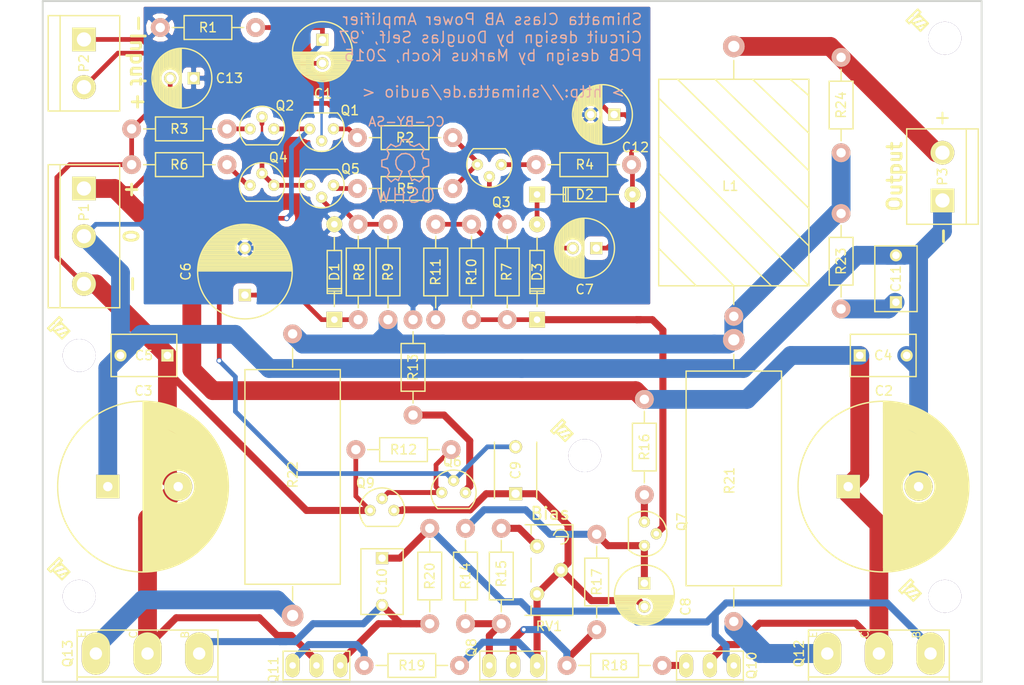
<source format=kicad_pcb>
(kicad_pcb (version 4) (host pcbnew "(2015-09-10 BZR 6180)-product")

  (general
    (links 0)
    (no_connects 0)
    (area 67.899999 104.399999 168.100001 177.100001)
    (thickness 1.6)
    (drawings 15)
    (tracks 348)
    (zones 0)
    (modules 70)
    (nets 37)
  )

  (page A4)
  (layers
    (0 F.Cu signal)
    (31 B.Cu signal)
    (32 B.Adhes user)
    (33 F.Adhes user)
    (34 B.Paste user)
    (35 F.Paste user)
    (36 B.SilkS user)
    (37 F.SilkS user)
    (38 B.Mask user)
    (39 F.Mask user)
    (40 Dwgs.User user)
    (41 Cmts.User user)
    (42 Eco1.User user)
    (43 Eco2.User user)
    (44 Edge.Cuts user)
    (45 Margin user)
    (46 B.CrtYd user)
    (47 F.CrtYd user)
    (48 B.Fab user)
    (49 F.Fab user)
  )

  (setup
    (last_trace_width 0.5)
    (user_trace_width 0.5)
    (user_trace_width 0.75)
    (user_trace_width 1)
    (user_trace_width 1.25)
    (user_trace_width 1.5)
    (user_trace_width 1.75)
    (user_trace_width 2)
    (trace_clearance 0.6)
    (zone_clearance 0.508)
    (zone_45_only no)
    (trace_min 0.2)
    (segment_width 0.2)
    (edge_width 0.2)
    (via_size 0.6)
    (via_drill 0.4)
    (via_min_size 0.4)
    (via_min_drill 0.3)
    (uvia_size 0.3)
    (uvia_drill 0.1)
    (uvias_allowed no)
    (uvia_min_size 0.2)
    (uvia_min_drill 0.1)
    (pcb_text_width 0.3)
    (pcb_text_size 1.5 1.5)
    (mod_edge_width 0.15)
    (mod_text_size 1 1)
    (mod_text_width 0.15)
    (pad_size 1.5 1.5)
    (pad_drill 0.6)
    (pad_to_mask_clearance 0)
    (aux_axis_origin 0 0)
    (visible_elements FFFFFF7F)
    (pcbplotparams
      (layerselection 0x00030_80000001)
      (usegerberextensions false)
      (excludeedgelayer true)
      (linewidth 0.100000)
      (plotframeref false)
      (viasonmask false)
      (mode 1)
      (useauxorigin false)
      (hpglpennumber 1)
      (hpglpenspeed 20)
      (hpglpendiameter 15)
      (hpglpenoverlay 2)
      (psnegative false)
      (psa4output false)
      (plotreference true)
      (plotvalue true)
      (plotinvisibletext false)
      (padsonsilk false)
      (subtractmaskfromsilk false)
      (outputformat 1)
      (mirror false)
      (drillshape 1)
      (scaleselection 1)
      (outputdirectory ""))
  )

  (net 0 "")
  (net 1 "Net-(C1-Pad2)")
  (net 2 "Net-(C1-Pad1)")
  (net 3 +36V)
  (net 4 AGND)
  (net 5 -36V)
  (net 6 "Net-(C6-Pad1)")
  (net 7 "Net-(C7-Pad2)")
  (net 8 "Net-(C8-Pad2)")
  (net 9 "Net-(C8-Pad1)")
  (net 10 "Net-(C9-Pad2)")
  (net 11 "Net-(C10-Pad1)")
  (net 12 "Net-(C10-Pad2)")
  (net 13 "Net-(C11-Pad1)")
  (net 14 "Net-(D2-Pad2)")
  (net 15 "Net-(D3-Pad2)")
  (net 16 /output)
  (net 17 /filtered)
  (net 18 "Net-(Q1-Pad1)")
  (net 19 "Net-(Q2-Pad2)")
  (net 20 "Net-(Q2-Pad1)")
  (net 21 "Net-(Q3-Pad2)")
  (net 22 "Net-(Q3-Pad1)")
  (net 23 "Net-(Q3-Pad3)")
  (net 24 "Net-(Q4-Pad1)")
  (net 25 "Net-(Q5-Pad2)")
  (net 26 "Net-(Q5-Pad1)")
  (net 27 "Net-(Q6-Pad3)")
  (net 28 "Net-(Q6-Pad1)")
  (net 29 "Net-(Q7-Pad1)")
  (net 30 "Net-(Q8-Pad2)")
  (net 31 "Net-(Q8-Pad3)")
  (net 32 "Net-(Q10-Pad2)")
  (net 33 "Net-(Q11-Pad2)")
  (net 34 "Net-(Q12-Pad1)")
  (net 35 "Net-(Q13-Pad1)")
  (net 36 "Net-(R15-Pad2)")

  (net_class Default "This is the default net class."
    (clearance 0.6)
    (trace_width 0.25)
    (via_dia 0.6)
    (via_drill 0.4)
    (uvia_dia 0.3)
    (uvia_drill 0.1)
    (add_net +36V)
    (add_net -36V)
    (add_net /filtered)
    (add_net /output)
    (add_net AGND)
    (add_net "Net-(C1-Pad1)")
    (add_net "Net-(C1-Pad2)")
    (add_net "Net-(C10-Pad1)")
    (add_net "Net-(C10-Pad2)")
    (add_net "Net-(C11-Pad1)")
    (add_net "Net-(C6-Pad1)")
    (add_net "Net-(C7-Pad2)")
    (add_net "Net-(C8-Pad1)")
    (add_net "Net-(C8-Pad2)")
    (add_net "Net-(C9-Pad2)")
    (add_net "Net-(D2-Pad2)")
    (add_net "Net-(D3-Pad2)")
    (add_net "Net-(Q1-Pad1)")
    (add_net "Net-(Q10-Pad2)")
    (add_net "Net-(Q11-Pad2)")
    (add_net "Net-(Q12-Pad1)")
    (add_net "Net-(Q13-Pad1)")
    (add_net "Net-(Q2-Pad1)")
    (add_net "Net-(Q2-Pad2)")
    (add_net "Net-(Q3-Pad1)")
    (add_net "Net-(Q3-Pad2)")
    (add_net "Net-(Q3-Pad3)")
    (add_net "Net-(Q4-Pad1)")
    (add_net "Net-(Q5-Pad1)")
    (add_net "Net-(Q5-Pad2)")
    (add_net "Net-(Q6-Pad1)")
    (add_net "Net-(Q6-Pad3)")
    (add_net "Net-(Q7-Pad1)")
    (add_net "Net-(Q8-Pad2)")
    (add_net "Net-(Q8-Pad3)")
    (add_net "Net-(R15-Pad2)")
  )

  (module Mounting_Holes:MountingHole_3-5mm (layer F.Cu) (tedit 56054DA6) (tstamp 56070042)
    (at 164.084 167.894)
    (descr "Mounting hole, Befestigungsbohrung, 3,5mm, No Annular, Kein Restring,")
    (tags "Mounting hole, Befestigungsbohrung, 3,5mm, No Annular, Kein Restring,")
    (fp_text reference "" (at 1.7145 -4.445) (layer F.SilkS)
      (effects (font (size 1 1) (thickness 0.15)))
    )
    (fp_text value MountingHole_3-5mm (at 0 5.00126) (layer F.Fab)
      (effects (font (size 1 1) (thickness 0.15)))
    )
    (fp_circle (center 0 0) (end 3.5 0) (layer Cmts.User) (width 0.381))
    (pad 1 thru_hole circle (at 0 0) (size 3.5 3.5) (drill 3.5) (layers))
  )

  (module Resistors_ThroughHole:Resistor_Horizontal_RM10mm (layer F.Cu) (tedit 53F56209) (tstamp 55F95D38)
    (at 85.598 107.315 180)
    (descr "Resistor, Axial,  RM 10mm, 1/3W,")
    (tags "Resistor, Axial, RM 10mm, 1/3W,")
    (path /54742F51)
    (fp_text reference R1 (at 0 0 180) (layer F.SilkS)
      (effects (font (size 1 1) (thickness 0.15)))
    )
    (fp_text value 10k (at -0.275 2.085 180) (layer F.Fab)
      (effects (font (size 1 1) (thickness 0.15)))
    )
    (fp_line (start -2.54 -1.27) (end 2.54 -1.27) (layer F.SilkS) (width 0.15))
    (fp_line (start 2.54 -1.27) (end 2.54 1.27) (layer F.SilkS) (width 0.15))
    (fp_line (start 2.54 1.27) (end -2.54 1.27) (layer F.SilkS) (width 0.15))
    (fp_line (start -2.54 1.27) (end -2.54 -1.27) (layer F.SilkS) (width 0.15))
    (fp_line (start -2.54 0) (end -3.81 0) (layer F.SilkS) (width 0.15))
    (fp_line (start 2.54 0) (end 3.81 0) (layer F.SilkS) (width 0.15))
    (pad 1 thru_hole circle (at -5.08 0 180) (size 1.99898 1.99898) (drill 1.00076) (layers *.Cu *.SilkS *.Mask)
      (net 2 "Net-(C1-Pad1)"))
    (pad 2 thru_hole circle (at 5.08 0 180) (size 1.99898 1.99898) (drill 1.00076) (layers *.Cu *.SilkS *.Mask)
      (net 4 AGND))
    (model Resistors_ThroughHole.3dshapes/Resistor_Horizontal_RM10mm.wrl
      (at (xyz 0 0 0))
      (scale (xyz 0.4 0.4 0.4))
      (rotate (xyz 0 0 0))
    )
  )

  (module Resistors_ThroughHole:Resistor_Horizontal_RM10mm (layer F.Cu) (tedit 53F56209) (tstamp 55F95D68)
    (at 104.775 133.35 90)
    (descr "Resistor, Axial,  RM 10mm, 1/3W,")
    (tags "Resistor, Axial, RM 10mm, 1/3W,")
    (path /5473BA86)
    (fp_text reference R9 (at 0 0 90) (layer F.SilkS)
      (effects (font (size 1 1) (thickness 0.15)))
    )
    (fp_text value 10k (at 3.81 3.81 90) (layer F.Fab)
      (effects (font (size 1 1) (thickness 0.15)))
    )
    (fp_line (start -2.54 -1.27) (end 2.54 -1.27) (layer F.SilkS) (width 0.15))
    (fp_line (start 2.54 -1.27) (end 2.54 1.27) (layer F.SilkS) (width 0.15))
    (fp_line (start 2.54 1.27) (end -2.54 1.27) (layer F.SilkS) (width 0.15))
    (fp_line (start -2.54 1.27) (end -2.54 -1.27) (layer F.SilkS) (width 0.15))
    (fp_line (start -2.54 0) (end -3.81 0) (layer F.SilkS) (width 0.15))
    (fp_line (start 2.54 0) (end 3.81 0) (layer F.SilkS) (width 0.15))
    (pad 1 thru_hole circle (at -5.08 0 90) (size 1.99898 1.99898) (drill 1.00076) (layers *.Cu *.SilkS *.Mask)
      (net 16 /output))
    (pad 2 thru_hole circle (at 5.08 0 90) (size 1.99898 1.99898) (drill 1.00076) (layers *.Cu *.SilkS *.Mask)
      (net 25 "Net-(Q5-Pad2)"))
    (model Resistors_ThroughHole.3dshapes/Resistor_Horizontal_RM10mm.wrl
      (at (xyz 0 0 0))
      (scale (xyz 0.4 0.4 0.4))
      (rotate (xyz 0 0 0))
    )
  )

  (module Capacitors_ThroughHole:C_Radial_D6.3_L11.2_P2.5 (layer F.Cu) (tedit 0) (tstamp 55FD5DDB)
    (at 128.865 116.586 180)
    (descr "Radial Electrolytic Capacitor, Diameter 6.3mm x Length 11.2mm, Pitch 2.5mm")
    (tags "Electrolytic Capacitor")
    (path /55FD9555)
    (fp_text reference C12 (at -2.2625 -3.4925 180) (layer F.SilkS)
      (effects (font (size 1 1) (thickness 0.15)))
    )
    (fp_text value 10u (at 1.25 4.4 180) (layer F.Fab)
      (effects (font (size 1 1) (thickness 0.15)))
    )
    (fp_line (start 1.325 -3.149) (end 1.325 3.149) (layer F.SilkS) (width 0.15))
    (fp_line (start 1.465 -3.143) (end 1.465 3.143) (layer F.SilkS) (width 0.15))
    (fp_line (start 1.605 -3.13) (end 1.605 -0.446) (layer F.SilkS) (width 0.15))
    (fp_line (start 1.605 0.446) (end 1.605 3.13) (layer F.SilkS) (width 0.15))
    (fp_line (start 1.745 -3.111) (end 1.745 -0.656) (layer F.SilkS) (width 0.15))
    (fp_line (start 1.745 0.656) (end 1.745 3.111) (layer F.SilkS) (width 0.15))
    (fp_line (start 1.885 -3.085) (end 1.885 -0.789) (layer F.SilkS) (width 0.15))
    (fp_line (start 1.885 0.789) (end 1.885 3.085) (layer F.SilkS) (width 0.15))
    (fp_line (start 2.025 -3.053) (end 2.025 -0.88) (layer F.SilkS) (width 0.15))
    (fp_line (start 2.025 0.88) (end 2.025 3.053) (layer F.SilkS) (width 0.15))
    (fp_line (start 2.165 -3.014) (end 2.165 -0.942) (layer F.SilkS) (width 0.15))
    (fp_line (start 2.165 0.942) (end 2.165 3.014) (layer F.SilkS) (width 0.15))
    (fp_line (start 2.305 -2.968) (end 2.305 -0.981) (layer F.SilkS) (width 0.15))
    (fp_line (start 2.305 0.981) (end 2.305 2.968) (layer F.SilkS) (width 0.15))
    (fp_line (start 2.445 -2.915) (end 2.445 -0.998) (layer F.SilkS) (width 0.15))
    (fp_line (start 2.445 0.998) (end 2.445 2.915) (layer F.SilkS) (width 0.15))
    (fp_line (start 2.585 -2.853) (end 2.585 -0.996) (layer F.SilkS) (width 0.15))
    (fp_line (start 2.585 0.996) (end 2.585 2.853) (layer F.SilkS) (width 0.15))
    (fp_line (start 2.725 -2.783) (end 2.725 -0.974) (layer F.SilkS) (width 0.15))
    (fp_line (start 2.725 0.974) (end 2.725 2.783) (layer F.SilkS) (width 0.15))
    (fp_line (start 2.865 -2.704) (end 2.865 -0.931) (layer F.SilkS) (width 0.15))
    (fp_line (start 2.865 0.931) (end 2.865 2.704) (layer F.SilkS) (width 0.15))
    (fp_line (start 3.005 -2.616) (end 3.005 -0.863) (layer F.SilkS) (width 0.15))
    (fp_line (start 3.005 0.863) (end 3.005 2.616) (layer F.SilkS) (width 0.15))
    (fp_line (start 3.145 -2.516) (end 3.145 -0.764) (layer F.SilkS) (width 0.15))
    (fp_line (start 3.145 0.764) (end 3.145 2.516) (layer F.SilkS) (width 0.15))
    (fp_line (start 3.285 -2.404) (end 3.285 -0.619) (layer F.SilkS) (width 0.15))
    (fp_line (start 3.285 0.619) (end 3.285 2.404) (layer F.SilkS) (width 0.15))
    (fp_line (start 3.425 -2.279) (end 3.425 -0.38) (layer F.SilkS) (width 0.15))
    (fp_line (start 3.425 0.38) (end 3.425 2.279) (layer F.SilkS) (width 0.15))
    (fp_line (start 3.565 -2.136) (end 3.565 2.136) (layer F.SilkS) (width 0.15))
    (fp_line (start 3.705 -1.974) (end 3.705 1.974) (layer F.SilkS) (width 0.15))
    (fp_line (start 3.845 -1.786) (end 3.845 1.786) (layer F.SilkS) (width 0.15))
    (fp_line (start 3.985 -1.563) (end 3.985 1.563) (layer F.SilkS) (width 0.15))
    (fp_line (start 4.125 -1.287) (end 4.125 1.287) (layer F.SilkS) (width 0.15))
    (fp_line (start 4.265 -0.912) (end 4.265 0.912) (layer F.SilkS) (width 0.15))
    (fp_circle (center 2.5 0) (end 2.5 -1) (layer F.SilkS) (width 0.15))
    (fp_circle (center 1.25 0) (end 1.25 -3.1875) (layer F.SilkS) (width 0.15))
    (fp_circle (center 1.25 0) (end 1.25 -3.4) (layer F.CrtYd) (width 0.05))
    (pad 2 thru_hole circle (at 2.5 0 180) (size 1.3 1.3) (drill 0.8) (layers *.Cu *.Mask F.SilkS)
      (net 4 AGND))
    (pad 1 thru_hole rect (at 0 0 180) (size 1.3 1.3) (drill 0.8) (layers *.Cu *.Mask F.SilkS)
      (net 3 +36V))
    (model Capacitors_ThroughHole.3dshapes/C_Radial_D6.3_L11.2_P2.5.wrl
      (at (xyz 0 0 0))
      (scale (xyz 1 1 1))
      (rotate (xyz 0 0 0))
    )
  )

  (module transistor:TO-92_Molded_Narrow_LargerPads (layer F.Cu) (tedit 55FAAB43) (tstamp 55FABE3C)
    (at 110.49 156.845)
    (descr "TO-92 leads molded, narrow, drill 0.6mm (see NXP sot054_po.pdf)")
    (tags "to-92 sc-43 sc-43a sot54 PA33 transistor")
    (path /5473BBBD)
    (fp_text reference Q6 (at 1.143 -3.302) (layer F.SilkS)
      (effects (font (size 1 1) (thickness 0.15)))
    )
    (fp_text value NPN (at 0 3) (layer F.Fab)
      (effects (font (size 1 1) (thickness 0.15)))
    )
    (fp_line (start -1.4 1.95) (end -1.4 -2.65) (layer F.CrtYd) (width 0.05))
    (fp_line (start -1.4 1.95) (end 3.9 1.95) (layer F.CrtYd) (width 0.05))
    (fp_line (start -0.43 1.7) (end 2.97 1.7) (layer F.SilkS) (width 0.15))
    (fp_arc (start 1.27 0) (end 1.27 -2.4) (angle -135) (layer F.SilkS) (width 0.15))
    (fp_arc (start 1.27 0) (end 1.27 -2.4) (angle 135) (layer F.SilkS) (width 0.15))
    (fp_line (start -1.4 -2.65) (end 3.9 -2.65) (layer F.CrtYd) (width 0.05))
    (fp_line (start 3.9 1.95) (end 3.9 -2.65) (layer F.CrtYd) (width 0.05))
    (pad 2 thru_hole circle (at 1.27 -1.27 90) (size 1.2 1.2) (drill 0.6) (layers *.Cu *.Mask F.SilkS)
      (net 10 "Net-(C9-Pad2)"))
    (pad 3 thru_hole circle (at 2.54 0 90) (size 1.2 1.2) (drill 0.6) (layers *.Cu *.Mask F.SilkS)
      (net 27 "Net-(Q6-Pad3)"))
    (pad 1 thru_hole circle (at 0 0 90) (size 1.2 1.2) (drill 0.6) (layers *.Cu *.Mask F.SilkS)
      (net 28 "Net-(Q6-Pad1)"))
    (model Housings_TO-92.3dshapes/TO-92_Molded_Narrow.wrl
      (at (xyz 0.05 0 0))
      (scale (xyz 1 1 1))
      (rotate (xyz 0 0 -90))
    )
  )

  (module Capacitors_ThroughHole:C_Radial_D6.3_L11.2_P2.5 (layer F.Cu) (tedit 0) (tstamp 55F95C9A)
    (at 132.08 166.5 270)
    (descr "Radial Electrolytic Capacitor, Diameter 6.3mm x Length 11.2mm, Pitch 2.5mm")
    (tags "Electrolytic Capacitor")
    (path /54739B91)
    (fp_text reference C8 (at 2.5 -4.4 270) (layer F.SilkS)
      (effects (font (size 1 1) (thickness 0.15)))
    )
    (fp_text value 47u (at 0 2.54 270) (layer F.Fab)
      (effects (font (size 1 1) (thickness 0.15)))
    )
    (fp_line (start 1.325 -3.149) (end 1.325 3.149) (layer F.SilkS) (width 0.15))
    (fp_line (start 1.465 -3.143) (end 1.465 3.143) (layer F.SilkS) (width 0.15))
    (fp_line (start 1.605 -3.13) (end 1.605 -0.446) (layer F.SilkS) (width 0.15))
    (fp_line (start 1.605 0.446) (end 1.605 3.13) (layer F.SilkS) (width 0.15))
    (fp_line (start 1.745 -3.111) (end 1.745 -0.656) (layer F.SilkS) (width 0.15))
    (fp_line (start 1.745 0.656) (end 1.745 3.111) (layer F.SilkS) (width 0.15))
    (fp_line (start 1.885 -3.085) (end 1.885 -0.789) (layer F.SilkS) (width 0.15))
    (fp_line (start 1.885 0.789) (end 1.885 3.085) (layer F.SilkS) (width 0.15))
    (fp_line (start 2.025 -3.053) (end 2.025 -0.88) (layer F.SilkS) (width 0.15))
    (fp_line (start 2.025 0.88) (end 2.025 3.053) (layer F.SilkS) (width 0.15))
    (fp_line (start 2.165 -3.014) (end 2.165 -0.942) (layer F.SilkS) (width 0.15))
    (fp_line (start 2.165 0.942) (end 2.165 3.014) (layer F.SilkS) (width 0.15))
    (fp_line (start 2.305 -2.968) (end 2.305 -0.981) (layer F.SilkS) (width 0.15))
    (fp_line (start 2.305 0.981) (end 2.305 2.968) (layer F.SilkS) (width 0.15))
    (fp_line (start 2.445 -2.915) (end 2.445 -0.998) (layer F.SilkS) (width 0.15))
    (fp_line (start 2.445 0.998) (end 2.445 2.915) (layer F.SilkS) (width 0.15))
    (fp_line (start 2.585 -2.853) (end 2.585 -0.996) (layer F.SilkS) (width 0.15))
    (fp_line (start 2.585 0.996) (end 2.585 2.853) (layer F.SilkS) (width 0.15))
    (fp_line (start 2.725 -2.783) (end 2.725 -0.974) (layer F.SilkS) (width 0.15))
    (fp_line (start 2.725 0.974) (end 2.725 2.783) (layer F.SilkS) (width 0.15))
    (fp_line (start 2.865 -2.704) (end 2.865 -0.931) (layer F.SilkS) (width 0.15))
    (fp_line (start 2.865 0.931) (end 2.865 2.704) (layer F.SilkS) (width 0.15))
    (fp_line (start 3.005 -2.616) (end 3.005 -0.863) (layer F.SilkS) (width 0.15))
    (fp_line (start 3.005 0.863) (end 3.005 2.616) (layer F.SilkS) (width 0.15))
    (fp_line (start 3.145 -2.516) (end 3.145 -0.764) (layer F.SilkS) (width 0.15))
    (fp_line (start 3.145 0.764) (end 3.145 2.516) (layer F.SilkS) (width 0.15))
    (fp_line (start 3.285 -2.404) (end 3.285 -0.619) (layer F.SilkS) (width 0.15))
    (fp_line (start 3.285 0.619) (end 3.285 2.404) (layer F.SilkS) (width 0.15))
    (fp_line (start 3.425 -2.279) (end 3.425 -0.38) (layer F.SilkS) (width 0.15))
    (fp_line (start 3.425 0.38) (end 3.425 2.279) (layer F.SilkS) (width 0.15))
    (fp_line (start 3.565 -2.136) (end 3.565 2.136) (layer F.SilkS) (width 0.15))
    (fp_line (start 3.705 -1.974) (end 3.705 1.974) (layer F.SilkS) (width 0.15))
    (fp_line (start 3.845 -1.786) (end 3.845 1.786) (layer F.SilkS) (width 0.15))
    (fp_line (start 3.985 -1.563) (end 3.985 1.563) (layer F.SilkS) (width 0.15))
    (fp_line (start 4.125 -1.287) (end 4.125 1.287) (layer F.SilkS) (width 0.15))
    (fp_line (start 4.265 -0.912) (end 4.265 0.912) (layer F.SilkS) (width 0.15))
    (fp_circle (center 2.5 0) (end 2.5 -1) (layer F.SilkS) (width 0.15))
    (fp_circle (center 1.25 0) (end 1.25 -3.1875) (layer F.SilkS) (width 0.15))
    (fp_circle (center 1.25 0) (end 1.25 -3.4) (layer F.CrtYd) (width 0.05))
    (pad 2 thru_hole circle (at 2.5 0 270) (size 1.3 1.3) (drill 0.8) (layers *.Cu *.Mask F.SilkS)
      (net 8 "Net-(C8-Pad2)"))
    (pad 1 thru_hole rect (at 0 0 270) (size 1.3 1.3) (drill 0.8) (layers *.Cu *.Mask F.SilkS)
      (net 9 "Net-(C8-Pad1)"))
    (model Capacitors_ThroughHole.3dshapes/C_Radial_D6.3_L11.2_P2.5.wrl
      (at (xyz 0 0 0))
      (scale (xyz 1 1 1))
      (rotate (xyz 0 0 0))
    )
  )

  (module Resistors_ThroughHole:Resistor_Horizontal_RM10mm (layer F.Cu) (tedit 53F56209) (tstamp 55F95D80)
    (at 107.442 143.51 270)
    (descr "Resistor, Axial,  RM 10mm, 1/3W,")
    (tags "Resistor, Axial, RM 10mm, 1/3W,")
    (path /55F4C5F0)
    (fp_text reference R13 (at 0 0 270) (layer F.SilkS)
      (effects (font (size 1 1) (thickness 0.15)))
    )
    (fp_text value 10k (at 2.54 1.27 270) (layer F.Fab)
      (effects (font (size 1 1) (thickness 0.15)))
    )
    (fp_line (start -2.54 -1.27) (end 2.54 -1.27) (layer F.SilkS) (width 0.15))
    (fp_line (start 2.54 -1.27) (end 2.54 1.27) (layer F.SilkS) (width 0.15))
    (fp_line (start 2.54 1.27) (end -2.54 1.27) (layer F.SilkS) (width 0.15))
    (fp_line (start -2.54 1.27) (end -2.54 -1.27) (layer F.SilkS) (width 0.15))
    (fp_line (start -2.54 0) (end -3.81 0) (layer F.SilkS) (width 0.15))
    (fp_line (start 2.54 0) (end 3.81 0) (layer F.SilkS) (width 0.15))
    (pad 1 thru_hole circle (at -5.08 0 270) (size 1.99898 1.99898) (drill 1.00076) (layers *.Cu *.SilkS *.Mask)
      (net 4 AGND))
    (pad 2 thru_hole circle (at 5.08 0 270) (size 1.99898 1.99898) (drill 1.00076) (layers *.Cu *.SilkS *.Mask)
      (net 27 "Net-(Q6-Pad3)"))
    (model Resistors_ThroughHole.3dshapes/Resistor_Horizontal_RM10mm.wrl
      (at (xyz 0 0 0))
      (scale (xyz 0.4 0.4 0.4))
      (rotate (xyz 0 0 0))
    )
  )

  (module Resistors_ThroughHole:Resistor_Horizontal_RM30mm (layer F.Cu) (tedit 53F563B7) (tstamp 55F95DB0)
    (at 141.605 155.575 90)
    (descr "Resistor, Axial, RM 30mm,")
    (tags "Resistor, Axial, RM 30mm,")
    (path /54737F31)
    (fp_text reference R21 (at 0 -0.45 90) (layer F.SilkS)
      (effects (font (size 1 1) (thickness 0.15)))
    )
    (fp_text value 0R1 (at 0 1.27 90) (layer F.Fab)
      (effects (font (size 1 1) (thickness 0.15)))
    )
    (fp_line (start -11.44524 0) (end -13.47724 0) (layer F.SilkS) (width 0.15))
    (fp_line (start 11.92276 0) (end 13.44676 0) (layer F.SilkS) (width 0.15))
    (fp_line (start -11.19124 -5.08) (end 11.66876 -5.08) (layer F.SilkS) (width 0.15))
    (fp_line (start 11.66876 -5.08) (end 11.66876 5.08) (layer F.SilkS) (width 0.15))
    (fp_line (start 11.66876 5.08) (end -11.19124 5.08) (layer F.SilkS) (width 0.15))
    (fp_line (start -11.19124 5.08) (end -11.19124 -5.08) (layer F.SilkS) (width 0.15))
    (pad 1 thru_hole circle (at -15 0 90) (size 1.99898 1.99898) (drill 1.00076) (layers *.Cu *.SilkS *.Mask)
      (net 34 "Net-(Q12-Pad1)"))
    (pad 2 thru_hole circle (at 15 0 90) (size 2.30124 2.30124) (drill 1.19888) (layers *.Cu *.SilkS *.Mask)
      (net 16 /output))
  )

  (module transistor:TO-92_Molded_Narrow_LargerPads (layer F.Cu) (tedit 55FAAB43) (tstamp 55FABE1E)
    (at 98.971041 118.11 180)
    (descr "TO-92 leads molded, narrow, drill 0.6mm (see NXP sot054_po.pdf)")
    (tags "to-92 sc-43 sc-43a sot54 PA33 transistor")
    (path /547519D3)
    (fp_text reference Q1 (at -1.739959 1.9685 180) (layer F.SilkS)
      (effects (font (size 1 1) (thickness 0.15)))
    )
    (fp_text value PNP (at 0 3 180) (layer F.Fab)
      (effects (font (size 1 1) (thickness 0.15)))
    )
    (fp_line (start -1.4 1.95) (end -1.4 -2.65) (layer F.CrtYd) (width 0.05))
    (fp_line (start -1.4 1.95) (end 3.9 1.95) (layer F.CrtYd) (width 0.05))
    (fp_line (start -0.43 1.7) (end 2.97 1.7) (layer F.SilkS) (width 0.15))
    (fp_arc (start 1.27 0) (end 1.27 -2.4) (angle -135) (layer F.SilkS) (width 0.15))
    (fp_arc (start 1.27 0) (end 1.27 -2.4) (angle 135) (layer F.SilkS) (width 0.15))
    (fp_line (start -1.4 -2.65) (end 3.9 -2.65) (layer F.CrtYd) (width 0.05))
    (fp_line (start 3.9 1.95) (end 3.9 -2.65) (layer F.CrtYd) (width 0.05))
    (pad 2 thru_hole circle (at 1.27 -1.27 270) (size 1.2 1.2) (drill 0.6) (layers *.Cu *.Mask F.SilkS)
      (net 2 "Net-(C1-Pad1)"))
    (pad 3 thru_hole circle (at 2.54 0 270) (size 1.2 1.2) (drill 0.6) (layers *.Cu *.Mask F.SilkS)
      (net 10 "Net-(C9-Pad2)"))
    (pad 1 thru_hole circle (at 0 0 270) (size 1.2 1.2) (drill 0.6) (layers *.Cu *.Mask F.SilkS)
      (net 18 "Net-(Q1-Pad1)"))
    (model Housings_TO-92.3dshapes/TO-92_Molded_Narrow.wrl
      (at (xyz 0.05 0 0))
      (scale (xyz 1 1 1))
      (rotate (xyz 0 0 -90))
    )
  )

  (module Resistors_ThroughHole:Resistor_Horizontal_RM10mm (layer F.Cu) (tedit 53F56209) (tstamp 55F95DBC)
    (at 153.035 132.207 270)
    (descr "Resistor, Axial,  RM 10mm, 1/3W,")
    (tags "Resistor, Axial, RM 10mm, 1/3W,")
    (path /54744FB8)
    (fp_text reference R23 (at 0 0 270) (layer F.SilkS)
      (effects (font (size 1 1) (thickness 0.15)))
    )
    (fp_text value 10R (at 1.27 1.27 270) (layer F.Fab)
      (effects (font (size 1 1) (thickness 0.15)))
    )
    (fp_line (start -2.54 -1.27) (end 2.54 -1.27) (layer F.SilkS) (width 0.15))
    (fp_line (start 2.54 -1.27) (end 2.54 1.27) (layer F.SilkS) (width 0.15))
    (fp_line (start 2.54 1.27) (end -2.54 1.27) (layer F.SilkS) (width 0.15))
    (fp_line (start -2.54 1.27) (end -2.54 -1.27) (layer F.SilkS) (width 0.15))
    (fp_line (start -2.54 0) (end -3.81 0) (layer F.SilkS) (width 0.15))
    (fp_line (start 2.54 0) (end 3.81 0) (layer F.SilkS) (width 0.15))
    (pad 1 thru_hole circle (at -5.08 0 270) (size 1.99898 1.99898) (drill 1.00076) (layers *.Cu *.SilkS *.Mask)
      (net 16 /output))
    (pad 2 thru_hole circle (at 5.08 0 270) (size 1.99898 1.99898) (drill 1.00076) (layers *.Cu *.SilkS *.Mask)
      (net 13 "Net-(C11-Pad1)"))
    (model Resistors_ThroughHole.3dshapes/Resistor_Horizontal_RM10mm.wrl
      (at (xyz 0 0 0))
      (scale (xyz 0.4 0.4 0.4))
      (rotate (xyz 0 0 0))
    )
  )

  (module transistor:TO-126 (layer F.Cu) (tedit 55F4846C) (tstamp 55F95D24)
    (at 99.695 175.26 270)
    (path /5473873C)
    (fp_text reference Q11 (at 0.508 7.112 270) (layer F.SilkS)
      (effects (font (size 1 1) (thickness 0.15)))
    )
    (fp_text value PNP (at 0 -1.778 270) (layer F.Fab)
      (effects (font (size 1 1) (thickness 0.15)))
    )
    (fp_line (start 1.524 -1.016) (end 1.778 -1.016) (layer F.SilkS) (width 0.15))
    (fp_line (start 1.778 -1.016) (end 1.778 6.096) (layer F.SilkS) (width 0.15))
    (fp_line (start 1.778 6.096) (end 1.524 6.096) (layer F.SilkS) (width 0.15))
    (fp_line (start -1.524 -1.016) (end 1.524 -1.016) (layer F.SilkS) (width 0.15))
    (fp_line (start 1.524 -1.016) (end 1.524 6.096) (layer F.SilkS) (width 0.15))
    (fp_line (start 1.524 6.096) (end -1.524 6.096) (layer F.SilkS) (width 0.15))
    (fp_line (start -1.524 6.096) (end -1.524 -1.016) (layer F.SilkS) (width 0.15))
    (pad 1 thru_hole oval (at 0 0 270) (size 2.5 1.5) (drill 0.7) (layers *.Cu *.Mask F.SilkS)
      (net 12 "Net-(C10-Pad2)"))
    (pad 2 thru_hole oval (at 0 5.08 270) (size 2.5 1.5) (drill 0.7) (layers *.Cu *.Mask F.SilkS)
      (net 33 "Net-(Q11-Pad2)"))
    (pad 3 thru_hole oval (at 0 2.54 270) (size 2.5 1.5) (drill 0.7) (layers *.Cu *.Mask F.SilkS)
      (net 5 -36V))
  )

  (module Capacitors_ThroughHole:C_Radial_D6.3_L11.2_P2.5 (layer F.Cu) (tedit 0) (tstamp 55F95C32)
    (at 97.79 108.625 270)
    (descr "Radial Electrolytic Capacitor, Diameter 6.3mm x Length 11.2mm, Pitch 2.5mm")
    (tags "Electrolytic Capacitor")
    (path /54743140)
    (fp_text reference C1 (at 5.7385 -0.0635 360) (layer F.SilkS)
      (effects (font (size 1 1) (thickness 0.15)))
    )
    (fp_text value 10u (at 1.25 4.4 270) (layer F.Fab)
      (effects (font (size 1 1) (thickness 0.15)))
    )
    (fp_line (start 1.325 -3.149) (end 1.325 3.149) (layer F.SilkS) (width 0.15))
    (fp_line (start 1.465 -3.143) (end 1.465 3.143) (layer F.SilkS) (width 0.15))
    (fp_line (start 1.605 -3.13) (end 1.605 -0.446) (layer F.SilkS) (width 0.15))
    (fp_line (start 1.605 0.446) (end 1.605 3.13) (layer F.SilkS) (width 0.15))
    (fp_line (start 1.745 -3.111) (end 1.745 -0.656) (layer F.SilkS) (width 0.15))
    (fp_line (start 1.745 0.656) (end 1.745 3.111) (layer F.SilkS) (width 0.15))
    (fp_line (start 1.885 -3.085) (end 1.885 -0.789) (layer F.SilkS) (width 0.15))
    (fp_line (start 1.885 0.789) (end 1.885 3.085) (layer F.SilkS) (width 0.15))
    (fp_line (start 2.025 -3.053) (end 2.025 -0.88) (layer F.SilkS) (width 0.15))
    (fp_line (start 2.025 0.88) (end 2.025 3.053) (layer F.SilkS) (width 0.15))
    (fp_line (start 2.165 -3.014) (end 2.165 -0.942) (layer F.SilkS) (width 0.15))
    (fp_line (start 2.165 0.942) (end 2.165 3.014) (layer F.SilkS) (width 0.15))
    (fp_line (start 2.305 -2.968) (end 2.305 -0.981) (layer F.SilkS) (width 0.15))
    (fp_line (start 2.305 0.981) (end 2.305 2.968) (layer F.SilkS) (width 0.15))
    (fp_line (start 2.445 -2.915) (end 2.445 -0.998) (layer F.SilkS) (width 0.15))
    (fp_line (start 2.445 0.998) (end 2.445 2.915) (layer F.SilkS) (width 0.15))
    (fp_line (start 2.585 -2.853) (end 2.585 -0.996) (layer F.SilkS) (width 0.15))
    (fp_line (start 2.585 0.996) (end 2.585 2.853) (layer F.SilkS) (width 0.15))
    (fp_line (start 2.725 -2.783) (end 2.725 -0.974) (layer F.SilkS) (width 0.15))
    (fp_line (start 2.725 0.974) (end 2.725 2.783) (layer F.SilkS) (width 0.15))
    (fp_line (start 2.865 -2.704) (end 2.865 -0.931) (layer F.SilkS) (width 0.15))
    (fp_line (start 2.865 0.931) (end 2.865 2.704) (layer F.SilkS) (width 0.15))
    (fp_line (start 3.005 -2.616) (end 3.005 -0.863) (layer F.SilkS) (width 0.15))
    (fp_line (start 3.005 0.863) (end 3.005 2.616) (layer F.SilkS) (width 0.15))
    (fp_line (start 3.145 -2.516) (end 3.145 -0.764) (layer F.SilkS) (width 0.15))
    (fp_line (start 3.145 0.764) (end 3.145 2.516) (layer F.SilkS) (width 0.15))
    (fp_line (start 3.285 -2.404) (end 3.285 -0.619) (layer F.SilkS) (width 0.15))
    (fp_line (start 3.285 0.619) (end 3.285 2.404) (layer F.SilkS) (width 0.15))
    (fp_line (start 3.425 -2.279) (end 3.425 -0.38) (layer F.SilkS) (width 0.15))
    (fp_line (start 3.425 0.38) (end 3.425 2.279) (layer F.SilkS) (width 0.15))
    (fp_line (start 3.565 -2.136) (end 3.565 2.136) (layer F.SilkS) (width 0.15))
    (fp_line (start 3.705 -1.974) (end 3.705 1.974) (layer F.SilkS) (width 0.15))
    (fp_line (start 3.845 -1.786) (end 3.845 1.786) (layer F.SilkS) (width 0.15))
    (fp_line (start 3.985 -1.563) (end 3.985 1.563) (layer F.SilkS) (width 0.15))
    (fp_line (start 4.125 -1.287) (end 4.125 1.287) (layer F.SilkS) (width 0.15))
    (fp_line (start 4.265 -0.912) (end 4.265 0.912) (layer F.SilkS) (width 0.15))
    (fp_circle (center 2.5 0) (end 2.5 -1) (layer F.SilkS) (width 0.15))
    (fp_circle (center 1.25 0) (end 1.25 -3.1875) (layer F.SilkS) (width 0.15))
    (fp_circle (center 1.25 0) (end 1.25 -3.4) (layer F.CrtYd) (width 0.05))
    (pad 2 thru_hole circle (at 2.5 0 270) (size 1.3 1.3) (drill 0.8) (layers *.Cu *.Mask F.SilkS)
      (net 1 "Net-(C1-Pad2)"))
    (pad 1 thru_hole rect (at 0 0 270) (size 1.3 1.3) (drill 0.8) (layers *.Cu *.Mask F.SilkS)
      (net 2 "Net-(C1-Pad1)"))
    (model Capacitors_ThroughHole.3dshapes/C_Radial_D6.3_L11.2_P2.5.wrl
      (at (xyz 0 0 0))
      (scale (xyz 1 1 1))
      (rotate (xyz 0 0 0))
    )
  )

  (module capacitors:C_Radial_D18_L30_P7.5_1mm (layer F.Cu) (tedit 55F94E50) (tstamp 55F95C57)
    (at 153.79 156.21)
    (descr "Radial Electrolytic Capacitor Diameter 18mm x Length 25mm, Pitch 7.5mm Pads 1mm")
    (tags "Electrolytic Capacitor")
    (path /5474D3C8)
    (fp_text reference C2 (at 3.8 -10.2) (layer F.SilkS)
      (effects (font (size 1 1) (thickness 0.15)))
    )
    (fp_text value 2200u (at 3.75 10.45) (layer F.Fab)
      (effects (font (size 1 1) (thickness 0.15)))
    )
    (fp_line (start 8.75 3.25) (end 7.5 4) (layer F.SilkS) (width 1.5))
    (fp_line (start 4.5 -6.25) (end 8.25 -4.25) (layer F.SilkS) (width 1.5))
    (fp_arc (start 3.75 0) (end 10.25 -0.75) (angle 90) (layer F.SilkS) (width 1.5))
    (fp_arc (start 3.75 0) (end 5 -7.25) (angle 90) (layer F.SilkS) (width 1.5))
    (fp_arc (start 3.75 0) (end 6 -8) (angle 90) (layer F.SilkS) (width 1.5))
    (fp_arc (start 3.75 0) (end 10.5 -3.5) (angle 90) (layer F.SilkS) (width 1.5))
    (fp_circle (center 7.5 0) (end 10.25 1) (layer F.SilkS) (width 1.5))
    (fp_line (start 3.775 -9.075) (end 3.775 9.075) (layer F.SilkS) (width 0.15))
    (fp_line (start 3.775 9.075) (end 3.9 8.975) (layer F.SilkS) (width 0.15))
    (fp_line (start 3.775 -8.35) (end 3.775 -9.075) (layer F.SilkS) (width 0.15))
    (fp_line (start 3.8 -9.1) (end 3.8 -8.4) (layer F.SilkS) (width 0.15))
    (fp_line (start 3.8 -8.4) (end 3.9 -9) (layer F.SilkS) (width 0.15))
    (fp_line (start 3.9 -9) (end 4 -9) (layer F.SilkS) (width 0.15))
    (fp_line (start 4.6 -8.4) (end 5.9 -8.3) (layer F.SilkS) (width 1))
    (fp_line (start 5.9 -8.3) (end 4.3 -8.6) (layer F.SilkS) (width 1))
    (fp_line (start 7.7 3) (end 7.7 3.3) (layer F.SilkS) (width 1))
    (fp_arc (start 3.7 0) (end 12.3 -0.5) (angle 90) (layer F.SilkS) (width 1))
    (fp_line (start 5.4 7.4) (end 5.8 7.8) (layer F.SilkS) (width 1))
    (fp_line (start 4.9 1.3) (end 5 8.5) (layer F.SilkS) (width 1))
    (fp_line (start 5 8.5) (end 7.1 7.8) (layer F.SilkS) (width 1))
    (fp_line (start 7.1 7.8) (end 5.7 7.1) (layer F.SilkS) (width 1))
    (fp_line (start 5.7 7.1) (end 5.5 2.5) (layer F.SilkS) (width 1))
    (fp_line (start 5.1 -5.2) (end 5.1 -1.7) (layer F.SilkS) (width 1))
    (fp_line (start 5.1 -1.7) (end 6 -4.8) (layer F.SilkS) (width 1))
    (fp_line (start 4.2 -8.5) (end 4.2 8.6) (layer F.SilkS) (width 1))
    (fp_line (start 4.2 -8.5) (end 4.2 -7.9) (layer F.SilkS) (width 1))
    (fp_line (start 6.6 3.2) (end 7 7.1) (layer F.SilkS) (width 2))
    (fp_circle (center 7.5 0) (end 9.4 1.1) (layer F.SilkS) (width 1))
    (fp_arc (start 7.5 0) (end 6.3 -3.4) (angle 90) (layer F.SilkS) (width 2))
    (fp_circle (center 3.75 0) (end 4.75 -9.0375) (layer F.SilkS) (width 0.15))
    (fp_circle (center 3.75 0) (end 4.75 -9.3) (layer F.CrtYd) (width 0.05))
    (pad 1 thru_hole rect (at 0 0) (size 2.5 2.5) (drill 1) (layers *.Cu *.Mask F.SilkS)
      (net 3 +36V))
    (pad 2 thru_hole circle (at 7.5 0) (size 3 3) (drill 1) (layers *.Cu *.Mask F.SilkS)
      (net 4 AGND))
    (model Capacitors_ThroughHole.3dshapes/C_Radial_D16_L30_P7.5.wrl
      (at (xyz 0.147638 0 0))
      (scale (xyz 1 1 1))
      (rotate (xyz 0 0 90))
    )
  )

  (module capacitors:C_Radial_D18_L30_P7.5_1mm (layer F.Cu) (tedit 55F94E50) (tstamp 55F95C7C)
    (at 74.93 156.21)
    (descr "Radial Electrolytic Capacitor Diameter 18mm x Length 25mm, Pitch 7.5mm Pads 1mm")
    (tags "Electrolytic Capacitor")
    (path /547508A5)
    (fp_text reference C3 (at 3.8 -10.2) (layer F.SilkS)
      (effects (font (size 1 1) (thickness 0.15)))
    )
    (fp_text value 2200u (at 3.75 10.45) (layer F.Fab)
      (effects (font (size 1 1) (thickness 0.15)))
    )
    (fp_line (start 8.75 3.25) (end 7.5 4) (layer F.SilkS) (width 1.5))
    (fp_line (start 4.5 -6.25) (end 8.25 -4.25) (layer F.SilkS) (width 1.5))
    (fp_arc (start 3.75 0) (end 10.25 -0.75) (angle 90) (layer F.SilkS) (width 1.5))
    (fp_arc (start 3.75 0) (end 5 -7.25) (angle 90) (layer F.SilkS) (width 1.5))
    (fp_arc (start 3.75 0) (end 6 -8) (angle 90) (layer F.SilkS) (width 1.5))
    (fp_arc (start 3.75 0) (end 10.5 -3.5) (angle 90) (layer F.SilkS) (width 1.5))
    (fp_circle (center 7.5 0) (end 10.25 1) (layer F.SilkS) (width 1.5))
    (fp_line (start 3.775 -9.075) (end 3.775 9.075) (layer F.SilkS) (width 0.15))
    (fp_line (start 3.775 9.075) (end 3.9 8.975) (layer F.SilkS) (width 0.15))
    (fp_line (start 3.775 -8.35) (end 3.775 -9.075) (layer F.SilkS) (width 0.15))
    (fp_line (start 3.8 -9.1) (end 3.8 -8.4) (layer F.SilkS) (width 0.15))
    (fp_line (start 3.8 -8.4) (end 3.9 -9) (layer F.SilkS) (width 0.15))
    (fp_line (start 3.9 -9) (end 4 -9) (layer F.SilkS) (width 0.15))
    (fp_line (start 4.6 -8.4) (end 5.9 -8.3) (layer F.SilkS) (width 1))
    (fp_line (start 5.9 -8.3) (end 4.3 -8.6) (layer F.SilkS) (width 1))
    (fp_line (start 7.7 3) (end 7.7 3.3) (layer F.SilkS) (width 1))
    (fp_arc (start 3.7 0) (end 12.3 -0.5) (angle 90) (layer F.SilkS) (width 1))
    (fp_line (start 5.4 7.4) (end 5.8 7.8) (layer F.SilkS) (width 1))
    (fp_line (start 4.9 1.3) (end 5 8.5) (layer F.SilkS) (width 1))
    (fp_line (start 5 8.5) (end 7.1 7.8) (layer F.SilkS) (width 1))
    (fp_line (start 7.1 7.8) (end 5.7 7.1) (layer F.SilkS) (width 1))
    (fp_line (start 5.7 7.1) (end 5.5 2.5) (layer F.SilkS) (width 1))
    (fp_line (start 5.1 -5.2) (end 5.1 -1.7) (layer F.SilkS) (width 1))
    (fp_line (start 5.1 -1.7) (end 6 -4.8) (layer F.SilkS) (width 1))
    (fp_line (start 4.2 -8.5) (end 4.2 8.6) (layer F.SilkS) (width 1))
    (fp_line (start 4.2 -8.5) (end 4.2 -7.9) (layer F.SilkS) (width 1))
    (fp_line (start 6.6 3.2) (end 7 7.1) (layer F.SilkS) (width 2))
    (fp_circle (center 7.5 0) (end 9.4 1.1) (layer F.SilkS) (width 1))
    (fp_arc (start 7.5 0) (end 6.3 -3.4) (angle 90) (layer F.SilkS) (width 2))
    (fp_circle (center 3.75 0) (end 4.75 -9.0375) (layer F.SilkS) (width 0.15))
    (fp_circle (center 3.75 0) (end 4.75 -9.3) (layer F.CrtYd) (width 0.05))
    (pad 1 thru_hole rect (at 0 0) (size 2.5 2.5) (drill 1) (layers *.Cu *.Mask F.SilkS)
      (net 4 AGND))
    (pad 2 thru_hole circle (at 7.5 0) (size 3 3) (drill 1) (layers *.Cu *.Mask F.SilkS)
      (net 5 -36V))
    (model Capacitors_ThroughHole.3dshapes/C_Radial_D16_L30_P7.5.wrl
      (at (xyz 0.147638 0 0))
      (scale (xyz 1 1 1))
      (rotate (xyz 0 0 90))
    )
  )

  (module Capacitors_ThroughHole:C_Rect_L7_W4.5_P5 (layer F.Cu) (tedit 0) (tstamp 55F95C82)
    (at 155.02 142.24)
    (descr "Film Capacitor Length 7mm x Width 4.5mm, Pitch 5mm")
    (tags Capacitor)
    (path /5474D986)
    (fp_text reference C4 (at 2.5 0) (layer F.SilkS)
      (effects (font (size 1 1) (thickness 0.15)))
    )
    (fp_text value 100n (at 6.27 2.54) (layer F.Fab)
      (effects (font (size 1 1) (thickness 0.15)))
    )
    (fp_line (start -1.25 -2.5) (end 6.25 -2.5) (layer F.CrtYd) (width 0.05))
    (fp_line (start 6.25 -2.5) (end 6.25 2.5) (layer F.CrtYd) (width 0.05))
    (fp_line (start 6.25 2.5) (end -1.25 2.5) (layer F.CrtYd) (width 0.05))
    (fp_line (start -1.25 2.5) (end -1.25 -2.5) (layer F.CrtYd) (width 0.05))
    (fp_line (start -1 -2.25) (end 6 -2.25) (layer F.SilkS) (width 0.15))
    (fp_line (start 6 -2.25) (end 6 2.25) (layer F.SilkS) (width 0.15))
    (fp_line (start 6 2.25) (end -1 2.25) (layer F.SilkS) (width 0.15))
    (fp_line (start -1 2.25) (end -1 -2.25) (layer F.SilkS) (width 0.15))
    (pad 1 thru_hole rect (at 0 0) (size 1.3 1.3) (drill 0.8) (layers *.Cu *.Mask F.SilkS)
      (net 3 +36V))
    (pad 2 thru_hole circle (at 5 0) (size 1.3 1.3) (drill 0.8) (layers *.Cu *.Mask F.SilkS)
      (net 4 AGND))
    (model Capacitors_ThroughHole.3dshapes/C_Rect_L7_W4.5_P5.wrl
      (at (xyz 0.098425 0 0))
      (scale (xyz 1 1 1))
      (rotate (xyz 0 0 0))
    )
  )

  (module Capacitors_ThroughHole:C_Rect_L7_W4.5_P5 (layer F.Cu) (tedit 0) (tstamp 55F95C88)
    (at 81.28 142.24 180)
    (descr "Film Capacitor Length 7mm x Width 4.5mm, Pitch 5mm")
    (tags Capacitor)
    (path /547508AB)
    (fp_text reference C5 (at 2.5 0 180) (layer F.SilkS)
      (effects (font (size 1 1) (thickness 0.15)))
    )
    (fp_text value 100n (at 2.5 3.5 180) (layer F.Fab)
      (effects (font (size 1 1) (thickness 0.15)))
    )
    (fp_line (start -1.25 -2.5) (end 6.25 -2.5) (layer F.CrtYd) (width 0.05))
    (fp_line (start 6.25 -2.5) (end 6.25 2.5) (layer F.CrtYd) (width 0.05))
    (fp_line (start 6.25 2.5) (end -1.25 2.5) (layer F.CrtYd) (width 0.05))
    (fp_line (start -1.25 2.5) (end -1.25 -2.5) (layer F.CrtYd) (width 0.05))
    (fp_line (start -1 -2.25) (end 6 -2.25) (layer F.SilkS) (width 0.15))
    (fp_line (start 6 -2.25) (end 6 2.25) (layer F.SilkS) (width 0.15))
    (fp_line (start 6 2.25) (end -1 2.25) (layer F.SilkS) (width 0.15))
    (fp_line (start -1 2.25) (end -1 -2.25) (layer F.SilkS) (width 0.15))
    (pad 1 thru_hole rect (at 0 0 180) (size 1.3 1.3) (drill 0.8) (layers *.Cu *.Mask F.SilkS)
      (net 5 -36V))
    (pad 2 thru_hole circle (at 5 0 180) (size 1.3 1.3) (drill 0.8) (layers *.Cu *.Mask F.SilkS)
      (net 4 AGND))
    (model Capacitors_ThroughHole.3dshapes/C_Rect_L7_W4.5_P5.wrl
      (at (xyz 0.098425 0 0))
      (scale (xyz 1 1 1))
      (rotate (xyz 0 0 0))
    )
  )

  (module Capacitors_ThroughHole:C_Radial_D10_L16_P5 (layer F.Cu) (tedit 0) (tstamp 55F95C8E)
    (at 89.535 135.81 90)
    (descr "Radial Electrolytic Capacitor 10mm x Length 16mm, Pitch 5mm")
    (tags "Electrolytic Capacitor")
    (path /54755428)
    (fp_text reference C6 (at 2.5 -6.3 90) (layer F.SilkS)
      (effects (font (size 1 1) (thickness 0.15)))
    )
    (fp_text value 220u (at 2.5 6.3 90) (layer F.Fab)
      (effects (font (size 1 1) (thickness 0.15)))
    )
    (fp_line (start 2.575 -4.999) (end 2.575 4.999) (layer F.SilkS) (width 0.15))
    (fp_line (start 2.715 -4.995) (end 2.715 4.995) (layer F.SilkS) (width 0.15))
    (fp_line (start 2.855 -4.987) (end 2.855 4.987) (layer F.SilkS) (width 0.15))
    (fp_line (start 2.995 -4.975) (end 2.995 4.975) (layer F.SilkS) (width 0.15))
    (fp_line (start 3.135 -4.96) (end 3.135 4.96) (layer F.SilkS) (width 0.15))
    (fp_line (start 3.275 -4.94) (end 3.275 4.94) (layer F.SilkS) (width 0.15))
    (fp_line (start 3.415 -4.916) (end 3.415 4.916) (layer F.SilkS) (width 0.15))
    (fp_line (start 3.555 -4.887) (end 3.555 4.887) (layer F.SilkS) (width 0.15))
    (fp_line (start 3.695 -4.855) (end 3.695 4.855) (layer F.SilkS) (width 0.15))
    (fp_line (start 3.835 -4.818) (end 3.835 4.818) (layer F.SilkS) (width 0.15))
    (fp_line (start 3.975 -4.777) (end 3.975 4.777) (layer F.SilkS) (width 0.15))
    (fp_line (start 4.115 -4.732) (end 4.115 -0.466) (layer F.SilkS) (width 0.15))
    (fp_line (start 4.115 0.466) (end 4.115 4.732) (layer F.SilkS) (width 0.15))
    (fp_line (start 4.255 -4.682) (end 4.255 -0.667) (layer F.SilkS) (width 0.15))
    (fp_line (start 4.255 0.667) (end 4.255 4.682) (layer F.SilkS) (width 0.15))
    (fp_line (start 4.395 -4.627) (end 4.395 -0.796) (layer F.SilkS) (width 0.15))
    (fp_line (start 4.395 0.796) (end 4.395 4.627) (layer F.SilkS) (width 0.15))
    (fp_line (start 4.535 -4.567) (end 4.535 -0.885) (layer F.SilkS) (width 0.15))
    (fp_line (start 4.535 0.885) (end 4.535 4.567) (layer F.SilkS) (width 0.15))
    (fp_line (start 4.675 -4.502) (end 4.675 -0.946) (layer F.SilkS) (width 0.15))
    (fp_line (start 4.675 0.946) (end 4.675 4.502) (layer F.SilkS) (width 0.15))
    (fp_line (start 4.815 -4.432) (end 4.815 -0.983) (layer F.SilkS) (width 0.15))
    (fp_line (start 4.815 0.983) (end 4.815 4.432) (layer F.SilkS) (width 0.15))
    (fp_line (start 4.955 -4.356) (end 4.955 -0.999) (layer F.SilkS) (width 0.15))
    (fp_line (start 4.955 0.999) (end 4.955 4.356) (layer F.SilkS) (width 0.15))
    (fp_line (start 5.095 -4.274) (end 5.095 -0.995) (layer F.SilkS) (width 0.15))
    (fp_line (start 5.095 0.995) (end 5.095 4.274) (layer F.SilkS) (width 0.15))
    (fp_line (start 5.235 -4.186) (end 5.235 -0.972) (layer F.SilkS) (width 0.15))
    (fp_line (start 5.235 0.972) (end 5.235 4.186) (layer F.SilkS) (width 0.15))
    (fp_line (start 5.375 -4.091) (end 5.375 -0.927) (layer F.SilkS) (width 0.15))
    (fp_line (start 5.375 0.927) (end 5.375 4.091) (layer F.SilkS) (width 0.15))
    (fp_line (start 5.515 -3.989) (end 5.515 -0.857) (layer F.SilkS) (width 0.15))
    (fp_line (start 5.515 0.857) (end 5.515 3.989) (layer F.SilkS) (width 0.15))
    (fp_line (start 5.655 -3.879) (end 5.655 -0.756) (layer F.SilkS) (width 0.15))
    (fp_line (start 5.655 0.756) (end 5.655 3.879) (layer F.SilkS) (width 0.15))
    (fp_line (start 5.795 -3.761) (end 5.795 -0.607) (layer F.SilkS) (width 0.15))
    (fp_line (start 5.795 0.607) (end 5.795 3.761) (layer F.SilkS) (width 0.15))
    (fp_line (start 5.935 -3.633) (end 5.935 -0.355) (layer F.SilkS) (width 0.15))
    (fp_line (start 5.935 0.355) (end 5.935 3.633) (layer F.SilkS) (width 0.15))
    (fp_line (start 6.075 -3.496) (end 6.075 3.496) (layer F.SilkS) (width 0.15))
    (fp_line (start 6.215 -3.346) (end 6.215 3.346) (layer F.SilkS) (width 0.15))
    (fp_line (start 6.355 -3.184) (end 6.355 3.184) (layer F.SilkS) (width 0.15))
    (fp_line (start 6.495 -3.007) (end 6.495 3.007) (layer F.SilkS) (width 0.15))
    (fp_line (start 6.635 -2.811) (end 6.635 2.811) (layer F.SilkS) (width 0.15))
    (fp_line (start 6.775 -2.593) (end 6.775 2.593) (layer F.SilkS) (width 0.15))
    (fp_line (start 6.915 -2.347) (end 6.915 2.347) (layer F.SilkS) (width 0.15))
    (fp_line (start 7.055 -2.062) (end 7.055 2.062) (layer F.SilkS) (width 0.15))
    (fp_line (start 7.195 -1.72) (end 7.195 1.72) (layer F.SilkS) (width 0.15))
    (fp_line (start 7.335 -1.274) (end 7.335 1.274) (layer F.SilkS) (width 0.15))
    (fp_line (start 7.475 -0.499) (end 7.475 0.499) (layer F.SilkS) (width 0.15))
    (fp_circle (center 5 0) (end 5 -1) (layer F.SilkS) (width 0.15))
    (fp_circle (center 2.5 0) (end 2.5 -5.0375) (layer F.SilkS) (width 0.15))
    (fp_circle (center 2.5 0) (end 2.5 -5.3) (layer F.CrtYd) (width 0.05))
    (pad 1 thru_hole rect (at 0 0 90) (size 1.3 1.3) (drill 0.8) (layers *.Cu *.Mask F.SilkS)
      (net 6 "Net-(C6-Pad1)"))
    (pad 2 thru_hole circle (at 5 0 90) (size 1.3 1.3) (drill 0.8) (layers *.Cu *.Mask F.SilkS)
      (net 4 AGND))
    (model Capacitors_ThroughHole.3dshapes/C_Radial_D10_L16_P5.wrl
      (at (xyz 0.0984252 0 0))
      (scale (xyz 1 1 1))
      (rotate (xyz 0 0 90))
    )
  )

  (module Capacitors_ThroughHole:C_Radial_D6.3_L11.2_P2.5 (layer F.Cu) (tedit 0) (tstamp 55F95C94)
    (at 126.96 130.81 180)
    (descr "Radial Electrolytic Capacitor, Diameter 6.3mm x Length 11.2mm, Pitch 2.5mm")
    (tags "Electrolytic Capacitor")
    (path /5474CC3B)
    (fp_text reference C7 (at 1.25 -4.4 180) (layer F.SilkS)
      (effects (font (size 1 1) (thickness 0.15)))
    )
    (fp_text value 47u (at 5.08 2.54 180) (layer F.Fab)
      (effects (font (size 1 1) (thickness 0.15)))
    )
    (fp_line (start 1.325 -3.149) (end 1.325 3.149) (layer F.SilkS) (width 0.15))
    (fp_line (start 1.465 -3.143) (end 1.465 3.143) (layer F.SilkS) (width 0.15))
    (fp_line (start 1.605 -3.13) (end 1.605 -0.446) (layer F.SilkS) (width 0.15))
    (fp_line (start 1.605 0.446) (end 1.605 3.13) (layer F.SilkS) (width 0.15))
    (fp_line (start 1.745 -3.111) (end 1.745 -0.656) (layer F.SilkS) (width 0.15))
    (fp_line (start 1.745 0.656) (end 1.745 3.111) (layer F.SilkS) (width 0.15))
    (fp_line (start 1.885 -3.085) (end 1.885 -0.789) (layer F.SilkS) (width 0.15))
    (fp_line (start 1.885 0.789) (end 1.885 3.085) (layer F.SilkS) (width 0.15))
    (fp_line (start 2.025 -3.053) (end 2.025 -0.88) (layer F.SilkS) (width 0.15))
    (fp_line (start 2.025 0.88) (end 2.025 3.053) (layer F.SilkS) (width 0.15))
    (fp_line (start 2.165 -3.014) (end 2.165 -0.942) (layer F.SilkS) (width 0.15))
    (fp_line (start 2.165 0.942) (end 2.165 3.014) (layer F.SilkS) (width 0.15))
    (fp_line (start 2.305 -2.968) (end 2.305 -0.981) (layer F.SilkS) (width 0.15))
    (fp_line (start 2.305 0.981) (end 2.305 2.968) (layer F.SilkS) (width 0.15))
    (fp_line (start 2.445 -2.915) (end 2.445 -0.998) (layer F.SilkS) (width 0.15))
    (fp_line (start 2.445 0.998) (end 2.445 2.915) (layer F.SilkS) (width 0.15))
    (fp_line (start 2.585 -2.853) (end 2.585 -0.996) (layer F.SilkS) (width 0.15))
    (fp_line (start 2.585 0.996) (end 2.585 2.853) (layer F.SilkS) (width 0.15))
    (fp_line (start 2.725 -2.783) (end 2.725 -0.974) (layer F.SilkS) (width 0.15))
    (fp_line (start 2.725 0.974) (end 2.725 2.783) (layer F.SilkS) (width 0.15))
    (fp_line (start 2.865 -2.704) (end 2.865 -0.931) (layer F.SilkS) (width 0.15))
    (fp_line (start 2.865 0.931) (end 2.865 2.704) (layer F.SilkS) (width 0.15))
    (fp_line (start 3.005 -2.616) (end 3.005 -0.863) (layer F.SilkS) (width 0.15))
    (fp_line (start 3.005 0.863) (end 3.005 2.616) (layer F.SilkS) (width 0.15))
    (fp_line (start 3.145 -2.516) (end 3.145 -0.764) (layer F.SilkS) (width 0.15))
    (fp_line (start 3.145 0.764) (end 3.145 2.516) (layer F.SilkS) (width 0.15))
    (fp_line (start 3.285 -2.404) (end 3.285 -0.619) (layer F.SilkS) (width 0.15))
    (fp_line (start 3.285 0.619) (end 3.285 2.404) (layer F.SilkS) (width 0.15))
    (fp_line (start 3.425 -2.279) (end 3.425 -0.38) (layer F.SilkS) (width 0.15))
    (fp_line (start 3.425 0.38) (end 3.425 2.279) (layer F.SilkS) (width 0.15))
    (fp_line (start 3.565 -2.136) (end 3.565 2.136) (layer F.SilkS) (width 0.15))
    (fp_line (start 3.705 -1.974) (end 3.705 1.974) (layer F.SilkS) (width 0.15))
    (fp_line (start 3.845 -1.786) (end 3.845 1.786) (layer F.SilkS) (width 0.15))
    (fp_line (start 3.985 -1.563) (end 3.985 1.563) (layer F.SilkS) (width 0.15))
    (fp_line (start 4.125 -1.287) (end 4.125 1.287) (layer F.SilkS) (width 0.15))
    (fp_line (start 4.265 -0.912) (end 4.265 0.912) (layer F.SilkS) (width 0.15))
    (fp_circle (center 2.5 0) (end 2.5 -1) (layer F.SilkS) (width 0.15))
    (fp_circle (center 1.25 0) (end 1.25 -3.1875) (layer F.SilkS) (width 0.15))
    (fp_circle (center 1.25 0) (end 1.25 -3.4) (layer F.CrtYd) (width 0.05))
    (pad 2 thru_hole circle (at 2.5 0 180) (size 1.3 1.3) (drill 0.8) (layers *.Cu *.Mask F.SilkS)
      (net 7 "Net-(C7-Pad2)"))
    (pad 1 thru_hole rect (at 0 0 180) (size 1.3 1.3) (drill 0.8) (layers *.Cu *.Mask F.SilkS)
      (net 3 +36V))
    (model Capacitors_ThroughHole.3dshapes/C_Radial_D6.3_L11.2_P2.5.wrl
      (at (xyz 0 0 0))
      (scale (xyz 1 1 1))
      (rotate (xyz 0 0 0))
    )
  )

  (module Capacitors_ThroughHole:C_Disc_D6_P5 (layer F.Cu) (tedit 0) (tstamp 55F95CA0)
    (at 118.364 156.972 90)
    (descr "Capacitor 6mm Disc, Pitch 5mm")
    (tags Capacitor)
    (path /5473CC0D)
    (fp_text reference C9 (at 2.5 0 90) (layer F.SilkS)
      (effects (font (size 1 1) (thickness 0.15)))
    )
    (fp_text value 100p (at 2.5 3.5 90) (layer F.Fab)
      (effects (font (size 1 1) (thickness 0.15)))
    )
    (fp_line (start -0.95 -2.5) (end 5.95 -2.5) (layer F.CrtYd) (width 0.05))
    (fp_line (start 5.95 -2.5) (end 5.95 2.5) (layer F.CrtYd) (width 0.05))
    (fp_line (start 5.95 2.5) (end -0.95 2.5) (layer F.CrtYd) (width 0.05))
    (fp_line (start -0.95 2.5) (end -0.95 -2.5) (layer F.CrtYd) (width 0.05))
    (fp_line (start -0.5 -2.25) (end 5.5 -2.25) (layer F.SilkS) (width 0.15))
    (fp_line (start 5.5 2.25) (end -0.5 2.25) (layer F.SilkS) (width 0.15))
    (pad 1 thru_hole rect (at 0 0 90) (size 1.4 1.4) (drill 0.9) (layers *.Cu *.Mask F.SilkS)
      (net 8 "Net-(C8-Pad2)"))
    (pad 2 thru_hole circle (at 5 0 90) (size 1.4 1.4) (drill 0.9) (layers *.Cu *.Mask F.SilkS)
      (net 10 "Net-(C9-Pad2)"))
    (model Capacitors_ThroughHole.3dshapes/C_Disc_D6_P5.wrl
      (at (xyz 0.0984252 0 0))
      (scale (xyz 1 1 1))
      (rotate (xyz 0 0 0))
    )
  )

  (module Capacitors_ThroughHole:C_Rect_L7_W4.5_P5 (layer F.Cu) (tedit 0) (tstamp 55F95CA6)
    (at 104.14 163.83 270)
    (descr "Film Capacitor Length 7mm x Width 4.5mm, Pitch 5mm")
    (tags Capacitor)
    (path /5473808E)
    (fp_text reference C10 (at 2.5 0 270) (layer F.SilkS)
      (effects (font (size 1 1) (thickness 0.15)))
    )
    (fp_text value 1u (at 2.5 3.5 270) (layer F.Fab)
      (effects (font (size 1 1) (thickness 0.15)))
    )
    (fp_line (start -1.25 -2.5) (end 6.25 -2.5) (layer F.CrtYd) (width 0.05))
    (fp_line (start 6.25 -2.5) (end 6.25 2.5) (layer F.CrtYd) (width 0.05))
    (fp_line (start 6.25 2.5) (end -1.25 2.5) (layer F.CrtYd) (width 0.05))
    (fp_line (start -1.25 2.5) (end -1.25 -2.5) (layer F.CrtYd) (width 0.05))
    (fp_line (start -1 -2.25) (end 6 -2.25) (layer F.SilkS) (width 0.15))
    (fp_line (start 6 -2.25) (end 6 2.25) (layer F.SilkS) (width 0.15))
    (fp_line (start 6 2.25) (end -1 2.25) (layer F.SilkS) (width 0.15))
    (fp_line (start -1 2.25) (end -1 -2.25) (layer F.SilkS) (width 0.15))
    (pad 1 thru_hole rect (at 0 0 270) (size 1.3 1.3) (drill 0.8) (layers *.Cu *.Mask F.SilkS)
      (net 11 "Net-(C10-Pad1)"))
    (pad 2 thru_hole circle (at 5 0 270) (size 1.3 1.3) (drill 0.8) (layers *.Cu *.Mask F.SilkS)
      (net 12 "Net-(C10-Pad2)"))
    (model Capacitors_ThroughHole.3dshapes/C_Rect_L7_W4.5_P5.wrl
      (at (xyz 0.098425 0 0))
      (scale (xyz 1 1 1))
      (rotate (xyz 0 0 0))
    )
  )

  (module Capacitors_ThroughHole:C_Rect_L7_W4.5_P5 (layer F.Cu) (tedit 0) (tstamp 55F95CAC)
    (at 158.877 136.572 90)
    (descr "Film Capacitor Length 7mm x Width 4.5mm, Pitch 5mm")
    (tags Capacitor)
    (path /54745010)
    (fp_text reference C11 (at 2.5 0 90) (layer F.SilkS)
      (effects (font (size 1 1) (thickness 0.15)))
    )
    (fp_text value 100n (at 5 1.27 90) (layer F.Fab)
      (effects (font (size 1 1) (thickness 0.15)))
    )
    (fp_line (start -1.25 -2.5) (end 6.25 -2.5) (layer F.CrtYd) (width 0.05))
    (fp_line (start 6.25 -2.5) (end 6.25 2.5) (layer F.CrtYd) (width 0.05))
    (fp_line (start 6.25 2.5) (end -1.25 2.5) (layer F.CrtYd) (width 0.05))
    (fp_line (start -1.25 2.5) (end -1.25 -2.5) (layer F.CrtYd) (width 0.05))
    (fp_line (start -1 -2.25) (end 6 -2.25) (layer F.SilkS) (width 0.15))
    (fp_line (start 6 -2.25) (end 6 2.25) (layer F.SilkS) (width 0.15))
    (fp_line (start 6 2.25) (end -1 2.25) (layer F.SilkS) (width 0.15))
    (fp_line (start -1 2.25) (end -1 -2.25) (layer F.SilkS) (width 0.15))
    (pad 1 thru_hole rect (at 0 0 90) (size 1.3 1.3) (drill 0.8) (layers *.Cu *.Mask F.SilkS)
      (net 13 "Net-(C11-Pad1)"))
    (pad 2 thru_hole circle (at 5 0 90) (size 1.3 1.3) (drill 0.8) (layers *.Cu *.Mask F.SilkS)
      (net 4 AGND))
    (model Capacitors_ThroughHole.3dshapes/C_Rect_L7_W4.5_P5.wrl
      (at (xyz 0.098425 0 0))
      (scale (xyz 1 1 1))
      (rotate (xyz 0 0 0))
    )
  )

  (module Diodes_ThroughHole:Diode_DO-35_SOD27_Horizontal_RM10 (layer F.Cu) (tedit 0) (tstamp 55F95CB2)
    (at 99.06 133.35 270)
    (descr "Diode, DO-35,  SOD27, Horizontal, RM 10mm")
    (tags "Diode, DO-35, SOD27, Horizontal, RM 10mm, 1N4148,")
    (path /54755910)
    (fp_text reference D1 (at 0 0 270) (layer F.SilkS)
      (effects (font (size 1 1) (thickness 0.15)))
    )
    (fp_text value 1N4148 (at -2.54 -1.27 270) (layer F.Fab)
      (effects (font (size 1 1) (thickness 0.15)))
    )
    (fp_line (start -2.286 0) (end -3.683 0) (layer F.SilkS) (width 0.15))
    (fp_line (start 2.159 0) (end 3.683 0) (layer F.SilkS) (width 0.15))
    (fp_line (start 1.778 -0.762) (end 1.778 0.762) (layer F.SilkS) (width 0.15))
    (fp_line (start 2.032 -0.762) (end 2.032 0.762) (layer F.SilkS) (width 0.15))
    (fp_line (start 2.286 0) (end 2.286 0.762) (layer F.SilkS) (width 0.15))
    (fp_line (start 2.286 0.762) (end -2.286 0.762) (layer F.SilkS) (width 0.15))
    (fp_line (start -2.286 0.762) (end -2.286 -0.762) (layer F.SilkS) (width 0.15))
    (fp_line (start -2.286 -0.762) (end 2.286 -0.762) (layer F.SilkS) (width 0.15))
    (fp_line (start 2.286 -0.762) (end 2.286 0) (layer F.SilkS) (width 0.15))
    (pad 1 thru_hole circle (at -5.08 0 270) (size 1.69926 1.69926) (drill 0.70104) (layers *.Cu *.Mask F.SilkS)
      (net 4 AGND))
    (pad 2 thru_hole rect (at 5.08 0 270) (size 1.69926 1.69926) (drill 0.70104) (layers *.Cu *.Mask F.SilkS)
      (net 6 "Net-(C6-Pad1)"))
    (model Diodes_ThroughHole.3dshapes/Diode_DO-35_SOD27_Horizontal_RM10.wrl
      (at (xyz 0 0 0))
      (scale (xyz 0.4 0.4 0.4))
      (rotate (xyz 0 0 0))
    )
  )

  (module Diodes_ThroughHole:Diode_DO-35_SOD27_Horizontal_RM10 (layer F.Cu) (tedit 0) (tstamp 55F95CB8)
    (at 125.73 125.095 180)
    (descr "Diode, DO-35,  SOD27, Horizontal, RM 10mm")
    (tags "Diode, DO-35, SOD27, Horizontal, RM 10mm, 1N4148,")
    (path /5474AC59)
    (fp_text reference D2 (at 0 0 180) (layer F.SilkS)
      (effects (font (size 1 1) (thickness 0.15)))
    )
    (fp_text value 1N4148 (at 0 -1.27 180) (layer F.Fab)
      (effects (font (size 1 1) (thickness 0.15)))
    )
    (fp_line (start -2.286 0) (end -3.683 0) (layer F.SilkS) (width 0.15))
    (fp_line (start 2.159 0) (end 3.683 0) (layer F.SilkS) (width 0.15))
    (fp_line (start 1.778 -0.762) (end 1.778 0.762) (layer F.SilkS) (width 0.15))
    (fp_line (start 2.032 -0.762) (end 2.032 0.762) (layer F.SilkS) (width 0.15))
    (fp_line (start 2.286 0) (end 2.286 0.762) (layer F.SilkS) (width 0.15))
    (fp_line (start 2.286 0.762) (end -2.286 0.762) (layer F.SilkS) (width 0.15))
    (fp_line (start -2.286 0.762) (end -2.286 -0.762) (layer F.SilkS) (width 0.15))
    (fp_line (start -2.286 -0.762) (end 2.286 -0.762) (layer F.SilkS) (width 0.15))
    (fp_line (start 2.286 -0.762) (end 2.286 0) (layer F.SilkS) (width 0.15))
    (pad 1 thru_hole circle (at -5.08 0 180) (size 1.69926 1.69926) (drill 0.70104) (layers *.Cu *.Mask F.SilkS)
      (net 3 +36V))
    (pad 2 thru_hole rect (at 5.08 0 180) (size 1.69926 1.69926) (drill 0.70104) (layers *.Cu *.Mask F.SilkS)
      (net 14 "Net-(D2-Pad2)"))
    (model Diodes_ThroughHole.3dshapes/Diode_DO-35_SOD27_Horizontal_RM10.wrl
      (at (xyz 0 0 0))
      (scale (xyz 0.4 0.4 0.4))
      (rotate (xyz 0 0 0))
    )
  )

  (module Diodes_ThroughHole:Diode_DO-35_SOD27_Horizontal_RM10 (layer F.Cu) (tedit 0) (tstamp 55F95CBE)
    (at 120.65 133.35 270)
    (descr "Diode, DO-35,  SOD27, Horizontal, RM 10mm")
    (tags "Diode, DO-35, SOD27, Horizontal, RM 10mm, 1N4148,")
    (path /5475D2F5)
    (fp_text reference D3 (at 0 0 270) (layer F.SilkS)
      (effects (font (size 1 1) (thickness 0.15)))
    )
    (fp_text value 1N4148 (at 0 -1.27 270) (layer F.Fab)
      (effects (font (size 1 1) (thickness 0.15)))
    )
    (fp_line (start -2.286 0) (end -3.683 0) (layer F.SilkS) (width 0.15))
    (fp_line (start 2.159 0) (end 3.683 0) (layer F.SilkS) (width 0.15))
    (fp_line (start 1.778 -0.762) (end 1.778 0.762) (layer F.SilkS) (width 0.15))
    (fp_line (start 2.032 -0.762) (end 2.032 0.762) (layer F.SilkS) (width 0.15))
    (fp_line (start 2.286 0) (end 2.286 0.762) (layer F.SilkS) (width 0.15))
    (fp_line (start 2.286 0.762) (end -2.286 0.762) (layer F.SilkS) (width 0.15))
    (fp_line (start -2.286 0.762) (end -2.286 -0.762) (layer F.SilkS) (width 0.15))
    (fp_line (start -2.286 -0.762) (end 2.286 -0.762) (layer F.SilkS) (width 0.15))
    (fp_line (start 2.286 -0.762) (end 2.286 0) (layer F.SilkS) (width 0.15))
    (pad 1 thru_hole circle (at -5.08 0 270) (size 1.69926 1.69926) (drill 0.70104) (layers *.Cu *.Mask F.SilkS)
      (net 14 "Net-(D2-Pad2)"))
    (pad 2 thru_hole rect (at 5.08 0 270) (size 1.69926 1.69926) (drill 0.70104) (layers *.Cu *.Mask F.SilkS)
      (net 15 "Net-(D3-Pad2)"))
    (model Diodes_ThroughHole.3dshapes/Diode_DO-35_SOD27_Horizontal_RM10.wrl
      (at (xyz 0 0 0))
      (scale (xyz 0.4 0.4 0.4))
      (rotate (xyz 0 0 0))
    )
  )

  (module inductors:Inductor_10turn (layer F.Cu) (tedit 55F873FC) (tstamp 55F95CC4)
    (at 141.605 123.825 90)
    (path /54745F40)
    (fp_text reference L1 (at -0.381 -0.381 180) (layer F.SilkS)
      (effects (font (size 1 1) (thickness 0.15)))
    )
    (fp_text value 10turn (at 0.75 9 90) (layer F.Fab)
      (effects (font (size 1 1) (thickness 0.15)))
    )
    (fp_line (start 9.25 8) (end 11 6) (layer F.SilkS) (width 0.15))
    (fp_line (start 11 2) (end 5.25 8) (layer F.SilkS) (width 0.15))
    (fp_line (start 11 -6) (end -2.75 8) (layer F.SilkS) (width 0.15))
    (fp_line (start 1.25 8) (end 11 -2) (layer F.SilkS) (width 0.15))
    (fp_line (start -6.75 8) (end 9 -8) (layer F.SilkS) (width 0.15))
    (fp_line (start 5 -8) (end -11 8) (layer F.SilkS) (width 0.15))
    (fp_line (start 1 -8) (end -11 4) (layer F.SilkS) (width 0.15))
    (fp_line (start -3 -8) (end -11 0) (layer F.SilkS) (width 0.15))
    (fp_line (start -7 -8) (end -11 -4) (layer F.SilkS) (width 0.15))
    (fp_line (start 11 8) (end -11 8) (layer F.SilkS) (width 0.15))
    (fp_line (start -11 -8) (end 11 -8) (layer F.SilkS) (width 0.15))
    (fp_line (start 13 0) (end 11 0) (layer F.SilkS) (width 0.15))
    (fp_line (start 11 8) (end 11 -8) (layer F.SilkS) (width 0.15))
    (fp_line (start -11 0) (end -11 8) (layer F.SilkS) (width 0.15))
    (fp_line (start -11 0) (end -11 -8) (layer F.SilkS) (width 0.15))
    (fp_line (start -13 0) (end -11 0) (layer F.SilkS) (width 0.15))
    (pad 1 thru_hole circle (at -14.25 0 90) (size 1.99898 1.99898) (drill 1.00076) (layers *.Cu *.SilkS *.Mask)
      (net 16 /output))
    (pad 2 thru_hole circle (at 14.5 0 90) (size 2.30124 2.30124) (drill 1.19888) (layers *.Cu *.SilkS *.Mask)
      (net 17 /filtered))
  )

  (module Connect:bornier3 (layer F.Cu) (tedit 0) (tstamp 55F95CCB)
    (at 72.39 129.54 270)
    (descr "Bornier d'alimentation 3 pins")
    (tags DEV)
    (path /55F55399)
    (fp_text reference P1 (at -2.54 0 270) (layer F.SilkS)
      (effects (font (size 1 1) (thickness 0.15)))
    )
    (fp_text value Power (at 0 -2.54 270) (layer F.Fab)
      (effects (font (size 1 1) (thickness 0.15)))
    )
    (fp_line (start -7.62 3.81) (end -7.62 -3.81) (layer F.SilkS) (width 0.15))
    (fp_line (start 7.62 3.81) (end 7.62 -3.81) (layer F.SilkS) (width 0.15))
    (fp_line (start -7.62 2.54) (end 7.62 2.54) (layer F.SilkS) (width 0.15))
    (fp_line (start -7.62 -3.81) (end 7.62 -3.81) (layer F.SilkS) (width 0.15))
    (fp_line (start -7.62 3.81) (end 7.62 3.81) (layer F.SilkS) (width 0.15))
    (pad 1 thru_hole rect (at -5.08 0 270) (size 2.54 2.54) (drill 1.524) (layers *.Cu *.Mask F.SilkS)
      (net 3 +36V))
    (pad 2 thru_hole circle (at 0 0 270) (size 2.54 2.54) (drill 1.524) (layers *.Cu *.Mask F.SilkS)
      (net 4 AGND))
    (pad 3 thru_hole circle (at 5.08 0 270) (size 2.54 2.54) (drill 1.524) (layers *.Cu *.Mask F.SilkS)
      (net 5 -36V))
    (model Connect.3dshapes/bornier3.wrl
      (at (xyz 0 0 0))
      (scale (xyz 1 1 1))
      (rotate (xyz 0 0 0))
    )
  )

  (module Connect:bornier2 (layer F.Cu) (tedit 0) (tstamp 55F95CD1)
    (at 72.39 111.125 270)
    (descr "Bornier d'alimentation 2 pins")
    (tags DEV)
    (path /54743795)
    (fp_text reference P2 (at 0 0 270) (layer F.SilkS)
      (effects (font (size 1 1) (thickness 0.15)))
    )
    (fp_text value "Audio in" (at 0 2.89 270) (layer F.Fab)
      (effects (font (size 1 1) (thickness 0.15)))
    )
    (fp_line (start 5.08 2.54) (end -5.08 2.54) (layer F.SilkS) (width 0.15))
    (fp_line (start 5.08 3.81) (end 5.08 -3.81) (layer F.SilkS) (width 0.15))
    (fp_line (start 5.08 -3.81) (end -5.08 -3.81) (layer F.SilkS) (width 0.15))
    (fp_line (start -5.08 -3.81) (end -5.08 3.81) (layer F.SilkS) (width 0.15))
    (fp_line (start -5.08 3.81) (end 5.08 3.81) (layer F.SilkS) (width 0.15))
    (pad 1 thru_hole rect (at -2.54 0 270) (size 2.54 2.54) (drill 1.524) (layers *.Cu *.Mask F.SilkS)
      (net 4 AGND))
    (pad 2 thru_hole circle (at 2.54 0 270) (size 2.54 2.54) (drill 1.524) (layers *.Cu *.Mask F.SilkS)
      (net 1 "Net-(C1-Pad2)"))
    (model Connect.3dshapes/bornier2.wrl
      (at (xyz 0 0 0))
      (scale (xyz 1 1 1))
      (rotate (xyz 0 0 0))
    )
  )

  (module Connect:bornier2 (layer F.Cu) (tedit 0) (tstamp 55F95CD7)
    (at 163.83 123.19 90)
    (descr "Bornier d'alimentation 2 pins")
    (tags DEV)
    (path /547490DA)
    (fp_text reference P3 (at 0 0 90) (layer F.SilkS)
      (effects (font (size 1 1) (thickness 0.15)))
    )
    (fp_text value "Audio out" (at 0 -2.54 90) (layer F.Fab)
      (effects (font (size 1 1) (thickness 0.15)))
    )
    (fp_line (start 5.08 2.54) (end -5.08 2.54) (layer F.SilkS) (width 0.15))
    (fp_line (start 5.08 3.81) (end 5.08 -3.81) (layer F.SilkS) (width 0.15))
    (fp_line (start 5.08 -3.81) (end -5.08 -3.81) (layer F.SilkS) (width 0.15))
    (fp_line (start -5.08 -3.81) (end -5.08 3.81) (layer F.SilkS) (width 0.15))
    (fp_line (start -5.08 3.81) (end 5.08 3.81) (layer F.SilkS) (width 0.15))
    (pad 1 thru_hole rect (at -2.54 0 90) (size 2.54 2.54) (drill 1.524) (layers *.Cu *.Mask F.SilkS)
      (net 4 AGND))
    (pad 2 thru_hole circle (at 2.54 0 90) (size 2.54 2.54) (drill 1.524) (layers *.Cu *.Mask F.SilkS)
      (net 17 /filtered))
    (model Connect.3dshapes/bornier2.wrl
      (at (xyz 0 0 0))
      (scale (xyz 1 1 1))
      (rotate (xyz 0 0 0))
    )
  )

  (module transistor:TO-126 (layer F.Cu) (tedit 55F4846C) (tstamp 55F95D1D)
    (at 141.605 175.26 270)
    (path /5473811B)
    (fp_text reference Q10 (at 0 -1.905 270) (layer F.SilkS)
      (effects (font (size 1 1) (thickness 0.15)))
    )
    (fp_text value NPN (at 0 -1.778 270) (layer F.Fab)
      (effects (font (size 1 1) (thickness 0.15)))
    )
    (fp_line (start 1.524 -1.016) (end 1.778 -1.016) (layer F.SilkS) (width 0.15))
    (fp_line (start 1.778 -1.016) (end 1.778 6.096) (layer F.SilkS) (width 0.15))
    (fp_line (start 1.778 6.096) (end 1.524 6.096) (layer F.SilkS) (width 0.15))
    (fp_line (start -1.524 -1.016) (end 1.524 -1.016) (layer F.SilkS) (width 0.15))
    (fp_line (start 1.524 -1.016) (end 1.524 6.096) (layer F.SilkS) (width 0.15))
    (fp_line (start 1.524 6.096) (end -1.524 6.096) (layer F.SilkS) (width 0.15))
    (fp_line (start -1.524 6.096) (end -1.524 -1.016) (layer F.SilkS) (width 0.15))
    (pad 1 thru_hole oval (at 0 0 270) (size 2.5 1.5) (drill 0.7) (layers *.Cu *.Mask F.SilkS)
      (net 11 "Net-(C10-Pad1)"))
    (pad 2 thru_hole oval (at 0 5.08 270) (size 2.5 1.5) (drill 0.7) (layers *.Cu *.Mask F.SilkS)
      (net 32 "Net-(Q10-Pad2)"))
    (pad 3 thru_hole oval (at 0 2.54 270) (size 2.5 1.5) (drill 0.7) (layers *.Cu *.Mask F.SilkS)
      (net 3 +36V))
  )

  (module transistor:SOT-93 (layer F.Cu) (tedit 55F4804E) (tstamp 55F95D2B)
    (at 160.06 173.99 270)
    (path /547379F9)
    (fp_text reference Q12 (at 0 11.5 270) (layer F.SilkS)
      (effects (font (size 1 1) (thickness 0.15)))
    )
    (fp_text value NPN (at 0 -5.5 270) (layer F.Fab)
      (effects (font (size 1 1) (thickness 0.15)))
    )
    (fp_text user E (at -2 10 270) (layer F.SilkS)
      (effects (font (size 0.8 0.8) (thickness 0.12)))
    )
    (fp_text user C (at -2 4.5 270) (layer F.SilkS)
      (effects (font (size 0.8 0.8) (thickness 0.12)))
    )
    (fp_text user B (at -2 -1 270) (layer F.SilkS)
      (effects (font (size 0.8 0.8) (thickness 0.12)))
    )
    (fp_line (start 2.5 -4.5) (end 2.5 10.5) (layer F.SilkS) (width 0.15))
    (fp_line (start 2.5 10.5) (end -2.5 10.5) (layer F.SilkS) (width 0.15))
    (fp_line (start -2.5 10.5) (end -2.5 -4.5) (layer F.SilkS) (width 0.15))
    (fp_line (start -2.5 -4.5) (end 2.5 -4.5) (layer F.SilkS) (width 0.15))
    (fp_line (start 2.5 -4.5) (end 3 -4.5) (layer F.SilkS) (width 0.15))
    (fp_line (start 3 -4.5) (end 3 10.5) (layer F.SilkS) (width 0.15))
    (fp_line (start 3 10.5) (end 2.5 10.5) (layer F.SilkS) (width 0.15))
    (pad 1 thru_hole oval (at 0 8.5 270) (size 4.5 3) (drill 1.32) (layers *.Cu *.Mask F.SilkS)
      (net 34 "Net-(Q12-Pad1)"))
    (pad 2 thru_hole oval (at 0 -2.5 270) (size 4.5 3) (drill 1.32) (layers *.Cu *.Mask F.SilkS)
      (net 11 "Net-(C10-Pad1)"))
    (pad 3 thru_hole oval (at 0 3 270) (size 4.5 3) (drill 1.32) (layers *.Cu *.Mask F.SilkS)
      (net 3 +36V))
  )

  (module Resistors_ThroughHole:Resistor_Horizontal_RM10mm (layer F.Cu) (tedit 53F56209) (tstamp 55F95D3E)
    (at 106.591041 119.041239 180)
    (descr "Resistor, Axial,  RM 10mm, 1/3W,")
    (tags "Resistor, Axial, RM 10mm, 1/3W,")
    (path /54751DBF)
    (fp_text reference R2 (at 0 0 180) (layer F.SilkS)
      (effects (font (size 1 1) (thickness 0.15)))
    )
    (fp_text value 100R (at -2.628959 -1.608761 180) (layer F.Fab)
      (effects (font (size 1 1) (thickness 0.15)))
    )
    (fp_line (start -2.54 -1.27) (end 2.54 -1.27) (layer F.SilkS) (width 0.15))
    (fp_line (start 2.54 -1.27) (end 2.54 1.27) (layer F.SilkS) (width 0.15))
    (fp_line (start 2.54 1.27) (end -2.54 1.27) (layer F.SilkS) (width 0.15))
    (fp_line (start -2.54 1.27) (end -2.54 -1.27) (layer F.SilkS) (width 0.15))
    (fp_line (start -2.54 0) (end -3.81 0) (layer F.SilkS) (width 0.15))
    (fp_line (start 2.54 0) (end 3.81 0) (layer F.SilkS) (width 0.15))
    (pad 1 thru_hole circle (at -5.08 0 180) (size 1.99898 1.99898) (drill 1.00076) (layers *.Cu *.SilkS *.Mask)
      (net 23 "Net-(Q3-Pad3)"))
    (pad 2 thru_hole circle (at 5.08 0 180) (size 1.99898 1.99898) (drill 1.00076) (layers *.Cu *.SilkS *.Mask)
      (net 18 "Net-(Q1-Pad1)"))
    (model Resistors_ThroughHole.3dshapes/Resistor_Horizontal_RM10mm.wrl
      (at (xyz 0 0 0))
      (scale (xyz 0.4 0.4 0.4))
      (rotate (xyz 0 0 0))
    )
  )

  (module Resistors_ThroughHole:Resistor_Horizontal_RM10mm (layer F.Cu) (tedit 53F56209) (tstamp 55F95D44)
    (at 82.55 118.11 180)
    (descr "Resistor, Axial,  RM 10mm, 1/3W,")
    (tags "Resistor, Axial, RM 10mm, 1/3W,")
    (path /5473920A)
    (fp_text reference R3 (at 0 0 180) (layer F.SilkS)
      (effects (font (size 1 1) (thickness 0.15)))
    )
    (fp_text value 68R (at -2.54 -1.27 180) (layer F.Fab)
      (effects (font (size 1 1) (thickness 0.15)))
    )
    (fp_line (start -2.54 -1.27) (end 2.54 -1.27) (layer F.SilkS) (width 0.15))
    (fp_line (start 2.54 -1.27) (end 2.54 1.27) (layer F.SilkS) (width 0.15))
    (fp_line (start 2.54 1.27) (end -2.54 1.27) (layer F.SilkS) (width 0.15))
    (fp_line (start -2.54 1.27) (end -2.54 -1.27) (layer F.SilkS) (width 0.15))
    (fp_line (start -2.54 0) (end -3.81 0) (layer F.SilkS) (width 0.15))
    (fp_line (start 2.54 0) (end 3.81 0) (layer F.SilkS) (width 0.15))
    (pad 1 thru_hole circle (at -5.08 0 180) (size 1.99898 1.99898) (drill 1.00076) (layers *.Cu *.SilkS *.Mask)
      (net 20 "Net-(Q2-Pad1)"))
    (pad 2 thru_hole circle (at 5.08 0 180) (size 1.99898 1.99898) (drill 1.00076) (layers *.Cu *.SilkS *.Mask)
      (net 5 -36V))
    (model Resistors_ThroughHole.3dshapes/Resistor_Horizontal_RM10mm.wrl
      (at (xyz 0 0 0))
      (scale (xyz 0.4 0.4 0.4))
      (rotate (xyz 0 0 0))
    )
  )

  (module Resistors_ThroughHole:Resistor_Horizontal_RM10mm (layer F.Cu) (tedit 53F56209) (tstamp 55F95D4A)
    (at 125.63 121.92 180)
    (descr "Resistor, Axial,  RM 10mm, 1/3W,")
    (tags "Resistor, Axial, RM 10mm, 1/3W,")
    (path /5473EE62)
    (fp_text reference R4 (at -0.1 0 180) (layer F.SilkS)
      (effects (font (size 1 1) (thickness 0.15)))
    )
    (fp_text value 150R (at 1.17 2.54 180) (layer F.Fab)
      (effects (font (size 1 1) (thickness 0.15)))
    )
    (fp_line (start -2.54 -1.27) (end 2.54 -1.27) (layer F.SilkS) (width 0.15))
    (fp_line (start 2.54 -1.27) (end 2.54 1.27) (layer F.SilkS) (width 0.15))
    (fp_line (start 2.54 1.27) (end -2.54 1.27) (layer F.SilkS) (width 0.15))
    (fp_line (start -2.54 1.27) (end -2.54 -1.27) (layer F.SilkS) (width 0.15))
    (fp_line (start -2.54 0) (end -3.81 0) (layer F.SilkS) (width 0.15))
    (fp_line (start 2.54 0) (end 3.81 0) (layer F.SilkS) (width 0.15))
    (pad 1 thru_hole circle (at -5.08 0 180) (size 1.99898 1.99898) (drill 1.00076) (layers *.Cu *.SilkS *.Mask)
      (net 3 +36V))
    (pad 2 thru_hole circle (at 5.08 0 180) (size 1.99898 1.99898) (drill 1.00076) (layers *.Cu *.SilkS *.Mask)
      (net 22 "Net-(Q3-Pad1)"))
    (model Resistors_ThroughHole.3dshapes/Resistor_Horizontal_RM10mm.wrl
      (at (xyz 0 0 0))
      (scale (xyz 0.4 0.4 0.4))
      (rotate (xyz 0 0 0))
    )
  )

  (module Resistors_ThroughHole:Resistor_Horizontal_RM10mm (layer F.Cu) (tedit 53F56209) (tstamp 55F95D50)
    (at 106.591041 124.46 180)
    (descr "Resistor, Axial,  RM 10mm, 1/3W,")
    (tags "Resistor, Axial, RM 10mm, 1/3W,")
    (path /54751C29)
    (fp_text reference R5 (at -0.088959 0 180) (layer F.SilkS)
      (effects (font (size 1 1) (thickness 0.15)))
    )
    (fp_text value 100R (at -2.628959 -1.27 180) (layer F.Fab)
      (effects (font (size 1 1) (thickness 0.15)))
    )
    (fp_line (start -2.54 -1.27) (end 2.54 -1.27) (layer F.SilkS) (width 0.15))
    (fp_line (start 2.54 -1.27) (end 2.54 1.27) (layer F.SilkS) (width 0.15))
    (fp_line (start 2.54 1.27) (end -2.54 1.27) (layer F.SilkS) (width 0.15))
    (fp_line (start -2.54 1.27) (end -2.54 -1.27) (layer F.SilkS) (width 0.15))
    (fp_line (start -2.54 0) (end -3.81 0) (layer F.SilkS) (width 0.15))
    (fp_line (start 2.54 0) (end 3.81 0) (layer F.SilkS) (width 0.15))
    (pad 1 thru_hole circle (at -5.08 0 180) (size 1.99898 1.99898) (drill 1.00076) (layers *.Cu *.SilkS *.Mask)
      (net 23 "Net-(Q3-Pad3)"))
    (pad 2 thru_hole circle (at 5.08 0 180) (size 1.99898 1.99898) (drill 1.00076) (layers *.Cu *.SilkS *.Mask)
      (net 26 "Net-(Q5-Pad1)"))
    (model Resistors_ThroughHole.3dshapes/Resistor_Horizontal_RM10mm.wrl
      (at (xyz 0 0 0))
      (scale (xyz 0.4 0.4 0.4))
      (rotate (xyz 0 0 0))
    )
  )

  (module Resistors_ThroughHole:Resistor_Horizontal_RM10mm (layer F.Cu) (tedit 53F56209) (tstamp 55F95D56)
    (at 82.55 121.92 180)
    (descr "Resistor, Axial,  RM 10mm, 1/3W,")
    (tags "Resistor, Axial, RM 10mm, 1/3W,")
    (path /547392B1)
    (fp_text reference R6 (at 0 0 180) (layer F.SilkS)
      (effects (font (size 1 1) (thickness 0.15)))
    )
    (fp_text value 68R (at -2.54 -1.27 180) (layer F.Fab)
      (effects (font (size 1 1) (thickness 0.15)))
    )
    (fp_line (start -2.54 -1.27) (end 2.54 -1.27) (layer F.SilkS) (width 0.15))
    (fp_line (start 2.54 -1.27) (end 2.54 1.27) (layer F.SilkS) (width 0.15))
    (fp_line (start 2.54 1.27) (end -2.54 1.27) (layer F.SilkS) (width 0.15))
    (fp_line (start -2.54 1.27) (end -2.54 -1.27) (layer F.SilkS) (width 0.15))
    (fp_line (start -2.54 0) (end -3.81 0) (layer F.SilkS) (width 0.15))
    (fp_line (start 2.54 0) (end 3.81 0) (layer F.SilkS) (width 0.15))
    (pad 1 thru_hole circle (at -5.08 0 180) (size 1.99898 1.99898) (drill 1.00076) (layers *.Cu *.SilkS *.Mask)
      (net 24 "Net-(Q4-Pad1)"))
    (pad 2 thru_hole circle (at 5.08 0 180) (size 1.99898 1.99898) (drill 1.00076) (layers *.Cu *.SilkS *.Mask)
      (net 5 -36V))
    (model Resistors_ThroughHole.3dshapes/Resistor_Horizontal_RM10mm.wrl
      (at (xyz 0 0 0))
      (scale (xyz 0.4 0.4 0.4))
      (rotate (xyz 0 0 0))
    )
  )

  (module Resistors_ThroughHole:Resistor_Horizontal_RM10mm (layer F.Cu) (tedit 53F56209) (tstamp 55F95D5C)
    (at 117.475 133.35 90)
    (descr "Resistor, Axial,  RM 10mm, 1/3W,")
    (tags "Resistor, Axial, RM 10mm, 1/3W,")
    (path /54751028)
    (fp_text reference R7 (at 0 -0.06 90) (layer F.SilkS)
      (effects (font (size 1 1) (thickness 0.15)))
    )
    (fp_text value 2K2 (at -2.54 -2.6 90) (layer F.Fab)
      (effects (font (size 1 1) (thickness 0.15)))
    )
    (fp_line (start -2.54 -1.27) (end 2.54 -1.27) (layer F.SilkS) (width 0.15))
    (fp_line (start 2.54 -1.27) (end 2.54 1.27) (layer F.SilkS) (width 0.15))
    (fp_line (start 2.54 1.27) (end -2.54 1.27) (layer F.SilkS) (width 0.15))
    (fp_line (start -2.54 1.27) (end -2.54 -1.27) (layer F.SilkS) (width 0.15))
    (fp_line (start -2.54 0) (end -3.81 0) (layer F.SilkS) (width 0.15))
    (fp_line (start 2.54 0) (end 3.81 0) (layer F.SilkS) (width 0.15))
    (pad 1 thru_hole circle (at -5.08 0 90) (size 1.99898 1.99898) (drill 1.00076) (layers *.Cu *.SilkS *.Mask)
      (net 15 "Net-(D3-Pad2)"))
    (pad 2 thru_hole circle (at 5.08 0 90) (size 1.99898 1.99898) (drill 1.00076) (layers *.Cu *.SilkS *.Mask)
      (net 21 "Net-(Q3-Pad2)"))
    (model Resistors_ThroughHole.3dshapes/Resistor_Horizontal_RM10mm.wrl
      (at (xyz 0 0 0))
      (scale (xyz 0.4 0.4 0.4))
      (rotate (xyz 0 0 0))
    )
  )

  (module Resistors_ThroughHole:Resistor_Horizontal_RM10mm (layer F.Cu) (tedit 53F56209) (tstamp 55F95D62)
    (at 101.6 133.35 270)
    (descr "Resistor, Axial,  RM 10mm, 1/3W,")
    (tags "Resistor, Axial, RM 10mm, 1/3W,")
    (path /54754A40)
    (fp_text reference R8 (at 0 -0.11512 270) (layer F.SilkS)
      (effects (font (size 1 1) (thickness 0.15)))
    )
    (fp_text value 500R (at 2.41051 2.42488 270) (layer F.Fab)
      (effects (font (size 1 1) (thickness 0.15)))
    )
    (fp_line (start -2.54 -1.27) (end 2.54 -1.27) (layer F.SilkS) (width 0.15))
    (fp_line (start 2.54 -1.27) (end 2.54 1.27) (layer F.SilkS) (width 0.15))
    (fp_line (start 2.54 1.27) (end -2.54 1.27) (layer F.SilkS) (width 0.15))
    (fp_line (start -2.54 1.27) (end -2.54 -1.27) (layer F.SilkS) (width 0.15))
    (fp_line (start -2.54 0) (end -3.81 0) (layer F.SilkS) (width 0.15))
    (fp_line (start 2.54 0) (end 3.81 0) (layer F.SilkS) (width 0.15))
    (pad 1 thru_hole circle (at -5.08 0 270) (size 1.99898 1.99898) (drill 1.00076) (layers *.Cu *.SilkS *.Mask)
      (net 25 "Net-(Q5-Pad2)"))
    (pad 2 thru_hole circle (at 5.08 0 270) (size 1.99898 1.99898) (drill 1.00076) (layers *.Cu *.SilkS *.Mask)
      (net 6 "Net-(C6-Pad1)"))
    (model Resistors_ThroughHole.3dshapes/Resistor_Horizontal_RM10mm.wrl
      (at (xyz 0 0 0))
      (scale (xyz 0.4 0.4 0.4))
      (rotate (xyz 0 0 0))
    )
  )

  (module Resistors_ThroughHole:Resistor_Horizontal_RM10mm (layer F.Cu) (tedit 53F56209) (tstamp 55F95D6E)
    (at 113.665 133.35 90)
    (descr "Resistor, Axial,  RM 10mm, 1/3W,")
    (tags "Resistor, Axial, RM 10mm, 1/3W,")
    (path /5474BEE8)
    (fp_text reference R10 (at 0 0 90) (layer F.SilkS)
      (effects (font (size 1 1) (thickness 0.15)))
    )
    (fp_text value 10K (at 1.27 2.54 90) (layer F.Fab)
      (effects (font (size 1 1) (thickness 0.15)))
    )
    (fp_line (start -2.54 -1.27) (end 2.54 -1.27) (layer F.SilkS) (width 0.15))
    (fp_line (start 2.54 -1.27) (end 2.54 1.27) (layer F.SilkS) (width 0.15))
    (fp_line (start 2.54 1.27) (end -2.54 1.27) (layer F.SilkS) (width 0.15))
    (fp_line (start -2.54 1.27) (end -2.54 -1.27) (layer F.SilkS) (width 0.15))
    (fp_line (start -2.54 0) (end -3.81 0) (layer F.SilkS) (width 0.15))
    (fp_line (start 2.54 0) (end 3.81 0) (layer F.SilkS) (width 0.15))
    (pad 1 thru_hole circle (at -5.08 0 90) (size 1.99898 1.99898) (drill 1.00076) (layers *.Cu *.SilkS *.Mask)
      (net 15 "Net-(D3-Pad2)"))
    (pad 2 thru_hole circle (at 5.08 0 90) (size 1.99898 1.99898) (drill 1.00076) (layers *.Cu *.SilkS *.Mask)
      (net 7 "Net-(C7-Pad2)"))
    (model Resistors_ThroughHole.3dshapes/Resistor_Horizontal_RM10mm.wrl
      (at (xyz 0 0 0))
      (scale (xyz 0.4 0.4 0.4))
      (rotate (xyz 0 0 0))
    )
  )

  (module Resistors_ThroughHole:Resistor_Horizontal_RM10mm (layer F.Cu) (tedit 53F56209) (tstamp 55F95D74)
    (at 109.855 133.35 270)
    (descr "Resistor, Axial,  RM 10mm, 1/3W,")
    (tags "Resistor, Axial, RM 10mm, 1/3W,")
    (path /5474BF6F)
    (fp_text reference R11 (at 0 0 270) (layer F.SilkS)
      (effects (font (size 1 1) (thickness 0.15)))
    )
    (fp_text value 10K (at -1.27 -2.54 270) (layer F.Fab)
      (effects (font (size 1 1) (thickness 0.15)))
    )
    (fp_line (start -2.54 -1.27) (end 2.54 -1.27) (layer F.SilkS) (width 0.15))
    (fp_line (start 2.54 -1.27) (end 2.54 1.27) (layer F.SilkS) (width 0.15))
    (fp_line (start 2.54 1.27) (end -2.54 1.27) (layer F.SilkS) (width 0.15))
    (fp_line (start -2.54 1.27) (end -2.54 -1.27) (layer F.SilkS) (width 0.15))
    (fp_line (start -2.54 0) (end -3.81 0) (layer F.SilkS) (width 0.15))
    (fp_line (start 2.54 0) (end 3.81 0) (layer F.SilkS) (width 0.15))
    (pad 1 thru_hole circle (at -5.08 0 270) (size 1.99898 1.99898) (drill 1.00076) (layers *.Cu *.SilkS *.Mask)
      (net 7 "Net-(C7-Pad2)"))
    (pad 2 thru_hole circle (at 5.08 0 270) (size 1.99898 1.99898) (drill 1.00076) (layers *.Cu *.SilkS *.Mask)
      (net 4 AGND))
    (model Resistors_ThroughHole.3dshapes/Resistor_Horizontal_RM10mm.wrl
      (at (xyz 0 0 0))
      (scale (xyz 0.4 0.4 0.4))
      (rotate (xyz 0 0 0))
    )
  )

  (module Resistors_ThroughHole:Resistor_Horizontal_RM10mm (layer F.Cu) (tedit 53F56209) (tstamp 55F95D7A)
    (at 106.426 152.273 180)
    (descr "Resistor, Axial,  RM 10mm, 1/3W,")
    (tags "Resistor, Axial, RM 10mm, 1/3W,")
    (path /5473C83F)
    (fp_text reference R12 (at 0 0 180) (layer F.SilkS)
      (effects (font (size 1 1) (thickness 0.15)))
    )
    (fp_text value 1K (at -2.54 -1.27 180) (layer F.Fab)
      (effects (font (size 1 1) (thickness 0.15)))
    )
    (fp_line (start -2.54 -1.27) (end 2.54 -1.27) (layer F.SilkS) (width 0.15))
    (fp_line (start 2.54 -1.27) (end 2.54 1.27) (layer F.SilkS) (width 0.15))
    (fp_line (start 2.54 1.27) (end -2.54 1.27) (layer F.SilkS) (width 0.15))
    (fp_line (start -2.54 1.27) (end -2.54 -1.27) (layer F.SilkS) (width 0.15))
    (fp_line (start -2.54 0) (end -3.81 0) (layer F.SilkS) (width 0.15))
    (fp_line (start 2.54 0) (end 3.81 0) (layer F.SilkS) (width 0.15))
    (pad 1 thru_hole circle (at -5.08 0 180) (size 1.99898 1.99898) (drill 1.00076) (layers *.Cu *.SilkS *.Mask)
      (net 28 "Net-(Q6-Pad1)"))
    (pad 2 thru_hole circle (at 5.08 0 180) (size 1.99898 1.99898) (drill 1.00076) (layers *.Cu *.SilkS *.Mask)
      (net 5 -36V))
    (model Resistors_ThroughHole.3dshapes/Resistor_Horizontal_RM10mm.wrl
      (at (xyz 0 0 0))
      (scale (xyz 0.4 0.4 0.4))
      (rotate (xyz 0 0 0))
    )
  )

  (module Resistors_ThroughHole:Resistor_Horizontal_RM10mm (layer F.Cu) (tedit 53F56209) (tstamp 55F95D86)
    (at 113.03 165.735 270)
    (descr "Resistor, Axial,  RM 10mm, 1/3W,")
    (tags "Resistor, Axial, RM 10mm, 1/3W,")
    (path /54739B2F)
    (fp_text reference R14 (at 0 0 270) (layer F.SilkS)
      (effects (font (size 1 1) (thickness 0.15)))
    )
    (fp_text value 1K (at -2.54 -1.27 270) (layer F.Fab)
      (effects (font (size 1 1) (thickness 0.15)))
    )
    (fp_line (start -2.54 -1.27) (end 2.54 -1.27) (layer F.SilkS) (width 0.15))
    (fp_line (start 2.54 -1.27) (end 2.54 1.27) (layer F.SilkS) (width 0.15))
    (fp_line (start 2.54 1.27) (end -2.54 1.27) (layer F.SilkS) (width 0.15))
    (fp_line (start -2.54 1.27) (end -2.54 -1.27) (layer F.SilkS) (width 0.15))
    (fp_line (start -2.54 0) (end -3.81 0) (layer F.SilkS) (width 0.15))
    (fp_line (start 2.54 0) (end 3.81 0) (layer F.SilkS) (width 0.15))
    (pad 1 thru_hole circle (at -5.08 0 270) (size 1.99898 1.99898) (drill 1.00076) (layers *.Cu *.SilkS *.Mask)
      (net 9 "Net-(C8-Pad1)"))
    (pad 2 thru_hole circle (at 5.08 0 270) (size 1.99898 1.99898) (drill 1.00076) (layers *.Cu *.SilkS *.Mask)
      (net 30 "Net-(Q8-Pad2)"))
    (model Resistors_ThroughHole.3dshapes/Resistor_Horizontal_RM10mm.wrl
      (at (xyz 0 0 0))
      (scale (xyz 0.4 0.4 0.4))
      (rotate (xyz 0 0 0))
    )
  )

  (module Resistors_ThroughHole:Resistor_Horizontal_RM10mm (layer F.Cu) (tedit 53F56209) (tstamp 55F95D8C)
    (at 116.84 165.735 90)
    (descr "Resistor, Axial,  RM 10mm, 1/3W,")
    (tags "Resistor, Axial, RM 10mm, 1/3W,")
    (path /54739A99)
    (fp_text reference R15 (at 0.24892 0 90) (layer F.SilkS)
      (effects (font (size 1 1) (thickness 0.15)))
    )
    (fp_text value 220R (at -2.54 1.27 90) (layer F.Fab)
      (effects (font (size 1 1) (thickness 0.15)))
    )
    (fp_line (start -2.54 -1.27) (end 2.54 -1.27) (layer F.SilkS) (width 0.15))
    (fp_line (start 2.54 -1.27) (end 2.54 1.27) (layer F.SilkS) (width 0.15))
    (fp_line (start 2.54 1.27) (end -2.54 1.27) (layer F.SilkS) (width 0.15))
    (fp_line (start -2.54 1.27) (end -2.54 -1.27) (layer F.SilkS) (width 0.15))
    (fp_line (start -2.54 0) (end -3.81 0) (layer F.SilkS) (width 0.15))
    (fp_line (start 2.54 0) (end 3.81 0) (layer F.SilkS) (width 0.15))
    (pad 1 thru_hole circle (at -5.08 0 90) (size 1.99898 1.99898) (drill 1.00076) (layers *.Cu *.SilkS *.Mask)
      (net 30 "Net-(Q8-Pad2)"))
    (pad 2 thru_hole circle (at 5.08 0 90) (size 1.99898 1.99898) (drill 1.00076) (layers *.Cu *.SilkS *.Mask)
      (net 36 "Net-(R15-Pad2)"))
    (model Resistors_ThroughHole.3dshapes/Resistor_Horizontal_RM10mm.wrl
      (at (xyz 0 0 0))
      (scale (xyz 0.4 0.4 0.4))
      (rotate (xyz 0 0 0))
    )
  )

  (module Resistors_ThroughHole:Resistor_Horizontal_RM10mm (layer F.Cu) (tedit 53F56209) (tstamp 55F95D92)
    (at 132.08 152 270)
    (descr "Resistor, Axial,  RM 10mm, 1/3W,")
    (tags "Resistor, Axial, RM 10mm, 1/3W,")
    (path /547417EC)
    (fp_text reference R16 (at 0 0 270) (layer F.SilkS)
      (effects (font (size 1 1) (thickness 0.15)))
    )
    (fp_text value 100R (at 2.005 1.58 270) (layer F.Fab)
      (effects (font (size 1 1) (thickness 0.15)))
    )
    (fp_line (start -2.54 -1.27) (end 2.54 -1.27) (layer F.SilkS) (width 0.15))
    (fp_line (start 2.54 -1.27) (end 2.54 1.27) (layer F.SilkS) (width 0.15))
    (fp_line (start 2.54 1.27) (end -2.54 1.27) (layer F.SilkS) (width 0.15))
    (fp_line (start -2.54 1.27) (end -2.54 -1.27) (layer F.SilkS) (width 0.15))
    (fp_line (start -2.54 0) (end -3.81 0) (layer F.SilkS) (width 0.15))
    (fp_line (start 2.54 0) (end 3.81 0) (layer F.SilkS) (width 0.15))
    (pad 1 thru_hole circle (at -5.08 0 270) (size 1.99898 1.99898) (drill 1.00076) (layers *.Cu *.SilkS *.Mask)
      (net 3 +36V))
    (pad 2 thru_hole circle (at 5.08 0 270) (size 1.99898 1.99898) (drill 1.00076) (layers *.Cu *.SilkS *.Mask)
      (net 29 "Net-(Q7-Pad1)"))
    (model Resistors_ThroughHole.3dshapes/Resistor_Horizontal_RM10mm.wrl
      (at (xyz 0 0 0))
      (scale (xyz 0.4 0.4 0.4))
      (rotate (xyz 0 0 0))
    )
  )

  (module Resistors_ThroughHole:Resistor_Horizontal_RM10mm (layer F.Cu) (tedit 53F56209) (tstamp 55F95D98)
    (at 127 166.37 270)
    (descr "Resistor, Axial,  RM 10mm, 1/3W,")
    (tags "Resistor, Axial, RM 10mm, 1/3W,")
    (path /54739DD8)
    (fp_text reference R17 (at 0 0 270) (layer F.SilkS)
      (effects (font (size 1 1) (thickness 0.15)))
    )
    (fp_text value 16R (at -2.54 -1.27 270) (layer F.Fab)
      (effects (font (size 1 1) (thickness 0.15)))
    )
    (fp_line (start -2.54 -1.27) (end 2.54 -1.27) (layer F.SilkS) (width 0.15))
    (fp_line (start 2.54 -1.27) (end 2.54 1.27) (layer F.SilkS) (width 0.15))
    (fp_line (start 2.54 1.27) (end -2.54 1.27) (layer F.SilkS) (width 0.15))
    (fp_line (start -2.54 1.27) (end -2.54 -1.27) (layer F.SilkS) (width 0.15))
    (fp_line (start -2.54 0) (end -3.81 0) (layer F.SilkS) (width 0.15))
    (fp_line (start 2.54 0) (end 3.81 0) (layer F.SilkS) (width 0.15))
    (pad 1 thru_hole circle (at -5.08 0 270) (size 1.99898 1.99898) (drill 1.00076) (layers *.Cu *.SilkS *.Mask)
      (net 9 "Net-(C8-Pad1)"))
    (pad 2 thru_hole circle (at 5.08 0 270) (size 1.99898 1.99898) (drill 1.00076) (layers *.Cu *.SilkS *.Mask)
      (net 31 "Net-(Q8-Pad3)"))
    (model Resistors_ThroughHole.3dshapes/Resistor_Horizontal_RM10mm.wrl
      (at (xyz 0 0 0))
      (scale (xyz 0.4 0.4 0.4))
      (rotate (xyz 0 0 0))
    )
  )

  (module Resistors_ThroughHole:Resistor_Horizontal_RM10mm (layer F.Cu) (tedit 53F56209) (tstamp 55F95D9E)
    (at 128.905 175.26 180)
    (descr "Resistor, Axial,  RM 10mm, 1/3W,")
    (tags "Resistor, Axial, RM 10mm, 1/3W,")
    (path /54738EFF)
    (fp_text reference R18 (at 0 0 180) (layer F.SilkS)
      (effects (font (size 1 1) (thickness 0.15)))
    )
    (fp_text value 100R (at -2.54 1.27 180) (layer F.Fab)
      (effects (font (size 1 1) (thickness 0.15)))
    )
    (fp_line (start -2.54 -1.27) (end 2.54 -1.27) (layer F.SilkS) (width 0.15))
    (fp_line (start 2.54 -1.27) (end 2.54 1.27) (layer F.SilkS) (width 0.15))
    (fp_line (start 2.54 1.27) (end -2.54 1.27) (layer F.SilkS) (width 0.15))
    (fp_line (start -2.54 1.27) (end -2.54 -1.27) (layer F.SilkS) (width 0.15))
    (fp_line (start -2.54 0) (end -3.81 0) (layer F.SilkS) (width 0.15))
    (fp_line (start 2.54 0) (end 3.81 0) (layer F.SilkS) (width 0.15))
    (pad 1 thru_hole circle (at -5.08 0 180) (size 1.99898 1.99898) (drill 1.00076) (layers *.Cu *.SilkS *.Mask)
      (net 32 "Net-(Q10-Pad2)"))
    (pad 2 thru_hole circle (at 5.08 0 180) (size 1.99898 1.99898) (drill 1.00076) (layers *.Cu *.SilkS *.Mask)
      (net 31 "Net-(Q8-Pad3)"))
    (model Resistors_ThroughHole.3dshapes/Resistor_Horizontal_RM10mm.wrl
      (at (xyz 0 0 0))
      (scale (xyz 0.4 0.4 0.4))
      (rotate (xyz 0 0 0))
    )
  )

  (module Resistors_ThroughHole:Resistor_Horizontal_RM10mm (layer F.Cu) (tedit 53F56209) (tstamp 55F95DA4)
    (at 107.315 175.26)
    (descr "Resistor, Axial,  RM 10mm, 1/3W,")
    (tags "Resistor, Axial, RM 10mm, 1/3W,")
    (path /547390EB)
    (fp_text reference R19 (at 0 0) (layer F.SilkS)
      (effects (font (size 1 1) (thickness 0.15)))
    )
    (fp_text value 100R (at 2.54 -1.27) (layer F.Fab)
      (effects (font (size 1 1) (thickness 0.15)))
    )
    (fp_line (start -2.54 -1.27) (end 2.54 -1.27) (layer F.SilkS) (width 0.15))
    (fp_line (start 2.54 -1.27) (end 2.54 1.27) (layer F.SilkS) (width 0.15))
    (fp_line (start 2.54 1.27) (end -2.54 1.27) (layer F.SilkS) (width 0.15))
    (fp_line (start -2.54 1.27) (end -2.54 -1.27) (layer F.SilkS) (width 0.15))
    (fp_line (start -2.54 0) (end -3.81 0) (layer F.SilkS) (width 0.15))
    (fp_line (start 2.54 0) (end 3.81 0) (layer F.SilkS) (width 0.15))
    (pad 1 thru_hole circle (at -5.08 0) (size 1.99898 1.99898) (drill 1.00076) (layers *.Cu *.SilkS *.Mask)
      (net 33 "Net-(Q11-Pad2)"))
    (pad 2 thru_hole circle (at 5.08 0) (size 1.99898 1.99898) (drill 1.00076) (layers *.Cu *.SilkS *.Mask)
      (net 8 "Net-(C8-Pad2)"))
    (model Resistors_ThroughHole.3dshapes/Resistor_Horizontal_RM10mm.wrl
      (at (xyz 0 0 0))
      (scale (xyz 0.4 0.4 0.4))
      (rotate (xyz 0 0 0))
    )
  )

  (module Resistors_ThroughHole:Resistor_Horizontal_RM10mm (layer F.Cu) (tedit 53F56209) (tstamp 55F95DAA)
    (at 109.22 165.735 270)
    (descr "Resistor, Axial,  RM 10mm, 1/3W,")
    (tags "Resistor, Axial, RM 10mm, 1/3W,")
    (path /54737C0F)
    (fp_text reference R20 (at 0 0 270) (layer F.SilkS)
      (effects (font (size 1 1) (thickness 0.15)))
    )
    (fp_text value 220R (at 2.54 -1.27 270) (layer F.Fab)
      (effects (font (size 1 1) (thickness 0.15)))
    )
    (fp_line (start -2.54 -1.27) (end 2.54 -1.27) (layer F.SilkS) (width 0.15))
    (fp_line (start 2.54 -1.27) (end 2.54 1.27) (layer F.SilkS) (width 0.15))
    (fp_line (start 2.54 1.27) (end -2.54 1.27) (layer F.SilkS) (width 0.15))
    (fp_line (start -2.54 1.27) (end -2.54 -1.27) (layer F.SilkS) (width 0.15))
    (fp_line (start -2.54 0) (end -3.81 0) (layer F.SilkS) (width 0.15))
    (fp_line (start 2.54 0) (end 3.81 0) (layer F.SilkS) (width 0.15))
    (pad 1 thru_hole circle (at -5.08 0 270) (size 1.99898 1.99898) (drill 1.00076) (layers *.Cu *.SilkS *.Mask)
      (net 11 "Net-(C10-Pad1)"))
    (pad 2 thru_hole circle (at 5.08 0 270) (size 1.99898 1.99898) (drill 1.00076) (layers *.Cu *.SilkS *.Mask)
      (net 12 "Net-(C10-Pad2)"))
    (model Resistors_ThroughHole.3dshapes/Resistor_Horizontal_RM10mm.wrl
      (at (xyz 0 0 0))
      (scale (xyz 0.4 0.4 0.4))
      (rotate (xyz 0 0 0))
    )
  )

  (module Resistors_ThroughHole:Resistor_Horizontal_RM30mm (layer F.Cu) (tedit 53F563B7) (tstamp 55F95DB6)
    (at 94.615 154.94 270)
    (descr "Resistor, Axial, RM 30mm,")
    (tags "Resistor, Axial, RM 30mm,")
    (path /54737ED9)
    (fp_text reference R22 (at 0 -0.02 270) (layer F.SilkS)
      (effects (font (size 1 1) (thickness 0.15)))
    )
    (fp_text value 0R1 (at 0 1.27 270) (layer F.Fab)
      (effects (font (size 1 1) (thickness 0.15)))
    )
    (fp_line (start -11.44524 0) (end -13.47724 0) (layer F.SilkS) (width 0.15))
    (fp_line (start 11.92276 0) (end 13.44676 0) (layer F.SilkS) (width 0.15))
    (fp_line (start -11.19124 -5.08) (end 11.66876 -5.08) (layer F.SilkS) (width 0.15))
    (fp_line (start 11.66876 -5.08) (end 11.66876 5.08) (layer F.SilkS) (width 0.15))
    (fp_line (start 11.66876 5.08) (end -11.19124 5.08) (layer F.SilkS) (width 0.15))
    (fp_line (start -11.19124 5.08) (end -11.19124 -5.08) (layer F.SilkS) (width 0.15))
    (pad 1 thru_hole circle (at -15 0 270) (size 1.99898 1.99898) (drill 1.00076) (layers *.Cu *.SilkS *.Mask)
      (net 16 /output))
    (pad 2 thru_hole circle (at 15 0 270) (size 2.30124 2.30124) (drill 1.19888) (layers *.Cu *.SilkS *.Mask)
      (net 35 "Net-(Q13-Pad1)"))
  )

  (module Resistors_ThroughHole:Resistor_Horizontal_RM10mm (layer F.Cu) (tedit 53F56209) (tstamp 55F95DC2)
    (at 153.035 115.57 270)
    (descr "Resistor, Axial,  RM 10mm, 1/3W,")
    (tags "Resistor, Axial, RM 10mm, 1/3W,")
    (path /54746019)
    (fp_text reference R24 (at 0 0 270) (layer F.SilkS)
      (effects (font (size 1 1) (thickness 0.15)))
    )
    (fp_text value 10R (at 2.54 2.54 270) (layer F.Fab)
      (effects (font (size 1 1) (thickness 0.15)))
    )
    (fp_line (start -2.54 -1.27) (end 2.54 -1.27) (layer F.SilkS) (width 0.15))
    (fp_line (start 2.54 -1.27) (end 2.54 1.27) (layer F.SilkS) (width 0.15))
    (fp_line (start 2.54 1.27) (end -2.54 1.27) (layer F.SilkS) (width 0.15))
    (fp_line (start -2.54 1.27) (end -2.54 -1.27) (layer F.SilkS) (width 0.15))
    (fp_line (start -2.54 0) (end -3.81 0) (layer F.SilkS) (width 0.15))
    (fp_line (start 2.54 0) (end 3.81 0) (layer F.SilkS) (width 0.15))
    (pad 1 thru_hole circle (at -5.08 0 270) (size 1.99898 1.99898) (drill 1.00076) (layers *.Cu *.SilkS *.Mask)
      (net 17 /filtered))
    (pad 2 thru_hole circle (at 5.08 0 270) (size 1.99898 1.99898) (drill 1.00076) (layers *.Cu *.SilkS *.Mask)
      (net 16 /output))
    (model Resistors_ThroughHole.3dshapes/Resistor_Horizontal_RM10mm.wrl
      (at (xyz 0 0 0))
      (scale (xyz 0.4 0.4 0.4))
      (rotate (xyz 0 0 0))
    )
  )

  (module Potentiometers:Potentiometer_Bourns_3296Y_3-8Zoll_Angular_ScrewUp (layer F.Cu) (tedit 54130BC5) (tstamp 55F95DC9)
    (at 120.65 162.56 180)
    (descr "3296, 3/8, Square, Trimpot, Trimming, Potentiometer, Bourns")
    (tags "3296, 3/8, Square, Trimpot, Trimming, Potentiometer, Bourns")
    (path /547404ED)
    (fp_text reference RV1 (at -1.27 -8.525 180) (layer F.SilkS)
      (effects (font (size 1 1) (thickness 0.15)))
    )
    (fp_text value 1k (at -1.27 -2.54 180) (layer F.Fab)
      (effects (font (size 1 1) (thickness 0.15)))
    )
    (fp_line (start 0.635 1.27) (end 0.635 2.286) (layer F.SilkS) (width 0.15))
    (fp_line (start 0.635 -3.81) (end 0.635 -1.27) (layer F.SilkS) (width 0.15))
    (fp_line (start 0.635 -7.366) (end 0.635 -6.35) (layer F.SilkS) (width 0.15))
    (fp_line (start -3.302 1.016) (end -2.032 1.016) (layer F.SilkS) (width 0.15))
    (fp_line (start -2.5527 0.2286) (end -2.8067 0.2667) (layer F.SilkS) (width 0.15))
    (fp_line (start -2.8067 0.2667) (end -3.0861 0.4445) (layer F.SilkS) (width 0.15))
    (fp_line (start -3.0861 0.4445) (end -3.302 0.762) (layer F.SilkS) (width 0.15))
    (fp_line (start -3.302 0.762) (end -3.3147 1.2065) (layer F.SilkS) (width 0.15))
    (fp_line (start -3.3147 1.2065) (end -3.1115 1.5621) (layer F.SilkS) (width 0.15))
    (fp_line (start -3.1115 1.5621) (end -2.8194 1.7399) (layer F.SilkS) (width 0.15))
    (fp_line (start -2.8194 1.7399) (end -2.5019 1.7907) (layer F.SilkS) (width 0.15))
    (fp_line (start -2.5019 1.7907) (end -2.0955 1.6891) (layer F.SilkS) (width 0.15))
    (fp_line (start -2.0955 1.6891) (end -1.8415 1.3462) (layer F.SilkS) (width 0.15))
    (fp_line (start -1.8415 1.3462) (end -1.7526 1.1684) (layer F.SilkS) (width 0.15))
    (fp_line (start -2.54 2.286) (end -3.81 2.286) (layer F.SilkS) (width 0.15))
    (fp_line (start -3.81 2.286) (end -3.81 -7.366) (layer F.SilkS) (width 0.15))
    (fp_line (start -3.81 -7.366) (end 1.27 -7.366) (layer F.SilkS) (width 0.15))
    (fp_line (start 1.27 2.286) (end -1.27 2.286) (layer F.SilkS) (width 0.15))
    (fp_line (start -1.27 2.286) (end -2.54 2.286) (layer F.SilkS) (width 0.15))
    (pad 2 thru_hole circle (at -2.54 -2.54 180) (size 1.524 1.524) (drill 0.8128) (layers *.Cu *.Mask F.SilkS)
      (net 8 "Net-(C8-Pad2)"))
    (pad 3 thru_hole circle (at 0 -5.08 180) (size 1.524 1.524) (drill 0.8128) (layers *.Cu *.Mask F.SilkS)
      (net 8 "Net-(C8-Pad2)"))
    (pad 1 thru_hole circle (at 0 0 180) (size 1.524 1.524) (drill 0.8128) (layers *.Cu *.Mask F.SilkS)
      (net 36 "Net-(R15-Pad2)"))
    (model Potentiometers.3dshapes/Potentiometer_Bourns_3296Y_3-8Zoll_Angular_ScrewUp.wrl
      (at (xyz 0 0 0))
      (scale (xyz 1 1 1))
      (rotate (xyz 0 0 0))
    )
  )

  (module transistor:TO-126 (layer F.Cu) (tedit 55F4846C) (tstamp 55F985EF)
    (at 120.65 175.26 270)
    (path /547399AE)
    (fp_text reference Q8 (at -1.905 6.985 270) (layer F.SilkS)
      (effects (font (size 1 1) (thickness 0.15)))
    )
    (fp_text value NPN (at 0 -1.778 270) (layer F.Fab)
      (effects (font (size 1 1) (thickness 0.15)))
    )
    (fp_line (start 1.524 -1.016) (end 1.778 -1.016) (layer F.SilkS) (width 0.15))
    (fp_line (start 1.778 -1.016) (end 1.778 6.096) (layer F.SilkS) (width 0.15))
    (fp_line (start 1.778 6.096) (end 1.524 6.096) (layer F.SilkS) (width 0.15))
    (fp_line (start -1.524 -1.016) (end 1.524 -1.016) (layer F.SilkS) (width 0.15))
    (fp_line (start 1.524 -1.016) (end 1.524 6.096) (layer F.SilkS) (width 0.15))
    (fp_line (start 1.524 6.096) (end -1.524 6.096) (layer F.SilkS) (width 0.15))
    (fp_line (start -1.524 6.096) (end -1.524 -1.016) (layer F.SilkS) (width 0.15))
    (pad 1 thru_hole oval (at 0 0 270) (size 2.5 1.5) (drill 0.7) (layers *.Cu *.Mask F.SilkS)
      (net 8 "Net-(C8-Pad2)"))
    (pad 2 thru_hole oval (at 0 5.08 270) (size 2.5 1.5) (drill 0.7) (layers *.Cu *.Mask F.SilkS)
      (net 30 "Net-(Q8-Pad2)"))
    (pad 3 thru_hole oval (at 0 2.54 270) (size 2.5 1.5) (drill 0.7) (layers *.Cu *.Mask F.SilkS)
      (net 31 "Net-(Q8-Pad3)"))
  )

  (module transistor:SOT-93 (layer F.Cu) (tedit 55F4804E) (tstamp 55F9877C)
    (at 82.16 173.99 270)
    (path /54737BBC)
    (fp_text reference Q13 (at 0 11.5 270) (layer F.SilkS)
      (effects (font (size 1 1) (thickness 0.15)))
    )
    (fp_text value PNP (at 0 -5.5 270) (layer F.Fab)
      (effects (font (size 1 1) (thickness 0.15)))
    )
    (fp_text user E (at -2 10 270) (layer F.SilkS)
      (effects (font (size 0.8 0.8) (thickness 0.12)))
    )
    (fp_text user C (at -2 4.5 270) (layer F.SilkS)
      (effects (font (size 0.8 0.8) (thickness 0.12)))
    )
    (fp_text user B (at -2 -1 270) (layer F.SilkS)
      (effects (font (size 0.8 0.8) (thickness 0.12)))
    )
    (fp_line (start 2.5 -4.5) (end 2.5 10.5) (layer F.SilkS) (width 0.15))
    (fp_line (start 2.5 10.5) (end -2.5 10.5) (layer F.SilkS) (width 0.15))
    (fp_line (start -2.5 10.5) (end -2.5 -4.5) (layer F.SilkS) (width 0.15))
    (fp_line (start -2.5 -4.5) (end 2.5 -4.5) (layer F.SilkS) (width 0.15))
    (fp_line (start 2.5 -4.5) (end 3 -4.5) (layer F.SilkS) (width 0.15))
    (fp_line (start 3 -4.5) (end 3 10.5) (layer F.SilkS) (width 0.15))
    (fp_line (start 3 10.5) (end 2.5 10.5) (layer F.SilkS) (width 0.15))
    (pad 1 thru_hole oval (at 0 8.5 270) (size 4.5 3) (drill 1.32) (layers *.Cu *.Mask F.SilkS)
      (net 35 "Net-(Q13-Pad1)"))
    (pad 2 thru_hole oval (at 0 -2.5 270) (size 4.5 3) (drill 1.32) (layers *.Cu *.Mask F.SilkS)
      (net 12 "Net-(C10-Pad2)"))
    (pad 3 thru_hole oval (at 0 3 270) (size 4.5 3) (drill 1.32) (layers *.Cu *.Mask F.SilkS)
      (net 5 -36V))
  )

  (module transistor:TO-92_Molded_Narrow_LargerPads (layer F.Cu) (tedit 55FAAB43) (tstamp 55FABE24)
    (at 90.081041 118.11)
    (descr "TO-92 leads molded, narrow, drill 0.6mm (see NXP sot054_po.pdf)")
    (tags "to-92 sc-43 sc-43a sot54 PA33 transistor")
    (path /54752B3E)
    (fp_text reference Q2 (at 3.708459 -2.4765) (layer F.SilkS)
      (effects (font (size 1 1) (thickness 0.15)))
    )
    (fp_text value NPN (at 0 3) (layer F.Fab)
      (effects (font (size 1 1) (thickness 0.15)))
    )
    (fp_line (start -1.4 1.95) (end -1.4 -2.65) (layer F.CrtYd) (width 0.05))
    (fp_line (start -1.4 1.95) (end 3.9 1.95) (layer F.CrtYd) (width 0.05))
    (fp_line (start -0.43 1.7) (end 2.97 1.7) (layer F.SilkS) (width 0.15))
    (fp_arc (start 1.27 0) (end 1.27 -2.4) (angle -135) (layer F.SilkS) (width 0.15))
    (fp_arc (start 1.27 0) (end 1.27 -2.4) (angle 135) (layer F.SilkS) (width 0.15))
    (fp_line (start -1.4 -2.65) (end 3.9 -2.65) (layer F.CrtYd) (width 0.05))
    (fp_line (start 3.9 1.95) (end 3.9 -2.65) (layer F.CrtYd) (width 0.05))
    (pad 2 thru_hole circle (at 1.27 -1.27 90) (size 1.2 1.2) (drill 0.6) (layers *.Cu *.Mask F.SilkS)
      (net 19 "Net-(Q2-Pad2)"))
    (pad 3 thru_hole circle (at 2.54 0 90) (size 1.2 1.2) (drill 0.6) (layers *.Cu *.Mask F.SilkS)
      (net 10 "Net-(C9-Pad2)"))
    (pad 1 thru_hole circle (at 0 0 90) (size 1.2 1.2) (drill 0.6) (layers *.Cu *.Mask F.SilkS)
      (net 20 "Net-(Q2-Pad1)"))
    (model Housings_TO-92.3dshapes/TO-92_Molded_Narrow.wrl
      (at (xyz 0.05 0 0))
      (scale (xyz 1 1 1))
      (rotate (xyz 0 0 -90))
    )
  )

  (module transistor:TO-92_Molded_Narrow_LargerPads (layer F.Cu) (tedit 55FAAB43) (tstamp 55FABE2A)
    (at 116.84 121.92 180)
    (descr "TO-92 leads molded, narrow, drill 0.6mm (see NXP sot054_po.pdf)")
    (tags "to-92 sc-43 sc-43a sot54 PA33 transistor")
    (path /54751110)
    (fp_text reference Q3 (at 0 -4 180) (layer F.SilkS)
      (effects (font (size 1 1) (thickness 0.15)))
    )
    (fp_text value PNP (at 0 3 180) (layer F.Fab)
      (effects (font (size 1 1) (thickness 0.15)))
    )
    (fp_line (start -1.4 1.95) (end -1.4 -2.65) (layer F.CrtYd) (width 0.05))
    (fp_line (start -1.4 1.95) (end 3.9 1.95) (layer F.CrtYd) (width 0.05))
    (fp_line (start -0.43 1.7) (end 2.97 1.7) (layer F.SilkS) (width 0.15))
    (fp_arc (start 1.27 0) (end 1.27 -2.4) (angle -135) (layer F.SilkS) (width 0.15))
    (fp_arc (start 1.27 0) (end 1.27 -2.4) (angle 135) (layer F.SilkS) (width 0.15))
    (fp_line (start -1.4 -2.65) (end 3.9 -2.65) (layer F.CrtYd) (width 0.05))
    (fp_line (start 3.9 1.95) (end 3.9 -2.65) (layer F.CrtYd) (width 0.05))
    (pad 2 thru_hole circle (at 1.27 -1.27 270) (size 1.2 1.2) (drill 0.6) (layers *.Cu *.Mask F.SilkS)
      (net 21 "Net-(Q3-Pad2)"))
    (pad 3 thru_hole circle (at 2.54 0 270) (size 1.2 1.2) (drill 0.6) (layers *.Cu *.Mask F.SilkS)
      (net 23 "Net-(Q3-Pad3)"))
    (pad 1 thru_hole circle (at 0 0 270) (size 1.2 1.2) (drill 0.6) (layers *.Cu *.Mask F.SilkS)
      (net 22 "Net-(Q3-Pad1)"))
    (model Housings_TO-92.3dshapes/TO-92_Molded_Narrow.wrl
      (at (xyz 0.05 0 0))
      (scale (xyz 1 1 1))
      (rotate (xyz 0 0 -90))
    )
  )

  (module transistor:TO-92_Molded_Narrow_LargerPads (layer F.Cu) (tedit 55FAAB43) (tstamp 55FABE30)
    (at 90.081041 124.121239)
    (descr "TO-92 leads molded, narrow, drill 0.6mm (see NXP sot054_po.pdf)")
    (tags "to-92 sc-43 sc-43a sot54 PA33 transistor")
    (path /54752AB0)
    (fp_text reference Q4 (at 3.009959 -2.963239) (layer F.SilkS)
      (effects (font (size 1 1) (thickness 0.15)))
    )
    (fp_text value NPN (at 0 3) (layer F.Fab)
      (effects (font (size 1 1) (thickness 0.15)))
    )
    (fp_line (start -1.4 1.95) (end -1.4 -2.65) (layer F.CrtYd) (width 0.05))
    (fp_line (start -1.4 1.95) (end 3.9 1.95) (layer F.CrtYd) (width 0.05))
    (fp_line (start -0.43 1.7) (end 2.97 1.7) (layer F.SilkS) (width 0.15))
    (fp_arc (start 1.27 0) (end 1.27 -2.4) (angle -135) (layer F.SilkS) (width 0.15))
    (fp_arc (start 1.27 0) (end 1.27 -2.4) (angle 135) (layer F.SilkS) (width 0.15))
    (fp_line (start -1.4 -2.65) (end 3.9 -2.65) (layer F.CrtYd) (width 0.05))
    (fp_line (start 3.9 1.95) (end 3.9 -2.65) (layer F.CrtYd) (width 0.05))
    (pad 2 thru_hole circle (at 1.27 -1.27 90) (size 1.2 1.2) (drill 0.6) (layers *.Cu *.Mask F.SilkS)
      (net 19 "Net-(Q2-Pad2)"))
    (pad 3 thru_hole circle (at 2.54 0 90) (size 1.2 1.2) (drill 0.6) (layers *.Cu *.Mask F.SilkS)
      (net 19 "Net-(Q2-Pad2)"))
    (pad 1 thru_hole circle (at 0 0 90) (size 1.2 1.2) (drill 0.6) (layers *.Cu *.Mask F.SilkS)
      (net 24 "Net-(Q4-Pad1)"))
    (model Housings_TO-92.3dshapes/TO-92_Molded_Narrow.wrl
      (at (xyz 0.05 0 0))
      (scale (xyz 1 1 1))
      (rotate (xyz 0 0 -90))
    )
  )

  (module transistor:TO-92_Molded_Narrow_LargerPads (layer F.Cu) (tedit 55FAAB43) (tstamp 55FABE36)
    (at 98.971041 124.121239 180)
    (descr "TO-92 leads molded, narrow, drill 0.6mm (see NXP sot054_po.pdf)")
    (tags "to-92 sc-43 sc-43a sot54 PA33 transistor")
    (path /54751951)
    (fp_text reference Q5 (at -1.803459 1.756739 180) (layer F.SilkS)
      (effects (font (size 1 1) (thickness 0.15)))
    )
    (fp_text value PNP (at 0 3 180) (layer F.Fab)
      (effects (font (size 1 1) (thickness 0.15)))
    )
    (fp_line (start -1.4 1.95) (end -1.4 -2.65) (layer F.CrtYd) (width 0.05))
    (fp_line (start -1.4 1.95) (end 3.9 1.95) (layer F.CrtYd) (width 0.05))
    (fp_line (start -0.43 1.7) (end 2.97 1.7) (layer F.SilkS) (width 0.15))
    (fp_arc (start 1.27 0) (end 1.27 -2.4) (angle -135) (layer F.SilkS) (width 0.15))
    (fp_arc (start 1.27 0) (end 1.27 -2.4) (angle 135) (layer F.SilkS) (width 0.15))
    (fp_line (start -1.4 -2.65) (end 3.9 -2.65) (layer F.CrtYd) (width 0.05))
    (fp_line (start 3.9 1.95) (end 3.9 -2.65) (layer F.CrtYd) (width 0.05))
    (pad 2 thru_hole circle (at 1.27 -1.27 270) (size 1.2 1.2) (drill 0.6) (layers *.Cu *.Mask F.SilkS)
      (net 25 "Net-(Q5-Pad2)"))
    (pad 3 thru_hole circle (at 2.54 0 270) (size 1.2 1.2) (drill 0.6) (layers *.Cu *.Mask F.SilkS)
      (net 19 "Net-(Q2-Pad2)"))
    (pad 1 thru_hole circle (at 0 0 270) (size 1.2 1.2) (drill 0.6) (layers *.Cu *.Mask F.SilkS)
      (net 26 "Net-(Q5-Pad1)"))
    (model Housings_TO-92.3dshapes/TO-92_Molded_Narrow.wrl
      (at (xyz 0.05 0 0))
      (scale (xyz 1 1 1))
      (rotate (xyz 0 0 -90))
    )
  )

  (module transistor:TO-92_Molded_Narrow_LargerPads (layer F.Cu) (tedit 55FAAB43) (tstamp 55FABE42)
    (at 132.08 159.96 270)
    (descr "TO-92 leads molded, narrow, drill 0.6mm (see NXP sot054_po.pdf)")
    (tags "to-92 sc-43 sc-43a sot54 PA33 transistor")
    (path /5474D095)
    (fp_text reference Q7 (at 0 -4 270) (layer F.SilkS)
      (effects (font (size 1 1) (thickness 0.15)))
    )
    (fp_text value PNP (at 0 3 270) (layer F.Fab)
      (effects (font (size 1 1) (thickness 0.15)))
    )
    (fp_line (start -1.4 1.95) (end -1.4 -2.65) (layer F.CrtYd) (width 0.05))
    (fp_line (start -1.4 1.95) (end 3.9 1.95) (layer F.CrtYd) (width 0.05))
    (fp_line (start -0.43 1.7) (end 2.97 1.7) (layer F.SilkS) (width 0.15))
    (fp_arc (start 1.27 0) (end 1.27 -2.4) (angle -135) (layer F.SilkS) (width 0.15))
    (fp_arc (start 1.27 0) (end 1.27 -2.4) (angle 135) (layer F.SilkS) (width 0.15))
    (fp_line (start -1.4 -2.65) (end 3.9 -2.65) (layer F.CrtYd) (width 0.05))
    (fp_line (start 3.9 1.95) (end 3.9 -2.65) (layer F.CrtYd) (width 0.05))
    (pad 2 thru_hole circle (at 1.27 -1.27) (size 1.2 1.2) (drill 0.6) (layers *.Cu *.Mask F.SilkS)
      (net 15 "Net-(D3-Pad2)"))
    (pad 3 thru_hole circle (at 2.54 0) (size 1.2 1.2) (drill 0.6) (layers *.Cu *.Mask F.SilkS)
      (net 9 "Net-(C8-Pad1)"))
    (pad 1 thru_hole circle (at 0 0) (size 1.2 1.2) (drill 0.6) (layers *.Cu *.Mask F.SilkS)
      (net 29 "Net-(Q7-Pad1)"))
    (model Housings_TO-92.3dshapes/TO-92_Molded_Narrow.wrl
      (at (xyz 0.05 0 0))
      (scale (xyz 1 1 1))
      (rotate (xyz 0 0 -90))
    )
  )

  (module transistor:TO-92_Molded_Narrow_LargerPads (layer F.Cu) (tedit 55FAAB43) (tstamp 55FABE48)
    (at 102.87 158.75)
    (descr "TO-92 leads molded, narrow, drill 0.6mm (see NXP sot054_po.pdf)")
    (tags "to-92 sc-43 sc-43a sot54 PA33 transistor")
    (path /5473BAFC)
    (fp_text reference Q9 (at -0.508 -2.921) (layer F.SilkS)
      (effects (font (size 1 1) (thickness 0.15)))
    )
    (fp_text value NPN (at 0 3) (layer F.Fab)
      (effects (font (size 1 1) (thickness 0.15)))
    )
    (fp_line (start -1.4 1.95) (end -1.4 -2.65) (layer F.CrtYd) (width 0.05))
    (fp_line (start -1.4 1.95) (end 3.9 1.95) (layer F.CrtYd) (width 0.05))
    (fp_line (start -0.43 1.7) (end 2.97 1.7) (layer F.SilkS) (width 0.15))
    (fp_arc (start 1.27 0) (end 1.27 -2.4) (angle -135) (layer F.SilkS) (width 0.15))
    (fp_arc (start 1.27 0) (end 1.27 -2.4) (angle 135) (layer F.SilkS) (width 0.15))
    (fp_line (start -1.4 -2.65) (end 3.9 -2.65) (layer F.CrtYd) (width 0.05))
    (fp_line (start 3.9 1.95) (end 3.9 -2.65) (layer F.CrtYd) (width 0.05))
    (pad 2 thru_hole circle (at 1.27 -1.27 90) (size 1.2 1.2) (drill 0.6) (layers *.Cu *.Mask F.SilkS)
      (net 28 "Net-(Q6-Pad1)"))
    (pad 3 thru_hole circle (at 2.54 0 90) (size 1.2 1.2) (drill 0.6) (layers *.Cu *.Mask F.SilkS)
      (net 8 "Net-(C8-Pad2)"))
    (pad 1 thru_hole circle (at 0 0 90) (size 1.2 1.2) (drill 0.6) (layers *.Cu *.Mask F.SilkS)
      (net 5 -36V))
    (model Housings_TO-92.3dshapes/TO-92_Molded_Narrow.wrl
      (at (xyz 0.05 0 0))
      (scale (xyz 1 1 1))
      (rotate (xyz 0 0 -90))
    )
  )

  (module Capacitors_ThroughHole:C_Radial_D6.3_L11.2_P2.5 (layer F.Cu) (tedit 0) (tstamp 55FD5DE1)
    (at 84.074 112.7125 180)
    (descr "Radial Electrolytic Capacitor, Diameter 6.3mm x Length 11.2mm, Pitch 2.5mm")
    (tags "Electrolytic Capacitor")
    (path /55FD6A54)
    (fp_text reference C13 (at -3.81 0 180) (layer F.SilkS)
      (effects (font (size 1 1) (thickness 0.15)))
    )
    (fp_text value 10u (at 1.25 4.4 180) (layer F.Fab)
      (effects (font (size 1 1) (thickness 0.15)))
    )
    (fp_line (start 1.325 -3.149) (end 1.325 3.149) (layer F.SilkS) (width 0.15))
    (fp_line (start 1.465 -3.143) (end 1.465 3.143) (layer F.SilkS) (width 0.15))
    (fp_line (start 1.605 -3.13) (end 1.605 -0.446) (layer F.SilkS) (width 0.15))
    (fp_line (start 1.605 0.446) (end 1.605 3.13) (layer F.SilkS) (width 0.15))
    (fp_line (start 1.745 -3.111) (end 1.745 -0.656) (layer F.SilkS) (width 0.15))
    (fp_line (start 1.745 0.656) (end 1.745 3.111) (layer F.SilkS) (width 0.15))
    (fp_line (start 1.885 -3.085) (end 1.885 -0.789) (layer F.SilkS) (width 0.15))
    (fp_line (start 1.885 0.789) (end 1.885 3.085) (layer F.SilkS) (width 0.15))
    (fp_line (start 2.025 -3.053) (end 2.025 -0.88) (layer F.SilkS) (width 0.15))
    (fp_line (start 2.025 0.88) (end 2.025 3.053) (layer F.SilkS) (width 0.15))
    (fp_line (start 2.165 -3.014) (end 2.165 -0.942) (layer F.SilkS) (width 0.15))
    (fp_line (start 2.165 0.942) (end 2.165 3.014) (layer F.SilkS) (width 0.15))
    (fp_line (start 2.305 -2.968) (end 2.305 -0.981) (layer F.SilkS) (width 0.15))
    (fp_line (start 2.305 0.981) (end 2.305 2.968) (layer F.SilkS) (width 0.15))
    (fp_line (start 2.445 -2.915) (end 2.445 -0.998) (layer F.SilkS) (width 0.15))
    (fp_line (start 2.445 0.998) (end 2.445 2.915) (layer F.SilkS) (width 0.15))
    (fp_line (start 2.585 -2.853) (end 2.585 -0.996) (layer F.SilkS) (width 0.15))
    (fp_line (start 2.585 0.996) (end 2.585 2.853) (layer F.SilkS) (width 0.15))
    (fp_line (start 2.725 -2.783) (end 2.725 -0.974) (layer F.SilkS) (width 0.15))
    (fp_line (start 2.725 0.974) (end 2.725 2.783) (layer F.SilkS) (width 0.15))
    (fp_line (start 2.865 -2.704) (end 2.865 -0.931) (layer F.SilkS) (width 0.15))
    (fp_line (start 2.865 0.931) (end 2.865 2.704) (layer F.SilkS) (width 0.15))
    (fp_line (start 3.005 -2.616) (end 3.005 -0.863) (layer F.SilkS) (width 0.15))
    (fp_line (start 3.005 0.863) (end 3.005 2.616) (layer F.SilkS) (width 0.15))
    (fp_line (start 3.145 -2.516) (end 3.145 -0.764) (layer F.SilkS) (width 0.15))
    (fp_line (start 3.145 0.764) (end 3.145 2.516) (layer F.SilkS) (width 0.15))
    (fp_line (start 3.285 -2.404) (end 3.285 -0.619) (layer F.SilkS) (width 0.15))
    (fp_line (start 3.285 0.619) (end 3.285 2.404) (layer F.SilkS) (width 0.15))
    (fp_line (start 3.425 -2.279) (end 3.425 -0.38) (layer F.SilkS) (width 0.15))
    (fp_line (start 3.425 0.38) (end 3.425 2.279) (layer F.SilkS) (width 0.15))
    (fp_line (start 3.565 -2.136) (end 3.565 2.136) (layer F.SilkS) (width 0.15))
    (fp_line (start 3.705 -1.974) (end 3.705 1.974) (layer F.SilkS) (width 0.15))
    (fp_line (start 3.845 -1.786) (end 3.845 1.786) (layer F.SilkS) (width 0.15))
    (fp_line (start 3.985 -1.563) (end 3.985 1.563) (layer F.SilkS) (width 0.15))
    (fp_line (start 4.125 -1.287) (end 4.125 1.287) (layer F.SilkS) (width 0.15))
    (fp_line (start 4.265 -0.912) (end 4.265 0.912) (layer F.SilkS) (width 0.15))
    (fp_circle (center 2.5 0) (end 2.5 -1) (layer F.SilkS) (width 0.15))
    (fp_circle (center 1.25 0) (end 1.25 -3.1875) (layer F.SilkS) (width 0.15))
    (fp_circle (center 1.25 0) (end 1.25 -3.4) (layer F.CrtYd) (width 0.05))
    (pad 2 thru_hole circle (at 2.5 0 180) (size 1.3 1.3) (drill 0.8) (layers *.Cu *.Mask F.SilkS)
      (net 5 -36V))
    (pad 1 thru_hole rect (at 0 0 180) (size 1.3 1.3) (drill 0.8) (layers *.Cu *.Mask F.SilkS)
      (net 4 AGND))
    (model Capacitors_ThroughHole.3dshapes/C_Radial_D6.3_L11.2_P2.5.wrl
      (at (xyz 0 0 0))
      (scale (xyz 1 1 1))
      (rotate (xyz 0 0 0))
    )
  )

  (module artwork:shimatta_audio (layer F.Cu) (tedit 0) (tstamp 55FD6548)
    (at 113.4745 110.5535)
    (fp_text reference G*** (at 0 0) (layer F.SilkS) hide
      (effects (font (thickness 0.3)))
    )
    (fp_text value LOGO (at 0.75 0) (layer F.SilkS) hide
      (effects (font (thickness 0.3)))
    )
    (fp_poly (pts (xy 1.083923 -3.780581) (xy 2.256561 -3.701685) (xy 3.382808 -3.572332) (xy 4.454558 -3.394026)
      (xy 5.463706 -3.168273) (xy 6.402146 -2.896575) (xy 7.261774 -2.580436) (xy 7.809525 -2.334844)
      (xy 8.384579 -2.023416) (xy 8.873954 -1.69145) (xy 9.273387 -1.342507) (xy 9.578613 -0.98015)
      (xy 9.7282 -0.731815) (xy 9.803743 -0.571684) (xy 9.849376 -0.432985) (xy 9.872408 -0.279403)
      (xy 9.880148 -0.074625) (xy 9.8806 0.0254) (xy 9.87678 0.259611) (xy 9.860681 0.427543)
      (xy 9.825339 0.564373) (xy 9.763791 0.705282) (xy 9.734809 0.762) (xy 9.616467 0.963088)
      (xy 9.476324 1.162494) (xy 9.330453 1.341343) (xy 9.194928 1.480762) (xy 9.085821 1.561877)
      (xy 9.042626 1.5748) (xy 8.914632 1.565327) (xy 8.859393 1.529812) (xy 8.878214 1.457604)
      (xy 8.972399 1.338056) (xy 9.086323 1.218) (xy 9.381397 0.866288) (xy 9.574881 0.515649)
      (xy 9.666777 0.16572) (xy 9.657085 -0.183865) (xy 9.545805 -0.533467) (xy 9.33294 -0.883452)
      (xy 9.090855 -1.162584) (xy 8.689558 -1.513121) (xy 8.195168 -1.844969) (xy 7.614938 -2.155354)
      (xy 6.956121 -2.441498) (xy 6.225969 -2.700627) (xy 5.431736 -2.929965) (xy 4.580675 -3.126737)
      (xy 3.680039 -3.288166) (xy 3.445437 -3.323039) (xy 2.134519 -3.480102) (xy 0.868107 -3.568602)
      (xy -0.37984 -3.588534) (xy -1.635359 -3.539892) (xy -2.924491 -3.422672) (xy -3.7084 -3.321768)
      (xy -4.528024 -3.186232) (xy -5.329458 -3.015996) (xy -6.097861 -2.815549) (xy -6.818397 -2.589378)
      (xy -7.476224 -2.341972) (xy -8.056505 -2.077819) (xy -8.3566 -1.915866) (xy -8.790878 -1.634197)
      (xy -9.168447 -1.328038) (xy -9.481405 -1.006975) (xy -9.721851 -0.680593) (xy -9.881881 -0.35848)
      (xy -9.953595 -0.050221) (xy -9.9568 0.0254) (xy -9.908996 0.328564) (xy -9.770848 0.64804)
      (xy -9.550261 0.974242) (xy -9.255136 1.297582) (xy -8.893375 1.608475) (xy -8.47288 1.897334)
      (xy -8.3566 1.966665) (xy -7.772363 2.265923) (xy -7.10044 2.541279) (xy -6.352365 2.790704)
      (xy -5.53967 3.012169) (xy -4.673888 3.203645) (xy -3.766552 3.363105) (xy -2.829193 3.48852)
      (xy -1.873345 3.577861) (xy -0.91054 3.6291) (xy 0.04769 3.640208) (xy 0.983458 3.609516)
      (xy 1.35343 3.586474) (xy 1.735177 3.558912) (xy 2.10036 3.529141) (xy 2.420637 3.499471)
      (xy 2.667 3.472297) (xy 3.064718 3.423742) (xy 3.375929 3.38972) (xy 3.614598 3.369675)
      (xy 3.794692 3.363049) (xy 3.930175 3.369287) (xy 4.035014 3.387833) (xy 4.1148 3.414623)
      (xy 4.186579 3.445696) (xy 4.21715 3.469091) (xy 4.194698 3.489182) (xy 4.107413 3.510343)
      (xy 3.943481 3.536949) (xy 3.691091 3.573374) (xy 3.683 3.574526) (xy 3.430026 3.610827)
      (xy 3.20044 3.644286) (xy 3.020588 3.671031) (xy 2.921 3.686496) (xy 2.579883 3.731608)
      (xy 2.154895 3.769792) (xy 1.663549 3.800714) (xy 1.123359 3.824039) (xy 0.551839 3.839432)
      (xy -0.033497 3.84656) (xy -0.615134 3.845087) (xy -1.175559 3.83468) (xy -1.697259 3.815003)
      (xy -2.162718 3.785724) (xy -2.1844 3.783985) (xy -3.443025 3.651751) (xy -4.616655 3.465941)
      (xy -5.706865 3.226169) (xy -6.715225 2.932048) (xy -7.643308 2.583191) (xy -8.299658 2.279332)
      (xy -8.766756 2.011274) (xy -9.186903 1.70637) (xy -9.546107 1.37722) (xy -9.830374 1.036427)
      (xy -10.003694 0.744785) (xy -10.089982 0.546252) (xy -10.137656 0.375505) (xy -10.15728 0.183915)
      (xy -10.16 0.0254) (xy -10.152928 -0.205753) (xy -10.124666 -0.384492) (xy -10.064647 -0.55945)
      (xy -10.003694 -0.693986) (xy -9.769002 -1.074425) (xy -9.439469 -1.437561) (xy -9.020653 -1.781642)
      (xy -8.518117 -2.104914) (xy -7.937422 -2.405625) (xy -7.284127 -2.682021) (xy -6.563794 -2.93235)
      (xy -5.781983 -3.154858) (xy -4.944256 -3.347792) (xy -4.056172 -3.5094) (xy -3.123294 -3.637929)
      (xy -2.151181 -3.731625) (xy -1.145395 -3.788735) (xy -0.127 -3.807517) (xy 1.083923 -3.780581)) (layer F.Mask) (width 0.01))
    (fp_poly (pts (xy 4.847475 1.839154) (xy 4.909673 1.845819) (xy 4.955325 1.861635) (xy 4.991124 1.90214)
      (xy 5.023761 1.982871) (xy 5.059928 2.119368) (xy 5.10632 2.327168) (xy 5.154711 2.552489)
      (xy 5.204552 2.749827) (xy 5.259534 2.914008) (xy 5.30913 3.01446) (xy 5.316952 3.023695)
      (xy 5.383345 3.124467) (xy 5.354799 3.195709) (xy 5.23421 3.235295) (xy 5.024476 3.241096)
      (xy 5.021189 3.240941) (xy 4.840482 3.220052) (xy 4.719247 3.182669) (xy 4.668739 3.136831)
      (xy 4.700216 3.090575) (xy 4.772581 3.063404) (xy 4.854348 3.013608) (xy 4.867475 2.907464)
      (xy 4.866833 2.90166) (xy 4.846046 2.818678) (xy 4.789679 2.776259) (xy 4.668784 2.757069)
      (xy 4.61935 2.753494) (xy 4.472013 2.750722) (xy 4.39024 2.776683) (xy 4.33907 2.845342)
      (xy 4.32725 2.870184) (xy 4.278796 2.985248) (xy 4.277842 3.035584) (xy 4.327358 3.047789)
      (xy 4.347124 3.048) (xy 4.407909 3.085875) (xy 4.410149 3.1369) (xy 4.37396 3.193842)
      (xy 4.277892 3.226332) (xy 4.131565 3.240997) (xy 3.976992 3.240379) (xy 3.867556 3.222187)
      (xy 3.837856 3.204374) (xy 3.850514 3.140192) (xy 3.923503 3.050748) (xy 3.938282 3.037387)
      (xy 4.014952 2.948647) (xy 4.125166 2.792744) (xy 4.254056 2.591841) (xy 4.276569 2.553916)
      (xy 4.536166 2.553916) (xy 4.613547 2.58921) (xy 4.6482 2.5908) (xy 4.745179 2.569516)
      (xy 4.774798 2.487214) (xy 4.7752 2.467954) (xy 4.761973 2.334397) (xy 4.742995 2.261186)
      (xy 4.71224 2.217998) (xy 4.666784 2.24962) (xy 4.61633 2.320532) (xy 4.537381 2.466789)
      (xy 4.536166 2.553916) (xy 4.276569 2.553916) (xy 4.38387 2.373165) (xy 4.515777 2.144455)
      (xy 4.610757 1.99056) (xy 4.681051 1.89738) (xy 4.738898 1.850818) (xy 4.796535 1.836776)
      (xy 4.847475 1.839154)) (layer F.Mask) (width 0.01))
    (fp_poly (pts (xy 6.617219 2.194219) (xy 6.646927 2.239124) (xy 6.636594 2.300822) (xy 6.614138 2.416939)
      (xy 6.588468 2.587443) (xy 6.574176 2.699699) (xy 6.558665 2.862084) (xy 6.565343 2.950985)
      (xy 6.600662 2.99329) (xy 6.648689 3.010321) (xy 6.741482 3.057058) (xy 6.736668 3.118129)
      (xy 6.635937 3.186351) (xy 6.604 3.2004) (xy 6.45832 3.237856) (xy 6.318223 3.208131)
      (xy 6.303808 3.202309) (xy 6.157838 3.167317) (xy 6.053148 3.196146) (xy 5.869714 3.248225)
      (xy 5.704293 3.201409) (xy 5.634872 3.145672) (xy 5.566731 3.049602) (xy 5.554585 2.974366)
      (xy 5.591159 2.843254) (xy 5.614545 2.692325) (xy 5.622384 2.553854) (xy 5.612315 2.460119)
      (xy 5.593768 2.4384) (xy 5.547829 2.395908) (xy 5.5372 2.3368) (xy 5.570731 2.253963)
      (xy 5.6515 2.234506) (xy 5.795667 2.220235) (xy 5.887864 2.20115) (xy 5.963462 2.187073)
      (xy 5.9927 2.215475) (xy 5.987295 2.309882) (xy 5.976764 2.379644) (xy 5.935751 2.638682)
      (xy 5.909696 2.813481) (xy 5.899598 2.92044) (xy 5.906457 2.975955) (xy 5.931271 2.996425)
      (xy 5.975041 2.998247) (xy 6.014396 2.9972) (xy 6.102069 2.982414) (xy 6.167718 2.926846)
      (xy 6.220584 2.813677) (xy 6.26991 2.626088) (xy 6.300551 2.4765) (xy 6.335687 2.312864)
      (xy 6.371227 2.225552) (xy 6.424412 2.190688) (xy 6.511508 2.1844) (xy 6.617219 2.194219)) (layer F.Mask) (width 0.01))
    (fp_poly (pts (xy 8.060504 1.77152) (xy 8.053622 1.8415) (xy 8.029598 1.962308) (xy 7.99761 2.140364)
      (xy 7.962126 2.348483) (xy 7.927613 2.559477) (xy 7.898537 2.74616) (xy 7.879366 2.881348)
      (xy 7.874162 2.9337) (xy 7.916289 2.985735) (xy 7.972601 2.9972) (xy 8.078285 3.022314)
      (xy 8.094878 3.085848) (xy 8.017977 3.170092) (xy 8.015946 3.171524) (xy 7.858094 3.241108)
      (xy 7.71088 3.235799) (xy 7.620774 3.175933) (xy 7.563006 3.127651) (xy 7.495083 3.146713)
      (xy 7.450851 3.175933) (xy 7.276809 3.245431) (xy 7.104585 3.214995) (xy 6.98269 3.126509)
      (xy 6.883101 2.959752) (xy 6.866385 2.81068) (xy 7.165866 2.81068) (xy 7.16772 2.948692)
      (xy 7.196666 3.014133) (xy 7.293262 3.050357) (xy 7.402328 3.006191) (xy 7.493276 2.895065)
      (xy 7.551506 2.734619) (xy 7.583116 2.557881) (xy 7.58348 2.552176) (xy 7.581683 2.424085)
      (xy 7.545837 2.364866) (xy 7.481598 2.346147) (xy 7.381324 2.364962) (xy 7.288148 2.463724)
      (xy 7.265888 2.498536) (xy 7.200274 2.648073) (xy 7.165866 2.81068) (xy 6.866385 2.81068)
      (xy 6.859968 2.753454) (xy 6.914382 2.536209) (xy 6.957071 2.454342) (xy 7.101078 2.282082)
      (xy 7.277788 2.200062) (xy 7.473227 2.193643) (xy 7.601314 2.199283) (xy 7.657686 2.17384)
      (xy 7.67077 2.103388) (xy 7.6708 2.096842) (xy 7.651866 2.00695) (xy 7.62 1.9812)
      (xy 7.574537 1.940225) (xy 7.5692 1.907387) (xy 7.614288 1.846173) (xy 7.729046 1.790055)
      (xy 7.7597 1.780671) (xy 7.932381 1.738182) (xy 8.026876 1.733937) (xy 8.060504 1.77152)) (layer F.Mask) (width 0.01))
    (fp_poly (pts (xy 8.767698 2.197565) (xy 8.765323 2.250126) (xy 8.746797 2.377022) (xy 8.715911 2.552966)
      (xy 8.708657 2.591431) (xy 8.674112 2.774078) (xy 8.64848 2.912467) (xy 8.636429 2.981321)
      (xy 8.636059 2.9845) (xy 8.679544 2.994142) (xy 8.760001 2.9972) (xy 8.88097 3.018092)
      (xy 8.908987 3.071666) (xy 8.841519 3.144266) (xy 8.792583 3.172836) (xy 8.596105 3.243295)
      (xy 8.447914 3.227674) (xy 8.383928 3.177323) (xy 8.349921 3.083685) (xy 8.34633 2.913378)
      (xy 8.358225 2.770923) (xy 8.372799 2.572735) (xy 8.363428 2.465047) (xy 8.337118 2.4384)
      (xy 8.289992 2.396237) (xy 8.2804 2.343704) (xy 8.303479 2.280343) (xy 8.387591 2.240304)
      (xy 8.5173 2.216539) (xy 8.659229 2.20004) (xy 8.750988 2.194964) (xy 8.767698 2.197565)) (layer F.Mask) (width 0.01))
    (fp_poly (pts (xy 9.793759 2.198924) (xy 9.967715 2.293224) (xy 9.984509 2.30909) (xy 10.086746 2.470894)
      (xy 10.106282 2.649701) (xy 10.056636 2.829887) (xy 9.951323 2.995827) (xy 9.803863 3.131898)
      (xy 9.627771 3.222473) (xy 9.436567 3.251928) (xy 9.243767 3.20464) (xy 9.2202 3.192539)
      (xy 9.062548 3.057905) (xy 8.999516 2.89141) (xy 9.349447 2.89141) (xy 9.364719 2.96958)
      (xy 9.433896 3.037703) (xy 9.538357 3.036561) (xy 9.643516 2.970648) (xy 9.676819 2.929015)
      (xy 9.748269 2.774519) (xy 9.772529 2.620521) (xy 9.756202 2.486006) (xy 9.705889 2.38996)
      (xy 9.628194 2.35137) (xy 9.529717 2.389221) (xy 9.49868 2.416741) (xy 9.417106 2.546893)
      (xy 9.36339 2.721506) (xy 9.349447 2.89141) (xy 8.999516 2.89141) (xy 8.99449 2.878136)
      (xy 9.016991 2.65777) (xy 9.07465 2.507339) (xy 9.202526 2.339463) (xy 9.383468 2.228078)
      (xy 9.589778 2.17922) (xy 9.793759 2.198924)) (layer F.Mask) (width 0.01))
    (fp_poly (pts (xy 8.765514 1.703497) (xy 8.819321 1.783696) (xy 8.814608 1.894311) (xy 8.759579 1.984979)
      (xy 8.680399 2.060629) (xy 8.613739 2.071763) (xy 8.5471 2.049156) (xy 8.494664 1.981365)
      (xy 8.488712 1.870373) (xy 8.527756 1.76254) (xy 8.557359 1.729225) (xy 8.671942 1.677433)
      (xy 8.765514 1.703497)) (layer F.Mask) (width 0.01))
    (fp_poly (pts (xy -7.116737 -1.7272) (xy -7.101669 -0.38624) (xy -7.096292 0.045558) (xy -7.089115 0.38695)
      (xy -7.077362 0.649126) (xy -7.058259 0.843274) (xy -7.02903 0.980584) (xy -6.986899 1.072245)
      (xy -6.929092 1.129446) (xy -6.852833 1.163378) (xy -6.755346 1.185228) (xy -6.70995 1.193065)
      (xy -6.426135 1.19212) (xy -6.136151 1.104018) (xy -5.860065 0.93976) (xy -5.617938 0.710343)
      (xy -5.480813 0.519229) (xy -5.407641 0.398911) (xy -5.358598 0.320811) (xy -5.350378 0.308833)
      (xy -5.306712 0.324941) (xy -5.221972 0.392532) (xy -5.209018 0.404504) (xy -5.084437 0.521542)
      (xy -5.238187 0.74501) (xy -5.483739 1.029383) (xy -5.783539 1.261198) (xy -6.114393 1.427211)
      (xy -6.45311 1.51418) (xy -6.602457 1.524) (xy -6.761421 1.5) (xy -6.944309 1.439657)
      (xy -7.009363 1.4097) (xy -7.130867 1.346014) (xy -7.227188 1.284959) (xy -7.301396 1.21441)
      (xy -7.356559 1.122244) (xy -7.395748 0.996337) (xy -7.422033 0.824563) (xy -7.438482 0.5948)
      (xy -7.448167 0.294922) (xy -7.454156 -0.087194) (xy -7.457233 -0.35921) (xy -7.472265 -1.727201)
      (xy -7.294501 -1.727201) (xy -7.116737 -1.7272)) (layer F.Mask) (width 0.01))
    (fp_poly (pts (xy -2.302923 -1.8246) (xy -2.256409 -1.795545) (xy -2.238312 -1.71695) (xy -2.235204 -1.564134)
      (xy -2.2352 -1.541906) (xy -2.2352 -1.255012) (xy -1.8161 -1.288252) (xy -1.605324 -1.307564)
      (xy -1.422086 -1.32898) (xy -1.299375 -1.348527) (xy -1.2827 -1.352471) (xy -1.202181 -1.360999)
      (xy -1.171987 -1.308835) (xy -1.1684 -1.231689) (xy -1.172136 -1.153282) (xy -1.197773 -1.105611)
      (xy -1.266961 -1.077745) (xy -1.401348 -1.058754) (xy -1.5367 -1.045734) (xy -1.808962 -1.020168)
      (xy -1.995708 -0.997653) (xy -2.11243 -0.970276) (xy -2.174621 -0.930129) (xy -2.197772 -0.869301)
      (xy -2.197374 -0.779881) (xy -2.192397 -0.710928) (xy -2.174993 -0.463102) (xy -1.912997 -0.496337)
      (xy -1.663581 -0.524265) (xy -1.497239 -0.531419) (xy -1.397177 -0.515706) (xy -1.346602 -0.475033)
      (xy -1.33058 -0.423778) (xy -1.330423 -0.366206) (xy -1.360106 -0.324683) (xy -1.436003 -0.293504)
      (xy -1.574493 -0.266965) (xy -1.791951 -0.239361) (xy -1.8923 -0.22811) (xy -2.1844 -0.19589)
      (xy -2.181046 0.4826) (xy -1.738223 0.694669) (xy -1.535447 0.794312) (xy -1.35972 0.885261)
      (xy -1.236875 0.953936) (xy -1.202557 0.976271) (xy -1.143071 1.030072) (xy -1.146343 1.082641)
      (xy -1.211948 1.170602) (xy -1.290695 1.252727) (xy -1.356538 1.261663) (xy -1.431792 1.222027)
      (xy -1.717931 1.045859) (xy -1.93572 0.916848) (xy -2.079701 0.838134) (xy -2.143312 0.8128)
      (xy -2.174512 0.856227) (xy -2.1844 0.936492) (xy -2.225435 1.162343) (xy -2.343122 1.332304)
      (xy -2.433695 1.394566) (xy -2.591547 1.442349) (xy -2.809763 1.466792) (xy -3.04977 1.467647)
      (xy -3.272991 1.444665) (xy -3.433309 1.400992) (xy -3.578733 1.30982) (xy -3.700009 1.192929)
      (xy -3.79658 1.007905) (xy -3.800436 0.873988) (xy -3.495631 0.873988) (xy -3.468294 0.973977)
      (xy -3.371077 1.078921) (xy -3.230743 1.162439) (xy -3.186569 1.178644) (xy -3.038383 1.20078)
      (xy -2.857729 1.195949) (xy -2.687735 1.168386) (xy -2.571533 1.122329) (xy -2.565428 1.117623)
      (xy -2.514748 1.02874) (xy -2.491521 0.897533) (xy -2.498248 0.768877) (xy -2.537432 0.687651)
      (xy -2.541307 0.684992) (xy -2.618729 0.662185) (xy -2.759584 0.639166) (xy -2.858807 0.628078)
      (xy -3.073879 0.6326) (xy -3.268545 0.679832) (xy -3.416867 0.759756) (xy -3.492905 0.862356)
      (xy -3.495631 0.873988) (xy -3.800436 0.873988) (xy -3.801717 0.829515) (xy -3.725544 0.667243)
      (xy -3.578188 0.530568) (xy -3.369774 0.428974) (xy -3.110428 0.371941) (xy -2.819285 0.368204)
      (xy -2.4892 0.3947) (xy -2.4892 -0.216186) (xy -2.69846 -0.182724) (xy -2.857436 -0.170457)
      (xy -3.070196 -0.170859) (xy -3.28266 -0.183238) (xy -3.474882 -0.203003) (xy -3.587079 -0.224765)
      (xy -3.6406 -0.257289) (xy -3.656793 -0.309344) (xy -3.6576 -0.337207) (xy -3.654364 -0.388654)
      (xy -3.633122 -0.422784) (xy -3.57658 -0.443152) (xy -3.46744 -0.453309) (xy -3.288407 -0.456808)
      (xy -3.0734 -0.4572) (xy -2.4892 -0.4572) (xy -2.4892 -0.9652) (xy -3.867549 -0.9652)
      (xy -3.851475 -1.099514) (xy -3.8354 -1.233828) (xy -2.520588 -1.2446) (xy -2.533977 -1.5367)
      (xy -2.547367 -1.8288) (xy -2.391284 -1.8288) (xy -2.302923 -1.8246)) (layer F.Mask) (width 0.01))
    (fp_poly (pts (xy 5.29202 -1.819239) (xy 5.345527 -1.800339) (xy 5.349396 -1.73943) (xy 5.328905 -1.613327)
      (xy 5.303797 -1.508239) (xy 5.264241 -1.352298) (xy 5.238508 -1.236744) (xy 5.233002 -1.200008)
      (xy 5.277828 -1.181544) (xy 5.39669 -1.184886) (xy 5.564946 -1.207662) (xy 5.757952 -1.247498)
      (xy 5.7785 -1.252537) (xy 5.858765 -1.259026) (xy 5.88911 -1.205723) (xy 5.8928 -1.127144)
      (xy 5.888482 -1.04983) (xy 5.863424 -0.996992) (xy 5.799461 -0.960139) (xy 5.678434 -0.93078)
      (xy 5.48218 -0.900424) (xy 5.376714 -0.885848) (xy 5.140028 -0.853448) (xy 4.954024 -0.287024)
      (xy 4.846958 0.029422) (xy 4.733412 0.348491) (xy 4.619986 0.653204) (xy 4.513279 0.926579)
      (xy 4.419891 1.151638) (xy 4.346421 1.311399) (xy 4.305179 1.382397) (xy 4.236652 1.434679)
      (xy 4.140667 1.418168) (xy 4.1148 1.407358) (xy 4.017123 1.363956) (xy 3.974564 1.344148)
      (xy 3.98953 1.298304) (xy 4.040241 1.17976) (xy 4.118385 1.00737) (xy 4.199765 0.833431)
      (xy 4.319615 0.563102) (xy 4.448873 0.243534) (xy 4.568472 -0.076985) (xy 4.629085 -0.254)
      (xy 4.819969 -0.8382) (xy 4.416584 -0.852955) (xy 4.215829 -0.861955) (xy 4.095882 -0.875533)
      (xy 4.035983 -0.900778) (xy 4.01537 -0.944776) (xy 4.0132 -0.990677) (xy 4.017969 -1.049718)
      (xy 4.045475 -1.086888) (xy 4.115514 -1.108318) (xy 4.247883 -1.120138) (xy 4.4577 -1.128323)
      (xy 4.9022 -1.143) (xy 4.973329 -1.485901) (xy 5.013825 -1.666921) (xy 5.0498 -1.769785)
      (xy 5.09449 -1.816372) (xy 5.16113 -1.828562) (xy 5.180762 -1.828801) (xy 5.29202 -1.819239)) (layer F.Mask) (width 0.01))
    (fp_poly (pts (xy 5.579185 0.500757) (xy 5.617246 0.610164) (xy 5.633526 0.662829) (xy 5.697698 0.821557)
      (xy 5.790423 0.9341) (xy 5.927358 1.006874) (xy 6.124161 1.046297) (xy 6.39649 1.058784)
      (xy 6.593588 1.056255) (xy 6.841947 1.050758) (xy 7.007061 1.051557) (xy 7.10723 1.061587)
      (xy 7.160756 1.083787) (xy 7.185937 1.121092) (xy 7.195271 1.152812) (xy 7.208564 1.240738)
      (xy 7.187378 1.301543) (xy 7.117566 1.340122) (xy 6.984981 1.361367) (xy 6.775474 1.370173)
      (xy 6.562901 1.371559) (xy 6.287085 1.368509) (xy 6.088567 1.357354) (xy 5.943167 1.335024)
      (xy 5.826709 1.298448) (xy 5.764144 1.270115) (xy 5.545467 1.106349) (xy 5.388978 0.864311)
      (xy 5.335022 0.714764) (xy 5.317992 0.604788) (xy 5.363995 0.541953) (xy 5.417794 0.513782)
      (xy 5.514503 0.471958) (xy 5.556949 0.4572) (xy 5.579185 0.500757)) (layer F.Mask) (width 0.01))
    (fp_poly (pts (xy 2.070811 -0.647843) (xy 2.194619 -0.628115) (xy 2.296059 -0.590502) (xy 2.3368 -0.569501)
      (xy 2.557555 -0.398886) (xy 2.692492 -0.174465) (xy 2.742781 0.105801) (xy 2.7432 0.137035)
      (xy 2.702864 0.439555) (xy 2.580026 0.692499) (xy 2.371938 0.898462) (xy 2.075856 1.060037)
      (xy 1.689031 1.179821) (xy 1.624254 1.194083) (xy 1.373901 1.243154) (xy 1.202881 1.264671)
      (xy 1.092308 1.257083) (xy 1.023298 1.218838) (xy 0.976966 1.148384) (xy 0.973354 1.140609)
      (xy 0.93044 1.041478) (xy 0.9144 0.995577) (xy 0.96073 0.983887) (xy 1.082391 0.968082)
      (xy 1.25339 0.951518) (xy 1.259354 0.951016) (xy 1.617387 0.893958) (xy 1.929724 0.790837)
      (xy 2.179596 0.649342) (xy 2.35024 0.477163) (xy 2.373099 0.440233) (xy 2.425903 0.268101)
      (xy 2.429944 0.063156) (xy 2.386491 -0.122633) (xy 2.358039 -0.177021) (xy 2.234728 -0.297017)
      (xy 2.050044 -0.368874) (xy 1.798759 -0.392454) (xy 1.475648 -0.367618) (xy 1.075485 -0.294228)
      (xy 0.593045 -0.172144) (xy 0.431272 -0.125941) (xy 0.349101 -0.12696) (xy 0.290451 -0.20293)
      (xy 0.271812 -0.248006) (xy 0.21448 -0.399896) (xy 0.67874 -0.511836) (xy 0.953437 -0.566396)
      (xy 1.271873 -0.612164) (xy 1.57619 -0.6412) (xy 1.651 -0.645251) (xy 1.898362 -0.652588)
      (xy 2.070811 -0.647843)) (layer F.Mask) (width 0.01))
    (fp_poly (pts (xy 6.905096 -0.60004) (xy 6.951749 -0.553626) (xy 6.9596 -0.463169) (xy 6.955863 -0.389425)
      (xy 6.930687 -0.3436) (xy 6.863124 -0.316016) (xy 6.732227 -0.296994) (xy 6.5659 -0.281262)
      (xy 6.196381 -0.238184) (xy 5.864179 -0.180704) (xy 5.6261 -0.121714) (xy 5.562561 -0.122777)
      (xy 5.538886 -0.193834) (xy 5.5372 -0.247154) (xy 5.56661 -0.380623) (xy 5.6261 -0.426805)
      (xy 5.754444 -0.457584) (xy 5.949474 -0.494823) (xy 6.179574 -0.53355) (xy 6.413129 -0.568793)
      (xy 6.618522 -0.59558) (xy 6.764138 -0.60894) (xy 6.788454 -0.6096) (xy 6.905096 -0.60004)) (layer F.Mask) (width 0.01))
  )

  (module Symbols:Symbol_OSHW-Logo_SilkScreen (layer B.Cu) (tedit 55FD677E) (tstamp 55FD6756)
    (at 106.6165 121.7295 180)
    (descr "Symbol, OSHW-Logo, Silk Screen,")
    (tags "Symbol, OSHW-Logo, Silk Screen,")
    (fp_text reference CC-BY-SA (at -0.127 4.3815 180) (layer B.SilkS)
      (effects (font (size 1 1) (thickness 0.15)) (justify mirror))
    )
    (fp_text value Symbol_OSHW-Logo_SilkScreen (at 0.30988 -6.56082 180) (layer B.Fab)
      (effects (font (size 1 1) (thickness 0.15)) (justify mirror))
    )
    (fp_line (start 1.66878 -2.68986) (end 2.02946 -4.16052) (layer B.SilkS) (width 0.15))
    (fp_line (start 2.02946 -4.16052) (end 2.30886 -3.0988) (layer B.SilkS) (width 0.15))
    (fp_line (start 2.30886 -3.0988) (end 2.61874 -4.17068) (layer B.SilkS) (width 0.15))
    (fp_line (start 2.61874 -4.17068) (end 2.9591 -2.72034) (layer B.SilkS) (width 0.15))
    (fp_line (start 0.24892 -3.38074) (end 1.03886 -3.37058) (layer B.SilkS) (width 0.15))
    (fp_line (start 1.03886 -3.37058) (end 1.04902 -3.38074) (layer B.SilkS) (width 0.15))
    (fp_line (start 1.04902 -3.38074) (end 1.04902 -3.37058) (layer B.SilkS) (width 0.15))
    (fp_line (start 1.08966 -2.65938) (end 1.08966 -4.20116) (layer B.SilkS) (width 0.15))
    (fp_line (start 0.20066 -2.64922) (end 0.20066 -4.21894) (layer B.SilkS) (width 0.15))
    (fp_line (start 0.20066 -4.21894) (end 0.21082 -4.20878) (layer B.SilkS) (width 0.15))
    (fp_line (start -0.35052 -2.75082) (end -0.70104 -2.66954) (layer B.SilkS) (width 0.15))
    (fp_line (start -0.70104 -2.66954) (end -1.02108 -2.65938) (layer B.SilkS) (width 0.15))
    (fp_line (start -1.02108 -2.65938) (end -1.25984 -2.86004) (layer B.SilkS) (width 0.15))
    (fp_line (start -1.25984 -2.86004) (end -1.29032 -3.12928) (layer B.SilkS) (width 0.15))
    (fp_line (start -1.29032 -3.12928) (end -1.04902 -3.37058) (layer B.SilkS) (width 0.15))
    (fp_line (start -1.04902 -3.37058) (end -0.6604 -3.50012) (layer B.SilkS) (width 0.15))
    (fp_line (start -0.6604 -3.50012) (end -0.48006 -3.66014) (layer B.SilkS) (width 0.15))
    (fp_line (start -0.48006 -3.66014) (end -0.43942 -3.95986) (layer B.SilkS) (width 0.15))
    (fp_line (start -0.43942 -3.95986) (end -0.67056 -4.18084) (layer B.SilkS) (width 0.15))
    (fp_line (start -0.67056 -4.18084) (end -0.9906 -4.20878) (layer B.SilkS) (width 0.15))
    (fp_line (start -0.9906 -4.20878) (end -1.34112 -4.09956) (layer B.SilkS) (width 0.15))
    (fp_line (start -2.37998 -2.64922) (end -2.6289 -2.66954) (layer B.SilkS) (width 0.15))
    (fp_line (start -2.6289 -2.66954) (end -2.8702 -2.91084) (layer B.SilkS) (width 0.15))
    (fp_line (start -2.8702 -2.91084) (end -2.9591 -3.40106) (layer B.SilkS) (width 0.15))
    (fp_line (start -2.9591 -3.40106) (end -2.93116 -3.74904) (layer B.SilkS) (width 0.15))
    (fp_line (start -2.93116 -3.74904) (end -2.7305 -4.06908) (layer B.SilkS) (width 0.15))
    (fp_line (start -2.7305 -4.06908) (end -2.47904 -4.191) (layer B.SilkS) (width 0.15))
    (fp_line (start -2.47904 -4.191) (end -2.16916 -4.11988) (layer B.SilkS) (width 0.15))
    (fp_line (start -2.16916 -4.11988) (end -1.95072 -3.93954) (layer B.SilkS) (width 0.15))
    (fp_line (start -1.95072 -3.93954) (end -1.8796 -3.4798) (layer B.SilkS) (width 0.15))
    (fp_line (start -1.8796 -3.4798) (end -1.9304 -3.07086) (layer B.SilkS) (width 0.15))
    (fp_line (start -1.9304 -3.07086) (end -2.03962 -2.78892) (layer B.SilkS) (width 0.15))
    (fp_line (start -2.03962 -2.78892) (end -2.4003 -2.65938) (layer B.SilkS) (width 0.15))
    (fp_line (start -1.78054 -0.92964) (end -2.03962 -1.49098) (layer B.SilkS) (width 0.15))
    (fp_line (start -2.03962 -1.49098) (end -1.50114 -2.00914) (layer B.SilkS) (width 0.15))
    (fp_line (start -1.50114 -2.00914) (end -0.98044 -1.7399) (layer B.SilkS) (width 0.15))
    (fp_line (start -0.98044 -1.7399) (end -0.70104 -1.89992) (layer B.SilkS) (width 0.15))
    (fp_line (start 0.73914 -1.8796) (end 1.06934 -1.6891) (layer B.SilkS) (width 0.15))
    (fp_line (start 1.06934 -1.6891) (end 1.50876 -2.0193) (layer B.SilkS) (width 0.15))
    (fp_line (start 1.50876 -2.0193) (end 1.9812 -1.52908) (layer B.SilkS) (width 0.15))
    (fp_line (start 1.9812 -1.52908) (end 1.69926 -1.04902) (layer B.SilkS) (width 0.15))
    (fp_line (start 1.69926 -1.04902) (end 1.88976 -0.57912) (layer B.SilkS) (width 0.15))
    (fp_line (start 1.88976 -0.57912) (end 2.49936 -0.39116) (layer B.SilkS) (width 0.15))
    (fp_line (start 2.49936 -0.39116) (end 2.49936 0.28956) (layer B.SilkS) (width 0.15))
    (fp_line (start 2.49936 0.28956) (end 1.94056 0.42926) (layer B.SilkS) (width 0.15))
    (fp_line (start 1.94056 0.42926) (end 1.7399 1.00076) (layer B.SilkS) (width 0.15))
    (fp_line (start 1.7399 1.00076) (end 2.00914 1.47066) (layer B.SilkS) (width 0.15))
    (fp_line (start 2.00914 1.47066) (end 1.53924 1.9812) (layer B.SilkS) (width 0.15))
    (fp_line (start 1.53924 1.9812) (end 1.02108 1.71958) (layer B.SilkS) (width 0.15))
    (fp_line (start 1.02108 1.71958) (end 0.55118 1.92024) (layer B.SilkS) (width 0.15))
    (fp_line (start 0.55118 1.92024) (end 0.381 2.46126) (layer B.SilkS) (width 0.15))
    (fp_line (start 0.381 2.46126) (end -0.30988 2.47904) (layer B.SilkS) (width 0.15))
    (fp_line (start -0.30988 2.47904) (end -0.5207 1.9304) (layer B.SilkS) (width 0.15))
    (fp_line (start -0.5207 1.9304) (end -0.9398 1.76022) (layer B.SilkS) (width 0.15))
    (fp_line (start -0.9398 1.76022) (end -1.49098 2.02946) (layer B.SilkS) (width 0.15))
    (fp_line (start -1.49098 2.02946) (end -2.00914 1.50114) (layer B.SilkS) (width 0.15))
    (fp_line (start -2.00914 1.50114) (end -1.76022 0.96012) (layer B.SilkS) (width 0.15))
    (fp_line (start -1.76022 0.96012) (end -1.9304 0.48006) (layer B.SilkS) (width 0.15))
    (fp_line (start -1.9304 0.48006) (end -2.47904 0.381) (layer B.SilkS) (width 0.15))
    (fp_line (start -2.47904 0.381) (end -2.4892 -0.32004) (layer B.SilkS) (width 0.15))
    (fp_line (start -2.4892 -0.32004) (end -1.9304 -0.5207) (layer B.SilkS) (width 0.15))
    (fp_line (start -1.9304 -0.5207) (end -1.7907 -0.91948) (layer B.SilkS) (width 0.15))
    (fp_line (start 0.35052 -0.89916) (end 0.65024 -0.7493) (layer B.SilkS) (width 0.15))
    (fp_line (start 0.65024 -0.7493) (end 0.8509 -0.55118) (layer B.SilkS) (width 0.15))
    (fp_line (start 0.8509 -0.55118) (end 1.00076 -0.14986) (layer B.SilkS) (width 0.15))
    (fp_line (start 1.00076 -0.14986) (end 1.00076 0.24892) (layer B.SilkS) (width 0.15))
    (fp_line (start 1.00076 0.24892) (end 0.8509 0.59944) (layer B.SilkS) (width 0.15))
    (fp_line (start 0.8509 0.59944) (end 0.39878 0.94996) (layer B.SilkS) (width 0.15))
    (fp_line (start 0.39878 0.94996) (end -0.0508 1.00076) (layer B.SilkS) (width 0.15))
    (fp_line (start -0.0508 1.00076) (end -0.44958 0.89916) (layer B.SilkS) (width 0.15))
    (fp_line (start -0.44958 0.89916) (end -0.8509 0.55118) (layer B.SilkS) (width 0.15))
    (fp_line (start -0.8509 0.55118) (end -1.00076 0.09906) (layer B.SilkS) (width 0.15))
    (fp_line (start -1.00076 0.09906) (end -0.94996 -0.39878) (layer B.SilkS) (width 0.15))
    (fp_line (start -0.94996 -0.39878) (end -0.70104 -0.70104) (layer B.SilkS) (width 0.15))
    (fp_line (start -0.70104 -0.70104) (end -0.35052 -0.89916) (layer B.SilkS) (width 0.15))
    (fp_line (start -0.35052 -0.89916) (end -0.70104 -1.89992) (layer B.SilkS) (width 0.15))
    (fp_line (start 0.35052 -0.89916) (end 0.7493 -1.89992) (layer B.SilkS) (width 0.15))
  )

  (module Mounting_Holes:MountingHole_3-5mm (layer F.Cu) (tedit 56054E55) (tstamp 560F30BC)
    (at 71.882 167.894)
    (descr "Mounting hole, Befestigungsbohrung, 3,5mm, No Annular, Kein Restring,")
    (tags "Mounting hole, Befestigungsbohrung, 3,5mm, No Annular, Kein Restring,")
    (fp_text reference REF** (at 0 -4.50088) (layer F.SilkS) hide
      (effects (font (size 1 1) (thickness 0.15)))
    )
    (fp_text value MountingHole_3-5mm (at 0 5.00126) (layer F.Fab)
      (effects (font (size 1 1) (thickness 0.15)))
    )
    (fp_circle (center 0 0) (end 3.5 0) (layer Cmts.User) (width 0.381))
    (pad 1 thru_hole circle (at 0 0) (size 3.5 3.5) (drill 3.5) (layers))
  )

  (module Mounting_Holes:MountingHole_3-5mm (layer F.Cu) (tedit 56054E59) (tstamp 560F30C2)
    (at 164.084 108.458)
    (descr "Mounting hole, Befestigungsbohrung, 3,5mm, No Annular, Kein Restring,")
    (tags "Mounting hole, Befestigungsbohrung, 3,5mm, No Annular, Kein Restring,")
    (fp_text reference REF** (at 0 -4.50088) (layer F.SilkS) hide
      (effects (font (size 1 1) (thickness 0.15)))
    )
    (fp_text value MountingHole_3-5mm (at 0 5.00126) (layer F.Fab)
      (effects (font (size 1 1) (thickness 0.15)))
    )
    (fp_circle (center 0 0) (end 3.5 0) (layer Cmts.User) (width 0.381))
    (pad 1 thru_hole circle (at 0 0) (size 3.5 3.5) (drill 3.5) (layers))
  )

  (module Mounting_Holes:MountingHole_3-5mm (layer F.Cu) (tedit 56054E5E) (tstamp 560F30DC)
    (at 71.882 142.24)
    (descr "Mounting hole, Befestigungsbohrung, 3,5mm, No Annular, Kein Restring,")
    (tags "Mounting hole, Befestigungsbohrung, 3,5mm, No Annular, Kein Restring,")
    (fp_text reference REF** (at 0 -4.50088) (layer F.SilkS) hide
      (effects (font (size 1 1) (thickness 0.15)))
    )
    (fp_text value MountingHole_3-5mm (at 0 5.00126) (layer F.Fab)
      (effects (font (size 1 1) (thickness 0.15)))
    )
    (fp_circle (center 0 0) (end 3.5 0) (layer Cmts.User) (width 0.381))
    (pad 1 thru_hole circle (at 0 0) (size 3.5 3.5) (drill 3.5) (layers))
  )

  (module Mounting_Holes:MountingHole_3-5mm (layer F.Cu) (tedit 56054F11) (tstamp 560F30E9)
    (at 125.73 152.908)
    (descr "Mounting hole, Befestigungsbohrung, 3,5mm, No Annular, Kein Restring,")
    (tags "Mounting hole, Befestigungsbohrung, 3,5mm, No Annular, Kein Restring,")
    (fp_text reference REF** (at 0 -4.50088) (layer F.SilkS) hide
      (effects (font (size 1 1) (thickness 0.15)))
    )
    (fp_text value MountingHole_3-5mm (at 0 5.00126) (layer F.Fab)
      (effects (font (size 1 1) (thickness 0.15)))
    )
    (fp_circle (center 0 0) (end 3.5 0) (layer Cmts.User) (width 0.381))
    (pad 1 thru_hole circle (at 0 0) (size 3.5 3.5) (drill 3.5) (layers))
  )

  (module artwork:screw_art_tiny (layer F.Cu) (tedit 5605587C) (tstamp 5614192A)
    (at 160.528 167.386)
    (fp_text reference REF** (at 0 2.2) (layer F.SilkS) hide
      (effects (font (size 1 1) (thickness 0.15)))
    )
    (fp_text value screw_art_tiny (at 0 -2.5) (layer F.Fab) hide
      (effects (font (size 1 1) (thickness 0.15)))
    )
    (fp_line (start 0.2 -0.6) (end -0.4 -0.4) (layer F.SilkS) (width 0.2))
    (fp_line (start 0.6 -0.2) (end -0.6 0.2) (layer F.SilkS) (width 0.2))
    (fp_line (start 1 0.2) (end -0.2 0.6) (layer F.SilkS) (width 0.2))
    (fp_line (start -0.7 -0.7) (end -0.6 -0.6) (layer F.SilkS) (width 0.15))
    (fp_line (start -0.8 0) (end 0 -0.8) (layer F.SilkS) (width 0.2))
    (fp_line (start -0.1 -1.3) (end 0.2 -1) (layer F.SilkS) (width 0.2))
    (fp_line (start -1.3 -0.1) (end -0.1 -1.3) (layer F.SilkS) (width 0.2))
    (fp_line (start -1 0.2) (end -1.3 -0.1) (layer F.SilkS) (width 0.2))
    (fp_line (start -0.8 0) (end -1 0.2) (layer F.SilkS) (width 0.2))
    (fp_line (start 0.2 1) (end -0.8 0) (layer F.SilkS) (width 0.2))
    (fp_line (start 0 -0.8) (end 0.2 -1) (layer F.SilkS) (width 0.2))
    (fp_line (start 1 0.2) (end 0 -0.8) (layer F.SilkS) (width 0.2))
    (fp_line (start 0.2 1) (end 1 0.2) (layer F.SilkS) (width 0.2))
  )

  (module artwork:screw_art_tiny (layer F.Cu) (tedit 5605587C) (tstamp 5614193B)
    (at 69.85 165.1)
    (fp_text reference REF** (at 0 2.2) (layer F.SilkS) hide
      (effects (font (size 1 1) (thickness 0.15)))
    )
    (fp_text value screw_art_tiny (at 0 -2.5) (layer F.Fab) hide
      (effects (font (size 1 1) (thickness 0.15)))
    )
    (fp_line (start 0.2 -0.6) (end -0.4 -0.4) (layer F.SilkS) (width 0.2))
    (fp_line (start 0.6 -0.2) (end -0.6 0.2) (layer F.SilkS) (width 0.2))
    (fp_line (start 1 0.2) (end -0.2 0.6) (layer F.SilkS) (width 0.2))
    (fp_line (start -0.7 -0.7) (end -0.6 -0.6) (layer F.SilkS) (width 0.15))
    (fp_line (start -0.8 0) (end 0 -0.8) (layer F.SilkS) (width 0.2))
    (fp_line (start -0.1 -1.3) (end 0.2 -1) (layer F.SilkS) (width 0.2))
    (fp_line (start -1.3 -0.1) (end -0.1 -1.3) (layer F.SilkS) (width 0.2))
    (fp_line (start -1 0.2) (end -1.3 -0.1) (layer F.SilkS) (width 0.2))
    (fp_line (start -0.8 0) (end -1 0.2) (layer F.SilkS) (width 0.2))
    (fp_line (start 0.2 1) (end -0.8 0) (layer F.SilkS) (width 0.2))
    (fp_line (start 0 -0.8) (end 0.2 -1) (layer F.SilkS) (width 0.2))
    (fp_line (start 1 0.2) (end 0 -0.8) (layer F.SilkS) (width 0.2))
    (fp_line (start 0.2 1) (end 1 0.2) (layer F.SilkS) (width 0.2))
  )

  (module artwork:screw_art_tiny (layer F.Cu) (tedit 5605587C) (tstamp 561419C4)
    (at 123.444 150.368)
    (fp_text reference REF** (at 0 2.2) (layer F.SilkS) hide
      (effects (font (size 1 1) (thickness 0.15)))
    )
    (fp_text value screw_art_tiny (at 0 -2.5) (layer F.Fab) hide
      (effects (font (size 1 1) (thickness 0.15)))
    )
    (fp_line (start 0.2 -0.6) (end -0.4 -0.4) (layer F.SilkS) (width 0.2))
    (fp_line (start 0.6 -0.2) (end -0.6 0.2) (layer F.SilkS) (width 0.2))
    (fp_line (start 1 0.2) (end -0.2 0.6) (layer F.SilkS) (width 0.2))
    (fp_line (start -0.7 -0.7) (end -0.6 -0.6) (layer F.SilkS) (width 0.15))
    (fp_line (start -0.8 0) (end 0 -0.8) (layer F.SilkS) (width 0.2))
    (fp_line (start -0.1 -1.3) (end 0.2 -1) (layer F.SilkS) (width 0.2))
    (fp_line (start -1.3 -0.1) (end -0.1 -1.3) (layer F.SilkS) (width 0.2))
    (fp_line (start -1 0.2) (end -1.3 -0.1) (layer F.SilkS) (width 0.2))
    (fp_line (start -0.8 0) (end -1 0.2) (layer F.SilkS) (width 0.2))
    (fp_line (start 0.2 1) (end -0.8 0) (layer F.SilkS) (width 0.2))
    (fp_line (start 0 -0.8) (end 0.2 -1) (layer F.SilkS) (width 0.2))
    (fp_line (start 1 0.2) (end 0 -0.8) (layer F.SilkS) (width 0.2))
    (fp_line (start 0.2 1) (end 1 0.2) (layer F.SilkS) (width 0.2))
  )

  (module artwork:screw_art_tiny (layer F.Cu) (tedit 5605587C) (tstamp 561419D5)
    (at 161.29 106.68)
    (fp_text reference REF** (at 0 2.2) (layer F.SilkS) hide
      (effects (font (size 1 1) (thickness 0.15)))
    )
    (fp_text value screw_art_tiny (at 0 -2.5) (layer F.Fab) hide
      (effects (font (size 1 1) (thickness 0.15)))
    )
    (fp_line (start 0.2 -0.6) (end -0.4 -0.4) (layer F.SilkS) (width 0.2))
    (fp_line (start 0.6 -0.2) (end -0.6 0.2) (layer F.SilkS) (width 0.2))
    (fp_line (start 1 0.2) (end -0.2 0.6) (layer F.SilkS) (width 0.2))
    (fp_line (start -0.7 -0.7) (end -0.6 -0.6) (layer F.SilkS) (width 0.15))
    (fp_line (start -0.8 0) (end 0 -0.8) (layer F.SilkS) (width 0.2))
    (fp_line (start -0.1 -1.3) (end 0.2 -1) (layer F.SilkS) (width 0.2))
    (fp_line (start -1.3 -0.1) (end -0.1 -1.3) (layer F.SilkS) (width 0.2))
    (fp_line (start -1 0.2) (end -1.3 -0.1) (layer F.SilkS) (width 0.2))
    (fp_line (start -0.8 0) (end -1 0.2) (layer F.SilkS) (width 0.2))
    (fp_line (start 0.2 1) (end -0.8 0) (layer F.SilkS) (width 0.2))
    (fp_line (start 0 -0.8) (end 0.2 -1) (layer F.SilkS) (width 0.2))
    (fp_line (start 1 0.2) (end 0 -0.8) (layer F.SilkS) (width 0.2))
    (fp_line (start 0.2 1) (end 1 0.2) (layer F.SilkS) (width 0.2))
  )

  (module artwork:screw_art_tiny (layer F.Cu) (tedit 5605587C) (tstamp 561419E6)
    (at 69.85 139.446)
    (fp_text reference REF** (at 0 2.2) (layer F.SilkS) hide
      (effects (font (size 1 1) (thickness 0.15)))
    )
    (fp_text value screw_art_tiny (at 0 -2.5) (layer F.Fab) hide
      (effects (font (size 1 1) (thickness 0.15)))
    )
    (fp_line (start 0.2 -0.6) (end -0.4 -0.4) (layer F.SilkS) (width 0.2))
    (fp_line (start 0.6 -0.2) (end -0.6 0.2) (layer F.SilkS) (width 0.2))
    (fp_line (start 1 0.2) (end -0.2 0.6) (layer F.SilkS) (width 0.2))
    (fp_line (start -0.7 -0.7) (end -0.6 -0.6) (layer F.SilkS) (width 0.15))
    (fp_line (start -0.8 0) (end 0 -0.8) (layer F.SilkS) (width 0.2))
    (fp_line (start -0.1 -1.3) (end 0.2 -1) (layer F.SilkS) (width 0.2))
    (fp_line (start -1.3 -0.1) (end -0.1 -1.3) (layer F.SilkS) (width 0.2))
    (fp_line (start -1 0.2) (end -1.3 -0.1) (layer F.SilkS) (width 0.2))
    (fp_line (start -0.8 0) (end -1 0.2) (layer F.SilkS) (width 0.2))
    (fp_line (start 0.2 1) (end -0.8 0) (layer F.SilkS) (width 0.2))
    (fp_line (start 0 -0.8) (end 0.2 -1) (layer F.SilkS) (width 0.2))
    (fp_line (start 1 0.2) (end 0 -0.8) (layer F.SilkS) (width 0.2))
    (fp_line (start 0.2 1) (end 1 0.2) (layer F.SilkS) (width 0.2))
  )

  (gr_text Bias (at 122.047 159.0675) (layer F.SilkS)
    (effects (font (size 1.3 1.3) (thickness 0.2)))
  )
  (gr_text "Shimatta Class AB Power Amplifier\nCircuit design by Douglas Self, '97\nPCB design by Markus Koch, 2015\n\n  > http://shimatta.de/audio <" (at 131.953 110.2995) (layer B.SilkS)
    (effects (font (size 1.2 1.2) (thickness 0.15)) (justify left mirror))
  )
  (gr_text - (at 78.105 106.8705 90) (layer F.SilkS)
    (effects (font (size 1.5 1.5) (thickness 0.3)))
  )
  (gr_text + (at 78.105 115.1255) (layer F.SilkS)
    (effects (font (size 1.5 1.5) (thickness 0.3)))
  )
  (gr_text Input (at 78.105 110.6805 270) (layer F.SilkS)
    (effects (font (size 1.5 1.5) (thickness 0.3)))
  )
  (gr_text - (at 163.83 129.54 90) (layer F.SilkS)
    (effects (font (size 1.5 1.5) (thickness 0.3)))
  )
  (gr_text + (at 163.83 116.84) (layer F.SilkS)
    (effects (font (size 1.5 1.5) (thickness 0.2)))
  )
  (gr_text - (at 77.47 134.62 90) (layer F.SilkS)
    (effects (font (size 1.5 1.5) (thickness 0.3)))
  )
  (gr_text 0 (at 77.47 129.54 90) (layer F.SilkS)
    (effects (font (size 1.5 1.5) (thickness 0.3)))
  )
  (gr_text + (at 77.47 124.46) (layer F.SilkS)
    (effects (font (size 1.5 1.5) (thickness 0.3)))
  )
  (gr_text Output (at 158.75 123.19 90) (layer F.SilkS)
    (effects (font (size 1.5 1.5) (thickness 0.3)))
  )
  (gr_line (start 168 104.5) (end 68 104.5) (angle 90) (layer Edge.Cuts) (width 0.2))
  (gr_line (start 168 177) (end 168 104.5) (angle 90) (layer Edge.Cuts) (width 0.2))
  (gr_line (start 68 177) (end 168 177) (angle 90) (layer Edge.Cuts) (width 0.2))
  (gr_line (start 68 104.5) (end 68 177) (angle 90) (layer Edge.Cuts) (width 0.2))

  (segment (start 97.79 111.125) (end 92.5195 111.125) (width 0.5) (layer F.Cu) (net 1))
  (segment (start 92.5195 111.125) (end 91.44 110.0455) (width 0.5) (layer F.Cu) (net 1))
  (segment (start 91.44 110.0455) (end 76.0095 110.0455) (width 0.5) (layer F.Cu) (net 1))
  (segment (start 76.0095 110.0455) (end 72.39 113.665) (width 0.5) (layer F.Cu) (net 1))
  (segment (start 97.79 108.625) (end 97.79 108.904998) (width 0.5) (layer B.Cu) (net 2))
  (segment (start 97.79 108.904998) (end 96.289999 110.404999) (width 0.5) (layer B.Cu) (net 2))
  (segment (start 96.289999 110.404999) (end 96.289999 111.874919) (width 0.5) (layer B.Cu) (net 2))
  (segment (start 96.289999 111.874919) (end 97.701041 113.285961) (width 0.5) (layer B.Cu) (net 2))
  (segment (start 97.79 108.625) (end 97.79 107.475) (width 0.5) (layer F.Cu) (net 2))
  (segment (start 97.79 107.475) (end 97.63 107.315) (width 0.5) (layer F.Cu) (net 2))
  (segment (start 97.63 107.315) (end 92.091492 107.315) (width 0.5) (layer F.Cu) (net 2))
  (segment (start 92.091492 107.315) (end 90.678 107.315) (width 0.5) (layer F.Cu) (net 2))
  (segment (start 97.701041 116.293959) (end 97.701041 113.285961) (width 0.5) (layer B.Cu) (net 2))
  (segment (start 97.701041 119.38) (end 97.701041 116.293959) (width 0.25) (layer B.Cu) (net 2))
  (segment (start 83.88001 132.68001) (end 75.66 124.46) (width 2) (layer F.Cu) (net 3))
  (segment (start 132.08 146.92) (end 143.007888 146.92) (width 2) (layer B.Cu) (net 3))
  (segment (start 143.007888 146.92) (end 147.687888 142.24) (width 2) (layer B.Cu) (net 3))
  (segment (start 147.687888 142.24) (end 155.02 142.24) (width 2) (layer B.Cu) (net 3))
  (segment (start 72.39 124.46) (end 77.667248 124.46) (width 0.5) (layer F.Cu) (net 3))
  (segment (start 128.585002 116.586) (end 128.865 116.586) (width 0.5) (layer F.Cu) (net 3))
  (segment (start 77.667248 124.46) (end 86.737249 115.389999) (width 0.5) (layer F.Cu) (net 3))
  (segment (start 86.737249 115.389999) (end 98.397042 115.389999) (width 0.5) (layer F.Cu) (net 3))
  (segment (start 98.397042 115.389999) (end 100.017033 117.00999) (width 0.5) (layer F.Cu) (net 3))
  (segment (start 100.017033 117.00999) (end 123.721008 117.00999) (width 0.5) (layer F.Cu) (net 3))
  (segment (start 123.721008 117.00999) (end 125.644999 115.085999) (width 0.5) (layer F.Cu) (net 3))
  (segment (start 125.644999 115.085999) (end 127.085001 115.085999) (width 0.5) (layer F.Cu) (net 3))
  (segment (start 127.085001 115.085999) (end 128.585002 116.586) (width 0.5) (layer F.Cu) (net 3))
  (segment (start 128.865 116.586) (end 130.015 116.586) (width 0.5) (layer F.Cu) (net 3))
  (segment (start 130.015 116.586) (end 130.71 117.281) (width 0.5) (layer F.Cu) (net 3))
  (segment (start 130.71 117.281) (end 130.71 120.506508) (width 0.5) (layer F.Cu) (net 3))
  (segment (start 130.71 120.506508) (end 130.71 121.92) (width 0.5) (layer F.Cu) (net 3))
  (segment (start 130.81 125.095) (end 130.81 122.02) (width 0.5) (layer F.Cu) (net 3))
  (segment (start 130.81 122.02) (end 130.71 121.92) (width 0.5) (layer F.Cu) (net 3))
  (segment (start 83.88001 143.75) (end 86.120519 145.990509) (width 2) (layer F.Cu) (net 3))
  (segment (start 86.120519 145.990509) (end 131.150509 145.990509) (width 2) (layer F.Cu) (net 3))
  (segment (start 131.150509 145.990509) (end 132.079481 146.919481) (width 2) (layer F.Cu) (net 3))
  (segment (start 132.079481 146.919481) (end 132.079481 146.92) (width 2) (layer F.Cu) (net 3))
  (segment (start 83.88001 143.75) (end 83.88001 132.68001) (width 2) (layer F.Cu) (net 3))
  (segment (start 75.66 124.46) (end 72.39 124.46) (width 2) (layer F.Cu) (net 3))
  (segment (start 157.06 173.99) (end 157.06 173.24) (width 0.75) (layer F.Cu) (net 3))
  (segment (start 157.06 173.24) (end 154.58499 170.76499) (width 0.75) (layer F.Cu) (net 3))
  (segment (start 154.58499 170.76499) (end 144.337258 170.76499) (width 0.75) (layer F.Cu) (net 3))
  (segment (start 144.337258 170.76499) (end 142.067258 173.03499) (width 0.75) (layer F.Cu) (net 3))
  (segment (start 140.79001 173.03499) (end 139.065 174.76) (width 0.75) (layer F.Cu) (net 3))
  (segment (start 142.067258 173.03499) (end 140.79001 173.03499) (width 0.75) (layer F.Cu) (net 3))
  (segment (start 139.065 174.76) (end 139.065 175.26) (width 0.75) (layer F.Cu) (net 3))
  (segment (start 130.81 125.095) (end 130.81 128.11) (width 0.5) (layer F.Cu) (net 3))
  (segment (start 130.81 128.11) (end 128.11 130.81) (width 0.5) (layer F.Cu) (net 3))
  (segment (start 128.11 130.81) (end 126.96 130.81) (width 0.5) (layer F.Cu) (net 3))
  (segment (start 130.71 124.995) (end 130.81 125.095) (width 0.75) (layer F.Cu) (net 3))
  (segment (start 153.79 156.965) (end 157.06 160.235) (width 2) (layer F.Cu) (net 3))
  (segment (start 157.06 160.235) (end 157.06 173.99) (width 2) (layer F.Cu) (net 3))
  (segment (start 153.79 156.21) (end 153.79 156.965) (width 2) (layer F.Cu) (net 3))
  (segment (start 155.02 142.24) (end 155.02 154.98) (width 2) (layer F.Cu) (net 3))
  (segment (start 155.02 154.98) (end 153.79 156.21) (width 2) (layer F.Cu) (net 3))
  (segment (start 78.486001 128.270001) (end 78.994 128.778) (width 0.5) (layer B.Cu) (net 4))
  (segment (start 78.343853 128.270001) (end 78.486001 128.270001) (width 0.5) (layer B.Cu) (net 4))
  (segment (start 78.485999 128.270001) (end 78.994 127.762) (width 0.5) (layer B.Cu) (net 4))
  (segment (start 78.343853 128.270001) (end 78.485999 128.270001) (width 0.25) (layer B.Cu) (net 4))
  (segment (start 78.84449 109.07049) (end 79.248 109.07049) (width 0.25) (layer F.Cu) (net 4))
  (segment (start 78.462451 108.481549) (end 78.462451 108.688451) (width 0.25) (layer F.Cu) (net 4))
  (segment (start 78.462451 108.688451) (end 78.84449 109.07049) (width 0.25) (layer F.Cu) (net 4))
  (segment (start 78.462451 108.481549) (end 78.994 107.95) (width 0.25) (layer F.Cu) (net 4))
  (segment (start 78.462451 108.585) (end 79.248 108.585) (width 0.5) (layer F.Cu) (net 4))
  (segment (start 72.39 108.585) (end 78.462451 108.585) (width 0.5) (layer F.Cu) (net 4))
  (segment (start 78.462451 108.585) (end 78.462451 108.481549) (width 0.25) (layer F.Cu) (net 4))
  (segment (start 78.343853 128.270001) (end 86.995001 128.270001) (width 0.5) (layer B.Cu) (net 4))
  (segment (start 73.659999 128.270001) (end 78.343853 128.270001) (width 0.5) (layer B.Cu) (net 4))
  (segment (start 72.39 129.54) (end 73.659999 128.270001) (width 0.5) (layer B.Cu) (net 4))
  (segment (start 86.995001 128.270001) (end 88.885001 130.160001) (width 0.5) (layer B.Cu) (net 4))
  (segment (start 88.885001 130.160001) (end 89.535 130.81) (width 0.5) (layer B.Cu) (net 4))
  (segment (start 109.855 137.016508) (end 110.346508 136.525) (width 0.5) (layer B.Cu) (net 4))
  (segment (start 107.993024 136.481976) (end 109.335899 136.481976) (width 0.5) (layer B.Cu) (net 4))
  (segment (start 109.335899 136.481976) (end 109.855 136.481976) (width 0.5) (layer B.Cu) (net 4))
  (segment (start 109.855 138.43) (end 109.855 137.016508) (width 0.5) (layer B.Cu) (net 4))
  (segment (start 109.855 137.016508) (end 109.335899 136.497407) (width 0.5) (layer B.Cu) (net 4))
  (segment (start 109.335899 136.497407) (end 109.335899 136.481976) (width 0.5) (layer B.Cu) (net 4))
  (segment (start 109.855 138.43) (end 109.855 136.481976) (width 0.5) (layer B.Cu) (net 4))
  (segment (start 109.855 136.481976) (end 109.855 135.0645) (width 0.5) (layer B.Cu) (net 4))
  (segment (start 107.933508 136.525) (end 107.95 136.525) (width 0.5) (layer B.Cu) (net 4))
  (segment (start 107.95 136.525) (end 107.993024 136.481976) (width 0.5) (layer B.Cu) (net 4))
  (segment (start 107.442 137.016508) (end 107.933508 136.525) (width 0.5) (layer B.Cu) (net 4))
  (segment (start 106.442492 136.017) (end 107.442 137.016508) (width 0.5) (layer B.Cu) (net 4))
  (segment (start 107.442 138.43) (end 107.442 137.016508) (width 0.5) (layer B.Cu) (net 4))
  (segment (start 107.442 138.43) (end 107.442 132.6515) (width 0.5) (layer B.Cu) (net 4))
  (segment (start 107.442 132.6515) (end 105.6005 130.81) (width 0.5) (layer B.Cu) (net 4))
  (segment (start 109.855 135.0645) (end 105.6005 130.81) (width 0.5) (layer B.Cu) (net 4))
  (segment (start 105.6005 130.81) (end 104.972248 130.81) (width 0.5) (layer B.Cu) (net 4))
  (segment (start 79.248 108.585) (end 80.518 107.315) (width 0.5) (layer F.Cu) (net 4))
  (segment (start 119.010367 143.629501) (end 142.621419 143.629501) (width 2) (layer B.Cu) (net 4))
  (segment (start 142.621419 143.629501) (end 154.67892 131.572) (width 2) (layer B.Cu) (net 4))
  (segment (start 154.67892 131.572) (end 158.877 131.572) (width 2) (layer B.Cu) (net 4))
  (segment (start 157.957762 131.572) (end 158.877 131.572) (width 2) (layer B.Cu) (net 4))
  (segment (start 158.877 131.572) (end 159.796238 131.572) (width 2) (layer B.Cu) (net 4))
  (segment (start 159.796238 131.572) (end 159.828238 131.54) (width 2) (layer B.Cu) (net 4))
  (segment (start 159.828238 131.54) (end 161.29 131.54) (width 2) (layer B.Cu) (net 4))
  (segment (start 107.442 116.586) (end 122.157954 116.586) (width 0.5) (layer B.Cu) (net 4))
  (segment (start 122.157954 116.586) (end 122.6585 116.586) (width 0.5) (layer B.Cu) (net 4))
  (segment (start 126.365 116.586) (end 122.157954 116.586) (width 0.5) (layer B.Cu) (net 4))
  (segment (start 103.648492 130.81) (end 104.972248 130.81) (width 0.5) (layer B.Cu) (net 4))
  (segment (start 104.972248 130.81) (end 106.624491 129.157757) (width 0.5) (layer B.Cu) (net 4))
  (segment (start 106.624491 129.157757) (end 106.624491 117.403509) (width 0.5) (layer B.Cu) (net 4))
  (segment (start 106.624491 117.403509) (end 107.442 116.586) (width 0.5) (layer B.Cu) (net 4))
  (segment (start 84.074 112.7125) (end 84.074 125.349) (width 0.5) (layer B.Cu) (net 4))
  (segment (start 84.074 125.349) (end 89.535 130.81) (width 0.5) (layer B.Cu) (net 4))
  (segment (start 103.648492 130.81) (end 103.407518 130.81) (width 0.5) (layer B.Cu) (net 4))
  (segment (start 103.407518 130.81) (end 101.819939 130.81) (width 0.5) (layer B.Cu) (net 4))
  (segment (start 74.93 156.21) (end 74.93 143.59) (width 2) (layer B.Cu) (net 4))
  (segment (start 74.93 143.59) (end 76.28 142.24) (width 2) (layer B.Cu) (net 4))
  (segment (start 99.822 130.81) (end 89.535 130.81) (width 0.5) (layer B.Cu) (net 4))
  (segment (start 92.129501 143.629501) (end 119.010367 143.629501) (width 2) (layer B.Cu) (net 4))
  (segment (start 121.202993 143.629501) (end 119.010367 143.629501) (width 0.5) (layer B.Cu) (net 4))
  (segment (start 92.129501 143.629501) (end 88.489999 139.989999) (width 2) (layer B.Cu) (net 4))
  (segment (start 88.489999 139.989999) (end 78.530001 139.989999) (width 2) (layer B.Cu) (net 4))
  (segment (start 78.530001 139.989999) (end 76.929999 141.590001) (width 2) (layer B.Cu) (net 4))
  (segment (start 76.929999 141.590001) (end 76.28 142.24) (width 2) (layer B.Cu) (net 4))
  (segment (start 96.52 130.81) (end 101.819939 130.81) (width 0.5) (layer B.Cu) (net 4))
  (segment (start 101.819939 130.81) (end 102.235 130.81) (width 0.5) (layer B.Cu) (net 4))
  (segment (start 73.659999 130.809999) (end 72.39 129.54) (width 0.5) (layer B.Cu) (net 4))
  (segment (start 95.318442 130.81) (end 95.040498 130.81) (width 0.5) (layer B.Cu) (net 4))
  (segment (start 95.040498 130.81) (end 90.454238 130.81) (width 0.5) (layer B.Cu) (net 4))
  (segment (start 99.06 128.27) (end 96.52 130.81) (width 0.5) (layer B.Cu) (net 4))
  (segment (start 96.52 130.81) (end 95.040498 130.81) (width 0.5) (layer B.Cu) (net 4))
  (segment (start 90.454238 130.81) (end 89.535 130.81) (width 0.5) (layer B.Cu) (net 4))
  (segment (start 72.39 129.54) (end 76.28 133.43) (width 2) (layer B.Cu) (net 4))
  (segment (start 76.28 133.43) (end 76.28 142.24) (width 2) (layer B.Cu) (net 4))
  (segment (start 163.83 125.73) (end 163.83 129) (width 2) (layer B.Cu) (net 4))
  (segment (start 163.83 129) (end 161.29 131.54) (width 2) (layer B.Cu) (net 4))
  (segment (start 161.29 131.54) (end 161.29 143.51) (width 2) (layer B.Cu) (net 4))
  (segment (start 161.29 134.62) (end 161.29 143.51) (width 2) (layer B.Cu) (net 4))
  (segment (start 161.29 156.21) (end 161.29 143.51) (width 2) (layer B.Cu) (net 4))
  (segment (start 161.29 143.51) (end 160.02 142.24) (width 2) (layer B.Cu) (net 4))
  (segment (start 102.87 158.75) (end 101.346 157.226) (width 0.5) (layer F.Cu) (net 5))
  (segment (start 101.346 157.226) (end 101.346 152.273) (width 0.5) (layer F.Cu) (net 5))
  (segment (start 77.47 118.11) (end 81.574 114.006) (width 0.5) (layer F.Cu) (net 5))
  (segment (start 81.574 114.006) (end 81.574 112.7125) (width 0.5) (layer F.Cu) (net 5))
  (segment (start 102.87 158.75) (end 96.086926 158.75) (width 0.75) (layer F.Cu) (net 5))
  (segment (start 96.086926 158.75) (end 81.28 143.943074) (width 0.75) (layer F.Cu) (net 5))
  (segment (start 81.28 143.943074) (end 81.28 143.64) (width 0.75) (layer F.Cu) (net 5))
  (segment (start 81.28 143.64) (end 81.28 142.24) (width 0.75) (layer F.Cu) (net 5))
  (segment (start 72.39 134.62) (end 69.5 131.73) (width 0.5) (layer F.Cu) (net 5))
  (segment (start 69.5 131.73) (end 69.5 123.279998) (width 0.5) (layer F.Cu) (net 5))
  (segment (start 77.47 121.92) (end 70.859998 121.92) (width 0.5) (layer F.Cu) (net 5))
  (segment (start 70.859998 121.92) (end 69.5 123.279998) (width 0.5) (layer F.Cu) (net 5))
  (segment (start 77.47 118.11) (end 77.47 121.92) (width 0.5) (layer F.Cu) (net 5))
  (segment (start 76.056508 121.92) (end 77.47 121.92) (width 0.5) (layer F.Cu) (net 5))
  (segment (start 97.155 175.26) (end 97.155 174.76) (width 0.75) (layer F.Cu) (net 5))
  (segment (start 97.155 174.76) (end 94.460621 172.065621) (width 0.75) (layer F.Cu) (net 5))
  (segment (start 94.460621 172.065621) (end 92.959701 172.065621) (width 0.75) (layer F.Cu) (net 5))
  (segment (start 92.959701 172.065621) (end 91.07408 170.18) (width 0.75) (layer F.Cu) (net 5))
  (segment (start 91.07408 170.18) (end 82.22 170.18) (width 0.75) (layer F.Cu) (net 5))
  (segment (start 79.16 173.24) (end 79.16 173.99) (width 0.75) (layer F.Cu) (net 5))
  (segment (start 82.22 170.18) (end 79.16 173.24) (width 0.75) (layer F.Cu) (net 5))
  (segment (start 82.43 156.33) (end 79.16 159.6) (width 2) (layer F.Cu) (net 5))
  (segment (start 79.16 159.6) (end 79.16 173.99) (width 2) (layer F.Cu) (net 5))
  (segment (start 82.43 156.21) (end 82.43 156.33) (width 2) (layer F.Cu) (net 5))
  (segment (start 81.28 142.24) (end 81.28 155.06) (width 2) (layer F.Cu) (net 5))
  (segment (start 81.28 155.06) (end 82.43 156.21) (width 2) (layer F.Cu) (net 5))
  (segment (start 72.39 134.62) (end 73.66 134.62) (width 2) (layer F.Cu) (net 5))
  (segment (start 73.66 134.62) (end 81.28 142.24) (width 2) (layer F.Cu) (net 5))
  (segment (start 99.06 138.43) (end 97.71037 138.43) (width 0.5) (layer F.Cu) (net 6))
  (segment (start 97.71037 138.43) (end 95.09037 135.81) (width 0.5) (layer F.Cu) (net 6))
  (segment (start 95.09037 135.81) (end 90.685 135.81) (width 0.5) (layer F.Cu) (net 6))
  (segment (start 90.685 135.81) (end 89.535 135.81) (width 0.5) (layer F.Cu) (net 6))
  (segment (start 101.6 138.43) (end 99.06 138.43) (width 0.5) (layer F.Cu) (net 6))
  (segment (start 113.665 128.27) (end 116.205 130.81) (width 0.5) (layer F.Cu) (net 7))
  (segment (start 116.205 130.81) (end 124.46 130.81) (width 0.5) (layer F.Cu) (net 7))
  (segment (start 109.855 128.27) (end 113.665 128.27) (width 0.5) (layer F.Cu) (net 7))
  (segment (start 118.364 156.972) (end 115.234002 156.972) (width 0.75) (layer F.Cu) (net 8))
  (segment (start 106.328019 158.680509) (end 106.258528 158.75) (width 0.75) (layer F.Cu) (net 8))
  (segment (start 115.234002 156.972) (end 113.525493 158.680509) (width 0.75) (layer F.Cu) (net 8))
  (segment (start 113.525493 158.680509) (end 106.328019 158.680509) (width 0.75) (layer F.Cu) (net 8))
  (segment (start 106.258528 158.75) (end 105.41 158.75) (width 0.75) (layer F.Cu) (net 8))
  (segment (start 123.951999 160.326999) (end 120.597 156.972) (width 0.75) (layer F.Cu) (net 8))
  (segment (start 120.597 156.972) (end 118.364 156.972) (width 0.75) (layer F.Cu) (net 8))
  (segment (start 132.08 169) (end 131.430001 168.350001) (width 0.75) (layer F.Cu) (net 8))
  (segment (start 131.430001 168.350001) (end 126.440001 168.350001) (width 0.75) (layer F.Cu) (net 8))
  (segment (start 126.440001 168.350001) (end 123.951999 165.861999) (width 0.75) (layer F.Cu) (net 8))
  (segment (start 123.951999 165.861999) (end 123.19 165.1) (width 0.75) (layer F.Cu) (net 8))
  (segment (start 112.395 175.26) (end 114.865509 172.789491) (width 0.75) (layer B.Cu) (net 8))
  (segment (start 114.865509 172.789491) (end 118.679491 172.789491) (width 0.75) (layer B.Cu) (net 8))
  (segment (start 118.679491 172.789491) (end 120.65 174.76) (width 0.75) (layer B.Cu) (net 8))
  (segment (start 120.65 174.76) (end 120.65 175.26) (width 0.75) (layer B.Cu) (net 8))
  (segment (start 123.19 165.1) (end 123.951999 164.338001) (width 0.75) (layer F.Cu) (net 8))
  (segment (start 123.951999 164.338001) (end 123.951999 160.326999) (width 0.75) (layer F.Cu) (net 8))
  (segment (start 120.65 167.64) (end 123.19 165.1) (width 0.75) (layer F.Cu) (net 8))
  (segment (start 120.65 167.64) (end 120.65 175.26) (width 0.75) (layer F.Cu) (net 8))
  (segment (start 120.65 174.76) (end 120.65 175.26) (width 0.75) (layer F.Cu) (net 8))
  (segment (start 132.08 162.5) (end 128.21 162.5) (width 0.75) (layer F.Cu) (net 9))
  (segment (start 128.21 162.5) (end 127 161.29) (width 0.75) (layer F.Cu) (net 9))
  (segment (start 132.08 162.5) (end 132.08 166.5) (width 0.75) (layer F.Cu) (net 9))
  (segment (start 127 161.29) (end 122.034681 161.29) (width 0.75) (layer B.Cu) (net 9))
  (segment (start 122.034681 161.29) (end 119.42519 158.680509) (width 0.75) (layer B.Cu) (net 9))
  (segment (start 119.42519 158.680509) (end 115.004491 158.680509) (width 0.75) (layer B.Cu) (net 9))
  (segment (start 115.004491 158.680509) (end 113.03 160.655) (width 0.75) (layer B.Cu) (net 9))
  (segment (start 94.488 120.053041) (end 94.488 127.127) (width 0.5) (layer B.Cu) (net 10))
  (segment (start 94.488 127.127) (end 93.98 127.635) (width 0.5) (layer B.Cu) (net 10))
  (segment (start 96.431041 118.11) (end 94.488 120.053041) (width 0.5) (layer B.Cu) (net 10))
  (segment (start 86.8 142.8) (end 88.519 144.519) (width 0.5) (layer B.Cu) (net 10))
  (segment (start 88.519 144.519) (end 88.519 148.209) (width 0.5) (layer B.Cu) (net 10))
  (segment (start 88.519 148.209) (end 95.129315 154.819315) (width 0.5) (layer B.Cu) (net 10))
  (segment (start 95.129315 154.819315) (end 111.004315 154.819315) (width 0.5) (layer B.Cu) (net 10))
  (segment (start 111.004315 154.819315) (end 111.76 155.575) (width 0.5) (layer B.Cu) (net 10))
  (segment (start 118.364 151.972) (end 115.363 151.972) (width 0.5) (layer B.Cu) (net 10))
  (segment (start 115.363 151.972) (end 111.76 155.575) (width 0.5) (layer B.Cu) (net 10))
  (segment (start 86.8 131) (end 86.8 142.8) (width 0.5) (layer F.Cu) (net 10))
  (via (at 86.8 142.8) (size 0.6) (drill 0.4) (layers F.Cu B.Cu) (net 10))
  (segment (start 93.98 127.635) (end 90.165 127.635) (width 0.5) (layer F.Cu) (net 10))
  (segment (start 90.165 127.635) (end 86.8 131) (width 0.5) (layer F.Cu) (net 10))
  (via (at 93.98 127.635) (size 0.6) (drill 0.4) (layers F.Cu B.Cu) (net 10))
  (segment (start 111.76 155.32481) (end 111.76 155.575) (width 0.5) (layer F.Cu) (net 10))
  (segment (start 111.76 155.32481) (end 111.76 155.575) (width 0.5) (layer B.Cu) (net 10))
  (segment (start 92.621041 118.11) (end 96.431041 118.11) (width 0.5) (layer F.Cu) (net 10))
  (segment (start 109.22 160.655) (end 117.038761 168.473761) (width 0.75) (layer B.Cu) (net 11))
  (segment (start 117.038761 168.473761) (end 118.912999 168.473761) (width 0.75) (layer B.Cu) (net 11))
  (segment (start 118.912999 168.473761) (end 119.914747 169.475509) (width 0.75) (layer B.Cu) (net 11))
  (segment (start 119.914747 169.475509) (end 130.150507 169.475509) (width 0.75) (layer B.Cu) (net 11))
  (segment (start 130.150507 169.475509) (end 131.299999 170.625001) (width 0.75) (layer B.Cu) (net 11))
  (segment (start 131.299999 170.625001) (end 138.761915 170.625001) (width 0.75) (layer B.Cu) (net 11))
  (segment (start 138.761915 170.625001) (end 139.629992 169.756924) (width 0.75) (layer B.Cu) (net 11))
  (segment (start 104.14 163.83) (end 106.045 163.83) (width 0.75) (layer F.Cu) (net 11))
  (segment (start 106.045 163.83) (end 109.22 160.655) (width 0.75) (layer F.Cu) (net 11))
  (segment (start 141.605 175.26) (end 140.79001 174.44501) (width 0.75) (layer B.Cu) (net 11))
  (segment (start 139.629992 172.028076) (end 139.629992 169.756924) (width 0.75) (layer B.Cu) (net 11))
  (segment (start 140.79001 174.44501) (end 140.79001 173.188094) (width 0.75) (layer B.Cu) (net 11))
  (segment (start 140.79001 173.188094) (end 139.629992 172.028076) (width 0.75) (layer B.Cu) (net 11))
  (segment (start 139.629992 169.756924) (end 140.786924 168.599992) (width 0.75) (layer B.Cu) (net 11))
  (segment (start 140.786924 168.599992) (end 157.919992 168.599992) (width 0.75) (layer B.Cu) (net 11))
  (segment (start 157.919992 168.599992) (end 162.56 173.24) (width 0.75) (layer B.Cu) (net 11))
  (segment (start 162.56 173.24) (end 162.56 173.99) (width 0.75) (layer B.Cu) (net 11))
  (segment (start 141.605 175.26) (end 141.605 174.76) (width 0.75) (layer B.Cu) (net 11))
  (segment (start 104.14 168.83) (end 102.155 170.815) (width 0.75) (layer B.Cu) (net 12))
  (segment (start 102.155 170.815) (end 96.792219 170.815) (width 0.75) (layer B.Cu) (net 12))
  (segment (start 96.792219 170.815) (end 94.887219 172.72) (width 0.75) (layer B.Cu) (net 12))
  (segment (start 94.887219 172.72) (end 94.83292 172.72) (width 0.75) (layer B.Cu) (net 12))
  (segment (start 94.83292 172.72) (end 93.227174 172.72) (width 0.75) (layer B.Cu) (net 12))
  (segment (start 85.18 172.72) (end 93.227174 172.72) (width 0.75) (layer B.Cu) (net 12))
  (segment (start 93.227174 172.72) (end 93.98 172.72) (width 0.75) (layer B.Cu) (net 12))
  (segment (start 99.695 175.26) (end 100.260509 174.694491) (width 0.75) (layer F.Cu) (net 12))
  (segment (start 107.806508 170.815) (end 109.22 170.815) (width 0.75) (layer F.Cu) (net 12))
  (segment (start 100.260509 174.694491) (end 100.260509 174.312243) (width 0.75) (layer F.Cu) (net 12))
  (segment (start 100.260509 174.312243) (end 103.757752 170.815) (width 0.75) (layer F.Cu) (net 12))
  (segment (start 103.757752 170.815) (end 107.806508 170.815) (width 0.75) (layer F.Cu) (net 12))
  (segment (start 109.22 170.815) (end 106.125 170.815) (width 0.75) (layer F.Cu) (net 12))
  (segment (start 106.125 170.815) (end 104.14 168.83) (width 0.75) (layer F.Cu) (net 12))
  (segment (start 93.98 172.72) (end 94.922576 172.72) (width 0.5) (layer B.Cu) (net 12))
  (segment (start 84.66 173.99) (end 84.66 173.24) (width 0.75) (layer B.Cu) (net 12))
  (segment (start 84.66 173.24) (end 85.18 172.72) (width 0.75) (layer B.Cu) (net 12))
  (segment (start 99.695 175.26) (end 99.695 174.76) (width 0.75) (layer F.Cu) (net 12))
  (segment (start 153.035 137.287) (end 158.07499 137.287) (width 2) (layer B.Cu) (net 13))
  (segment (start 158.07499 137.287) (end 158.78999 136.572) (width 2) (layer B.Cu) (net 13))
  (segment (start 120.65 128.27) (end 120.65 125.095) (width 0.5) (layer F.Cu) (net 14))
  (segment (start 120.65 138.43) (end 131.270512 138.43) (width 0.75) (layer F.Cu) (net 15))
  (segment (start 131.270512 138.43) (end 131.68 138.43) (width 0.75) (layer F.Cu) (net 15))
  (segment (start 133.35 161.23) (end 134.054491 160.525509) (width 0.75) (layer F.Cu) (net 15))
  (segment (start 134.054491 160.525509) (end 134.054491 139.554491) (width 0.75) (layer F.Cu) (net 15))
  (segment (start 134.054491 139.554491) (end 132.93 138.43) (width 0.75) (layer F.Cu) (net 15))
  (segment (start 132.93 138.43) (end 131.270512 138.43) (width 0.75) (layer F.Cu) (net 15))
  (segment (start 117.475 138.43) (end 113.665 138.43) (width 0.5) (layer F.Cu) (net 15))
  (segment (start 120.65 138.43) (end 117.475 138.43) (width 0.5) (layer F.Cu) (net 15))
  (segment (start 141.605 140.575) (end 141.492 140.575) (width 2) (layer B.Cu) (net 16))
  (segment (start 141.492 140.575) (end 141.037509 141.029491) (width 2) (layer B.Cu) (net 16))
  (segment (start 141.037509 141.029491) (end 139.523287 141.029491) (width 2) (layer B.Cu) (net 16))
  (segment (start 104.775 138.43) (end 104.775 139.843492) (width 2) (layer B.Cu) (net 16))
  (segment (start 104.775 139.843492) (end 105.960999 141.029491) (width 2) (layer B.Cu) (net 16))
  (segment (start 105.960999 141.029491) (end 107.374491 141.029491) (width 2) (layer B.Cu) (net 16))
  (segment (start 153.035 127.127) (end 153.035 120.65) (width 2) (layer B.Cu) (net 16))
  (segment (start 153.035 127.127) (end 152.553 127.127) (width 2) (layer B.Cu) (net 16))
  (segment (start 152.553 127.127) (end 141.605 138.075) (width 2) (layer B.Cu) (net 16))
  (segment (start 110.628685 141.029491) (end 139.523287 141.029491) (width 2) (layer B.Cu) (net 16))
  (segment (start 104.775 139.843492) (end 103.589001 141.029491) (width 2) (layer B.Cu) (net 16))
  (segment (start 103.589001 141.029491) (end 95.704491 141.029491) (width 2) (layer B.Cu) (net 16))
  (segment (start 95.704491 141.029491) (end 95.614489 140.939489) (width 2) (layer B.Cu) (net 16))
  (segment (start 95.614489 140.939489) (end 94.615 139.94) (width 2) (layer B.Cu) (net 16))
  (segment (start 95.704491 141.029491) (end 110.628685 141.029491) (width 2) (layer B.Cu) (net 16))
  (segment (start 107.374491 141.029491) (end 110.628685 141.029491) (width 2) (layer B.Cu) (net 16))
  (segment (start 141.605 138.075) (end 141.605 140.575) (width 2) (layer B.Cu) (net 16))
  (segment (start 141.605 109.325) (end 151.87 109.325) (width 2) (layer F.Cu) (net 17))
  (segment (start 151.87 109.325) (end 153.035 110.49) (width 2) (layer F.Cu) (net 17))
  (segment (start 163.83 120.65) (end 163.195 120.65) (width 2) (layer F.Cu) (net 17))
  (segment (start 163.195 120.65) (end 153.035 110.49) (width 2) (layer F.Cu) (net 17))
  (segment (start 98.971041 118.11) (end 100.579802 118.11) (width 0.5) (layer F.Cu) (net 18))
  (segment (start 100.579802 118.11) (end 101.511041 119.041239) (width 0.5) (layer F.Cu) (net 18))
  (segment (start 91.351041 116.84) (end 91.351041 117.563959) (width 0.5) (layer F.Cu) (net 19))
  (segment (start 91.351041 118.838002) (end 91.351041 117.563959) (width 0.25) (layer F.Cu) (net 19))
  (segment (start 91.351041 122.851239) (end 91.351041 118.838002) (width 0.5) (layer F.Cu) (net 19))
  (segment (start 92.621041 124.121239) (end 91.351041 122.851239) (width 0.5) (layer F.Cu) (net 19))
  (segment (start 96.431041 124.121239) (end 92.621041 124.121239) (width 0.5) (layer F.Cu) (net 19))
  (segment (start 90.081041 118.11) (end 87.63 118.11) (width 0.5) (layer F.Cu) (net 20))
  (segment (start 115.57 123.19) (end 115.57 126.365) (width 0.5) (layer F.Cu) (net 21))
  (segment (start 115.57 126.365) (end 117.475 128.27) (width 0.5) (layer F.Cu) (net 21))
  (segment (start 120.55 121.92) (end 116.84 121.92) (width 0.5) (layer F.Cu) (net 22))
  (segment (start 114.3 121.92) (end 114.211041 121.92) (width 0.5) (layer F.Cu) (net 23))
  (segment (start 114.211041 121.92) (end 111.671041 124.46) (width 0.5) (layer F.Cu) (net 23))
  (segment (start 114.3 121.92) (end 114.3 121.670198) (width 0.5) (layer F.Cu) (net 23))
  (segment (start 114.3 121.670198) (end 111.671041 119.041239) (width 0.5) (layer F.Cu) (net 23))
  (segment (start 90.081041 124.121239) (end 89.831239 124.121239) (width 0.5) (layer F.Cu) (net 24))
  (segment (start 89.831239 124.121239) (end 87.63 121.92) (width 0.5) (layer F.Cu) (net 24))
  (segment (start 101.6 128.27) (end 104.775 128.27) (width 0.5) (layer F.Cu) (net 25))
  (segment (start 97.701041 125.391239) (end 97.701041 125.641041) (width 0.5) (layer F.Cu) (net 25))
  (segment (start 97.701041 125.641041) (end 98.630369 126.570369) (width 0.5) (layer F.Cu) (net 25))
  (segment (start 98.630369 126.570369) (end 99.900369 126.570369) (width 0.5) (layer F.Cu) (net 25))
  (segment (start 99.900369 126.570369) (end 100.600511 127.270511) (width 0.5) (layer F.Cu) (net 25))
  (segment (start 100.600511 127.270511) (end 101.6 128.27) (width 0.5) (layer F.Cu) (net 25))
  (segment (start 101.511041 124.46) (end 99.309802 124.46) (width 0.5) (layer F.Cu) (net 26))
  (segment (start 99.309802 124.46) (end 98.971041 124.121239) (width 0.5) (layer F.Cu) (net 26))
  (segment (start 113.03 156.845) (end 113.03 156.636002) (width 0.75) (layer F.Cu) (net 27))
  (segment (start 113.03 156.636002) (end 113.480491 156.185511) (width 0.75) (layer F.Cu) (net 27))
  (segment (start 113.480491 156.185511) (end 113.480491 151.325243) (width 0.75) (layer F.Cu) (net 27))
  (segment (start 113.480491 151.325243) (end 110.745248 148.59) (width 0.75) (layer F.Cu) (net 27))
  (segment (start 110.745248 148.59) (end 108.855492 148.59) (width 0.75) (layer F.Cu) (net 27))
  (segment (start 108.855492 148.59) (end 107.442 148.59) (width 0.75) (layer F.Cu) (net 27))
  (segment (start 111.506 152.273) (end 109.890001 153.888999) (width 0.5) (layer F.Cu) (net 28))
  (segment (start 109.890001 153.888999) (end 109.890001 156.245001) (width 0.5) (layer F.Cu) (net 28))
  (segment (start 109.890001 156.245001) (end 110.49 156.845) (width 0.5) (layer F.Cu) (net 28))
  (segment (start 104.14 157.48) (end 104.775 156.845) (width 0.5) (layer F.Cu) (net 28))
  (segment (start 104.775 156.845) (end 110.49 156.845) (width 0.5) (layer F.Cu) (net 28))
  (segment (start 105.193324 156.845) (end 109.588143 156.845) (width 0.5) (layer F.Cu) (net 28))
  (segment (start 109.588143 156.845) (end 110.49 156.845) (width 0.5) (layer F.Cu) (net 28))
  (segment (start 132.08 157.08) (end 132.08 159.96) (width 0.75) (layer F.Cu) (net 29))
  (segment (start 116.84 170.815) (end 115.57 172.085) (width 0.75) (layer F.Cu) (net 30))
  (segment (start 115.57 172.085) (end 115.57 175.26) (width 0.75) (layer F.Cu) (net 30))
  (segment (start 113.03 170.815) (end 116.84 170.815) (width 0.75) (layer F.Cu) (net 30))
  (segment (start 118.11 175.26) (end 118.11 172.568164) (width 0.75) (layer F.Cu) (net 31))
  (segment (start 118.11 172.568164) (end 119.238683 171.439481) (width 0.75) (layer F.Cu) (net 31))
  (via (at 119.238683 171.439481) (size 0.6) (drill 0.4) (layers F.Cu B.Cu) (net 31))
  (segment (start 123.825 175.26) (end 123.825 173.846508) (width 0.75) (layer B.Cu) (net 31))
  (segment (start 123.825 173.846508) (end 121.417973 171.439481) (width 0.75) (layer B.Cu) (net 31))
  (segment (start 121.417973 171.439481) (end 119.238683 171.439481) (width 0.75) (layer B.Cu) (net 31))
  (segment (start 123.825 175.26) (end 123.825 174.625) (width 0.75) (layer F.Cu) (net 31))
  (segment (start 123.825 174.625) (end 127 171.45) (width 0.75) (layer F.Cu) (net 31))
  (segment (start 118.11 174.76) (end 118.11 175.26) (width 0.5) (layer B.Cu) (net 31))
  (segment (start 136.525 175.26) (end 133.985 175.26) (width 0.75) (layer F.Cu) (net 32))
  (segment (start 102.235 175.26) (end 102.235 173.846508) (width 0.75) (layer B.Cu) (net 33))
  (segment (start 102.235 173.846508) (end 101.423482 173.03499) (width 0.75) (layer B.Cu) (net 33))
  (segment (start 101.423482 173.03499) (end 96.34001 173.03499) (width 0.75) (layer B.Cu) (net 33))
  (segment (start 96.34001 173.03499) (end 94.615 174.76) (width 0.75) (layer B.Cu) (net 33))
  (segment (start 94.615 174.76) (end 94.615 175.26) (width 0.75) (layer B.Cu) (net 33))
  (segment (start 145.02 173.99) (end 141.605 170.575) (width 2) (layer B.Cu) (net 34))
  (segment (start 151.56 173.99) (end 145.02 173.99) (width 2) (layer B.Cu) (net 34))
  (segment (start 151.56 173.99) (end 144.385 173.99) (width 2) (layer B.Cu) (net 34))
  (segment (start 144.385 173.99) (end 141.605 171.21) (width 2) (layer B.Cu) (net 34))
  (segment (start 78.625 168.275) (end 92.95 168.275) (width 2) (layer B.Cu) (net 35))
  (segment (start 92.95 168.275) (end 94.615 169.94) (width 2) (layer B.Cu) (net 35))
  (segment (start 73.66 173.24) (end 78.625 168.275) (width 2) (layer B.Cu) (net 35))
  (segment (start 73.66 173.99) (end 73.66 173.24) (width 2) (layer B.Cu) (net 35))
  (segment (start 116.84 160.655) (end 118.745 160.655) (width 0.75) (layer F.Cu) (net 36))
  (segment (start 118.745 160.655) (end 120.65 162.56) (width 0.75) (layer F.Cu) (net 36))

  (zone (net 4) (net_name AGND) (layer B.Cu) (tstamp 0) (hatch edge 0.508)
    (connect_pads (clearance 0.508))
    (min_thickness 0.254)
    (fill yes (arc_segments 16) (thermal_gap 0.508) (thermal_bridge_width 0.508))
    (polygon
      (pts
        (xy 78.75 136.8) (xy 132.7 136.8) (xy 132.715 104.533) (xy 78.75 104.5)
      )
    )
    (filled_polygon
      (pts
        (xy 132.573059 136.673) (xy 90.883109 136.673) (xy 90.926242 136.46) (xy 90.926242 135.16) (xy 90.875549 134.89059)
        (xy 90.716328 134.643154) (xy 90.473385 134.477157) (xy 90.185 134.418758) (xy 88.885 134.418758) (xy 88.61559 134.469451)
        (xy 88.368154 134.628672) (xy 88.202157 134.871615) (xy 88.143758 135.16) (xy 88.143758 136.46) (xy 88.183837 136.673)
        (xy 78.877 136.673) (xy 78.877 131.709016) (xy 88.81559 131.709016) (xy 88.871271 131.939611) (xy 89.354078 132.107622)
        (xy 89.864428 132.078083) (xy 90.198729 131.939611) (xy 90.25441 131.709016) (xy 89.535 130.989605) (xy 88.81559 131.709016)
        (xy 78.877 131.709016) (xy 78.877 130.629078) (xy 88.237378 130.629078) (xy 88.266917 131.139428) (xy 88.405389 131.473729)
        (xy 88.635984 131.52941) (xy 89.355395 130.81) (xy 89.714605 130.81) (xy 90.434016 131.52941) (xy 90.664611 131.473729)
        (xy 90.800684 131.082701) (xy 123.082762 131.082701) (xy 123.291956 131.588989) (xy 123.678974 131.976683) (xy 124.184896 132.18676)
        (xy 124.732701 132.187238) (xy 125.238989 131.978044) (xy 125.598673 131.618987) (xy 125.619451 131.72941) (xy 125.778672 131.976846)
        (xy 126.021615 132.142843) (xy 126.31 132.201242) (xy 127.61 132.201242) (xy 127.87941 132.150549) (xy 128.126846 131.991328)
        (xy 128.292843 131.748385) (xy 128.351242 131.46) (xy 128.351242 130.16) (xy 128.300549 129.89059) (xy 128.141328 129.643154)
        (xy 127.898385 129.477157) (xy 127.61 129.418758) (xy 126.31 129.418758) (xy 126.04059 129.469451) (xy 125.793154 129.628672)
        (xy 125.627157 129.871615) (xy 125.600472 130.003391) (xy 125.241026 129.643317) (xy 124.735104 129.43324) (xy 124.187299 129.432762)
        (xy 123.681011 129.641956) (xy 123.293317 130.028974) (xy 123.08324 130.534896) (xy 123.082762 131.082701) (xy 90.800684 131.082701)
        (xy 90.832622 130.990922) (xy 90.803083 130.480572) (xy 90.664611 130.146271) (xy 90.434016 130.09059) (xy 89.714605 130.81)
        (xy 89.355395 130.81) (xy 88.635984 130.09059) (xy 88.405389 130.146271) (xy 88.237378 130.629078) (xy 78.877 130.629078)
        (xy 78.877 129.910984) (xy 88.81559 129.910984) (xy 89.535 130.630395) (xy 90.25441 129.910984) (xy 90.198729 129.680389)
        (xy 89.715922 129.512378) (xy 89.205572 129.541917) (xy 88.871271 129.680389) (xy 88.81559 129.910984) (xy 78.877 129.910984)
        (xy 78.877 129.31369) (xy 98.195915 129.31369) (xy 98.276142 129.564953) (xy 98.831367 129.76635) (xy 99.421399 129.739941)
        (xy 99.843858 129.564953) (xy 99.924085 129.31369) (xy 99.06 128.449605) (xy 98.195915 129.31369) (xy 78.877 129.31369)
        (xy 78.877 124.384037) (xy 88.753812 124.384037) (xy 88.95541 124.871942) (xy 89.328375 125.245558) (xy 89.815926 125.448008)
        (xy 90.343839 125.448468) (xy 90.831744 125.24687) (xy 91.20536 124.873905) (xy 91.35115 124.522806) (xy 91.49541 124.871942)
        (xy 91.868375 125.245558) (xy 92.355926 125.448008) (xy 92.883839 125.448468) (xy 93.371744 125.24687) (xy 93.511 125.107857)
        (xy 93.511 126.717571) (xy 93.399011 126.763844) (xy 93.10986 127.052492) (xy 92.953179 127.429821) (xy 92.952822 127.838387)
        (xy 93.108844 128.215989) (xy 93.397492 128.50514) (xy 93.774821 128.661821) (xy 94.183387 128.662178) (xy 94.560989 128.506156)
        (xy 94.85014 128.217508) (xy 94.900529 128.096157) (xy 94.955319 128.041367) (xy 97.56365 128.041367) (xy 97.590059 128.631399)
        (xy 97.765047 129.053858) (xy 98.01631 129.134085) (xy 98.880395 128.27) (xy 99.239605 128.27) (xy 100.078602 129.108997)
        (xy 100.1355 129.2467) (xy 100.620745 129.732794) (xy 101.255073 129.99619) (xy 101.941913 129.996789) (xy 102.5767 129.7345)
        (xy 103.062794 129.249255) (xy 103.187482 128.948974) (xy 103.3105 129.2467) (xy 103.795745 129.732794) (xy 104.430073 129.99619)
        (xy 105.116913 129.996789) (xy 105.7517 129.7345) (xy 106.237794 129.249255) (xy 106.50119 128.614927) (xy 106.501192 128.611913)
        (xy 108.128211 128.611913) (xy 108.3905 129.2467) (xy 108.875745 129.732794) (xy 109.510073 129.99619) (xy 110.196913 129.996789)
        (xy 110.8317 129.7345) (xy 111.317794 129.249255) (xy 111.58119 128.614927) (xy 111.581192 128.611913) (xy 111.938211 128.611913)
        (xy 112.2005 129.2467) (xy 112.685745 129.732794) (xy 113.320073 129.99619) (xy 114.006913 129.996789) (xy 114.6417 129.7345)
        (xy 115.127794 129.249255) (xy 115.39119 128.614927) (xy 115.391192 128.611913) (xy 115.748211 128.611913) (xy 116.0105 129.2467)
        (xy 116.495745 129.732794) (xy 117.130073 129.99619) (xy 117.816913 129.996789) (xy 118.4517 129.7345) (xy 118.937794 129.249255)
        (xy 119.143756 128.753243) (xy 119.312619 129.161922) (xy 119.755745 129.605822) (xy 120.335013 129.846356) (xy 120.962235 129.846903)
        (xy 121.541922 129.607381) (xy 121.985822 129.164255) (xy 122.226356 128.584987) (xy 122.226903 127.957765) (xy 121.987381 127.378078)
        (xy 121.544255 126.934178) (xy 120.964987 126.693644) (xy 120.337765 126.693097) (xy 119.758078 126.932619) (xy 119.314178 127.375745)
        (xy 119.143451 127.786899) (xy 118.9395 127.2933) (xy 118.454255 126.807206) (xy 117.819927 126.54381) (xy 117.133087 126.543211)
        (xy 116.4983 126.8055) (xy 116.012206 127.290745) (xy 115.74881 127.925073) (xy 115.748211 128.611913) (xy 115.391192 128.611913)
        (xy 115.391789 127.928087) (xy 115.1295 127.2933) (xy 114.644255 126.807206) (xy 114.009927 126.54381) (xy 113.323087 126.543211)
        (xy 112.6883 126.8055) (xy 112.202206 127.290745) (xy 111.93881 127.925073) (xy 111.938211 128.611913) (xy 111.581192 128.611913)
        (xy 111.581789 127.928087) (xy 111.3195 127.2933) (xy 110.834255 126.807206) (xy 110.199927 126.54381) (xy 109.513087 126.543211)
        (xy 108.8783 126.8055) (xy 108.392206 127.290745) (xy 108.12881 127.925073) (xy 108.128211 128.611913) (xy 106.501192 128.611913)
        (xy 106.501789 127.928087) (xy 106.2395 127.2933) (xy 105.754255 126.807206) (xy 105.119927 126.54381) (xy 104.433087 126.543211)
        (xy 103.7983 126.8055) (xy 103.312206 127.290745) (xy 103.187518 127.591026) (xy 103.0645 127.2933) (xy 102.579255 126.807206)
        (xy 101.944927 126.54381) (xy 101.258087 126.543211) (xy 100.6233 126.8055) (xy 100.137206 127.290745) (xy 100.079224 127.430381)
        (xy 99.239605 128.27) (xy 98.880395 128.27) (xy 98.01631 127.405915) (xy 97.765047 127.486142) (xy 97.56365 128.041367)
        (xy 94.955319 128.041367) (xy 95.178843 127.817844) (xy 95.39063 127.500882) (xy 95.393562 127.486142) (xy 95.445245 127.22631)
        (xy 98.195915 127.22631) (xy 99.06 128.090395) (xy 99.924085 127.22631) (xy 99.843858 126.975047) (xy 99.288633 126.77365)
        (xy 98.698601 126.800059) (xy 98.276142 126.975047) (xy 98.195915 127.22631) (xy 95.445245 127.22631) (xy 95.465 127.127)
        (xy 95.465 125.031811) (xy 95.678375 125.245558) (xy 96.165926 125.448008) (xy 96.373991 125.448189) (xy 96.373812 125.654037)
        (xy 96.57541 126.141942) (xy 96.948375 126.515558) (xy 97.435926 126.718008) (xy 97.963839 126.718468) (xy 98.451744 126.51687)
        (xy 98.82536 126.143905) (xy 99.02781 125.656354) (xy 99.027991 125.448289) (xy 99.233839 125.448468) (xy 99.721744 125.24687)
        (xy 99.896162 125.072756) (xy 100.046541 125.4367) (xy 100.531786 125.922794) (xy 101.166114 126.18619) (xy 101.852954 126.186789)
        (xy 102.487741 125.9245) (xy 102.973835 125.439255) (xy 103.237231 124.804927) (xy 103.237233 124.801913) (xy 109.944252 124.801913)
        (xy 110.206541 125.4367) (xy 110.691786 125.922794) (xy 111.326114 126.18619) (xy 112.012954 126.186789) (xy 112.647741 125.9245)
        (xy 113.133835 125.439255) (xy 113.397231 124.804927) (xy 113.39783 124.118087) (xy 113.135541 123.4833) (xy 112.650296 122.997206)
        (xy 112.015968 122.73381) (xy 111.329128 122.733211) (xy 110.694341 122.9955) (xy 110.208247 123.480745) (xy 109.944851 124.115073)
        (xy 109.944252 124.801913) (xy 103.237233 124.801913) (xy 103.23783 124.118087) (xy 102.975541 123.4833) (xy 102.490296 122.997206)
        (xy 101.855968 122.73381) (xy 101.169128 122.733211) (xy 100.534341 122.9955) (xy 100.11477 123.414338) (xy 100.096672 123.370536)
        (xy 99.723707 122.99692) (xy 99.236156 122.79447) (xy 98.708243 122.79401) (xy 98.220338 122.995608) (xy 97.846722 123.368573)
        (xy 97.700932 123.719672) (xy 97.556672 123.370536) (xy 97.183707 122.99692) (xy 96.696156 122.79447) (xy 96.168243 122.79401)
        (xy 95.680338 122.995608) (xy 95.465 123.210571) (xy 95.465 122.182798) (xy 112.972771 122.182798) (xy 113.174369 122.670703)
        (xy 113.547334 123.044319) (xy 114.034885 123.246769) (xy 114.24295 123.24695) (xy 114.242771 123.452798) (xy 114.444369 123.940703)
        (xy 114.817334 124.314319) (xy 115.304885 124.516769) (xy 115.832798 124.517229) (xy 116.320703 124.315631) (xy 116.694319 123.942666)
        (xy 116.896769 123.455115) (xy 116.89695 123.24705) (xy 117.102798 123.247229) (xy 117.590703 123.045631) (xy 117.964319 122.672666)
        (xy 118.134879 122.261913) (xy 118.823211 122.261913) (xy 119.0855 122.8967) (xy 119.570745 123.382794) (xy 119.86295 123.504128)
        (xy 119.80037 123.504128) (xy 119.53096 123.554821) (xy 119.283524 123.714042) (xy 119.117527 123.956985) (xy 119.059128 124.24537)
        (xy 119.059128 125.94463) (xy 119.109821 126.21404) (xy 119.269042 126.461476) (xy 119.511985 126.627473) (xy 119.80037 126.685872)
        (xy 121.49963 126.685872) (xy 121.76904 126.635179) (xy 122.016476 126.475958) (xy 122.182473 126.233015) (xy 122.240872 125.94463)
        (xy 122.240872 124.24537) (xy 122.190179 123.97596) (xy 122.030958 123.728524) (xy 121.788015 123.562527) (xy 121.49963 123.504128)
        (xy 121.237179 123.504128) (xy 121.5267 123.3845) (xy 122.012794 122.899255) (xy 122.27619 122.264927) (xy 122.276192 122.261913)
        (xy 128.983211 122.261913) (xy 129.2455 122.8967) (xy 129.730745 123.382794) (xy 130.276634 123.609467) (xy 129.918078 123.757619)
        (xy 129.474178 124.200745) (xy 129.233644 124.780013) (xy 129.233097 125.407235) (xy 129.472619 125.986922) (xy 129.915745 126.430822)
        (xy 130.495013 126.671356) (xy 131.122235 126.671903) (xy 131.701922 126.432381) (xy 132.145822 125.989255) (xy 132.386356 125.409987)
        (xy 132.386903 124.782765) (xy 132.147381 124.203078) (xy 131.704255 123.759178) (xy 131.243224 123.567741) (xy 131.6867 123.3845)
        (xy 132.172794 122.899255) (xy 132.43619 122.264927) (xy 132.436789 121.578087) (xy 132.1745 120.9433) (xy 131.689255 120.457206)
        (xy 131.054927 120.19381) (xy 130.368087 120.193211) (xy 129.7333 120.4555) (xy 129.247206 120.940745) (xy 128.98381 121.575073)
        (xy 128.983211 122.261913) (xy 122.276192 122.261913) (xy 122.276789 121.578087) (xy 122.0145 120.9433) (xy 121.529255 120.457206)
        (xy 120.894927 120.19381) (xy 120.208087 120.193211) (xy 119.5733 120.4555) (xy 119.087206 120.940745) (xy 118.82381 121.575073)
        (xy 118.823211 122.261913) (xy 118.134879 122.261913) (xy 118.166769 122.185115) (xy 118.167229 121.657202) (xy 117.965631 121.169297)
        (xy 117.592666 120.795681) (xy 117.105115 120.593231) (xy 116.577202 120.592771) (xy 116.089297 120.794369) (xy 115.715681 121.167334)
        (xy 115.569891 121.518433) (xy 115.425631 121.169297) (xy 115.052666 120.795681) (xy 114.565115 120.593231) (xy 114.037202 120.592771)
        (xy 113.549297 120.794369) (xy 113.175681 121.167334) (xy 112.973231 121.654885) (xy 112.972771 122.182798) (xy 95.465 122.182798)
        (xy 95.465 120.457727) (xy 96.373894 119.548833) (xy 96.373812 119.642798) (xy 96.57541 120.130703) (xy 96.948375 120.504319)
        (xy 97.435926 120.706769) (xy 97.963839 120.707229) (xy 98.451744 120.505631) (xy 98.82536 120.132666) (xy 99.02781 119.645115)
        (xy 99.027991 119.43705) (xy 99.233839 119.437229) (xy 99.721744 119.235631) (xy 99.784435 119.173049) (xy 99.784252 119.383152)
        (xy 100.046541 120.017939) (xy 100.531786 120.504033) (xy 101.166114 120.767429) (xy 101.852954 120.768028) (xy 102.487741 120.505739)
        (xy 102.973835 120.020494) (xy 103.237231 119.386166) (xy 103.237233 119.383152) (xy 109.944252 119.383152) (xy 110.206541 120.017939)
        (xy 110.691786 120.504033) (xy 111.326114 120.767429) (xy 112.012954 120.768028) (xy 112.647741 120.505739) (xy 113.133835 120.020494)
        (xy 113.397231 119.386166) (xy 113.39783 118.699326) (xy 113.135541 118.064539) (xy 112.650296 117.578445) (xy 112.425294 117.485016)
        (xy 125.64559 117.485016) (xy 125.701271 117.715611) (xy 126.184078 117.883622) (xy 126.694428 117.854083) (xy 127.028729 117.715611)
        (xy 127.08441 117.485016) (xy 126.365 116.765605) (xy 125.64559 117.485016) (xy 112.425294 117.485016) (xy 112.015968 117.315049)
        (xy 111.329128 117.31445) (xy 110.694341 117.576739) (xy 110.208247 118.061984) (xy 109.944851 118.696312) (xy 109.944252 119.383152)
        (xy 103.237233 119.383152) (xy 103.23783 118.699326) (xy 102.975541 118.064539) (xy 102.490296 117.578445) (xy 101.855968 117.315049)
        (xy 101.169128 117.31445) (xy 100.534341 117.576739) (xy 100.288089 117.822561) (xy 100.096672 117.359297) (xy 99.723707 116.985681)
        (xy 99.236156 116.783231) (xy 98.708243 116.782771) (xy 98.553041 116.846899) (xy 98.553041 116.743614) (xy 98.603671 116.667841)
        (xy 98.655937 116.405078) (xy 125.067378 116.405078) (xy 125.096917 116.915428) (xy 125.235389 117.249729) (xy 125.465984 117.30541)
        (xy 126.185395 116.586) (xy 126.544605 116.586) (xy 127.264016 117.30541) (xy 127.477135 117.253949) (xy 127.524451 117.50541)
        (xy 127.683672 117.752846) (xy 127.926615 117.918843) (xy 128.215 117.977242) (xy 129.515 117.977242) (xy 129.78441 117.926549)
        (xy 130.031846 117.767328) (xy 130.197843 117.524385) (xy 130.256242 117.236) (xy 130.256242 115.936) (xy 130.205549 115.66659)
        (xy 130.046328 115.419154) (xy 129.803385 115.253157) (xy 129.515 115.194758) (xy 128.215 115.194758) (xy 127.94559 115.245451)
        (xy 127.698154 115.404672) (xy 127.532157 115.647615) (xy 127.477381 115.91811) (xy 127.264016 115.86659) (xy 126.544605 116.586)
        (xy 126.185395 116.586) (xy 125.465984 115.86659) (xy 125.235389 115.922271) (xy 125.067378 116.405078) (xy 98.655937 116.405078)
        (xy 98.678041 116.293959) (xy 98.678041 115.686984) (xy 125.64559 115.686984) (xy 126.365 116.406395) (xy 127.08441 115.686984)
        (xy 127.028729 115.456389) (xy 126.545922 115.288378) (xy 126.035572 115.317917) (xy 125.701271 115.456389) (xy 125.64559 115.686984)
        (xy 98.678041 115.686984) (xy 98.678041 113.285961) (xy 98.603671 112.912079) (xy 98.513781 112.777549) (xy 98.391885 112.595118)
        (xy 98.229914 112.433147) (xy 98.568989 112.293044) (xy 98.956683 111.906026) (xy 99.16676 111.400104) (xy 99.167238 110.852299)
        (xy 98.958044 110.346011) (xy 98.598987 109.986327) (xy 98.70941 109.965549) (xy 98.956846 109.806328) (xy 99.122843 109.563385)
        (xy 99.181242 109.275) (xy 99.181242 107.975) (xy 99.130549 107.70559) (xy 98.971328 107.458154) (xy 98.728385 107.292157)
        (xy 98.44 107.233758) (xy 97.14 107.233758) (xy 96.87059 107.284451) (xy 96.623154 107.443672) (xy 96.457157 107.686615)
        (xy 96.398758 107.975) (xy 96.398758 108.914554) (xy 95.599156 109.714156) (xy 95.387369 110.031117) (xy 95.312999 110.404999)
        (xy 95.312999 111.874919) (xy 95.387369 112.248801) (xy 95.51499 112.439799) (xy 95.599156 112.565762) (xy 96.724041 113.690648)
        (xy 96.724041 116.293959) (xy 96.798411 116.667841) (xy 96.849041 116.743614) (xy 96.849041 116.846715) (xy 96.696156 116.783231)
        (xy 96.168243 116.782771) (xy 95.680338 116.984369) (xy 95.306722 117.357334) (xy 95.104272 117.844885) (xy 95.104089 118.055266)
        (xy 93.797157 119.362198) (xy 93.58537 119.679159) (xy 93.511 120.053041) (xy 93.511 123.134453) (xy 93.373707 122.99692)
        (xy 92.886156 122.79447) (xy 92.678091 122.794289) (xy 92.67827 122.588441) (xy 92.476672 122.100536) (xy 92.103707 121.72692)
        (xy 91.616156 121.52447) (xy 91.088243 121.52401) (xy 90.600338 121.725608) (xy 90.226722 122.098573) (xy 90.024272 122.586124)
        (xy 90.024091 122.794189) (xy 89.818243 122.79401) (xy 89.330338 122.995608) (xy 88.956722 123.368573) (xy 88.754272 123.856124)
        (xy 88.753812 124.384037) (xy 78.877 124.384037) (xy 78.877 122.954952) (xy 78.932794 122.899255) (xy 79.19619 122.264927)
        (xy 79.196192 122.261913) (xy 85.903211 122.261913) (xy 86.1655 122.8967) (xy 86.650745 123.382794) (xy 87.285073 123.64619)
        (xy 87.971913 123.646789) (xy 88.6067 123.3845) (xy 89.092794 122.899255) (xy 89.35619 122.264927) (xy 89.356789 121.578087)
        (xy 89.0945 120.9433) (xy 88.609255 120.457206) (xy 87.974927 120.19381) (xy 87.288087 120.193211) (xy 86.6533 120.4555)
        (xy 86.167206 120.940745) (xy 85.90381 121.575073) (xy 85.903211 122.261913) (xy 79.196192 122.261913) (xy 79.196789 121.578087)
        (xy 78.9345 120.9433) (xy 78.877 120.885699) (xy 78.877 119.144952) (xy 78.932794 119.089255) (xy 79.19619 118.454927)
        (xy 79.196192 118.451913) (xy 85.903211 118.451913) (xy 86.1655 119.0867) (xy 86.650745 119.572794) (xy 87.285073 119.83619)
        (xy 87.971913 119.836789) (xy 88.6067 119.5745) (xy 89.092794 119.089255) (xy 89.119459 119.025038) (xy 89.328375 119.234319)
        (xy 89.815926 119.436769) (xy 90.343839 119.437229) (xy 90.831744 119.235631) (xy 91.20536 118.862666) (xy 91.35115 118.511567)
        (xy 91.49541 118.860703) (xy 91.868375 119.234319) (xy 92.355926 119.436769) (xy 92.883839 119.437229) (xy 93.371744 119.235631)
        (xy 93.74536 118.862666) (xy 93.94781 118.375115) (xy 93.94827 117.847202) (xy 93.746672 117.359297) (xy 93.373707 116.985681)
        (xy 92.886156 116.783231) (xy 92.678091 116.78305) (xy 92.67827 116.577202) (xy 92.476672 116.089297) (xy 92.103707 115.715681)
        (xy 91.616156 115.513231) (xy 91.088243 115.512771) (xy 90.600338 115.714369) (xy 90.226722 116.087334) (xy 90.024272 116.574885)
        (xy 90.024091 116.78295) (xy 89.818243 116.782771) (xy 89.330338 116.984369) (xy 89.119803 117.194537) (xy 89.0945 117.1333)
        (xy 88.609255 116.647206) (xy 87.974927 116.38381) (xy 87.288087 116.383211) (xy 86.6533 116.6455) (xy 86.167206 117.130745)
        (xy
... [21454 chars truncated]
</source>
